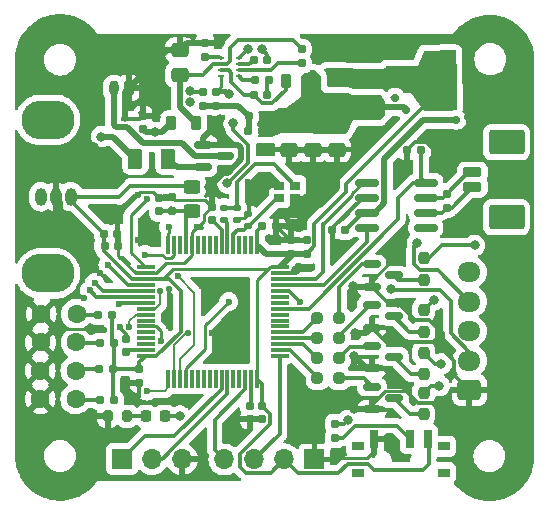
<source format=gbr>
%TF.GenerationSoftware,KiCad,Pcbnew,7.0.6*%
%TF.CreationDate,2023-10-31T01:28:30+01:00*%
%TF.ProjectId,BMSv2,424d5376-322e-46b6-9963-61645f706362,rev?*%
%TF.SameCoordinates,Original*%
%TF.FileFunction,Copper,L1,Top*%
%TF.FilePolarity,Positive*%
%FSLAX46Y46*%
G04 Gerber Fmt 4.6, Leading zero omitted, Abs format (unit mm)*
G04 Created by KiCad (PCBNEW 7.0.6) date 2023-10-31 01:28:30*
%MOMM*%
%LPD*%
G01*
G04 APERTURE LIST*
G04 Aperture macros list*
%AMRoundRect*
0 Rectangle with rounded corners*
0 $1 Rounding radius*
0 $2 $3 $4 $5 $6 $7 $8 $9 X,Y pos of 4 corners*
0 Add a 4 corners polygon primitive as box body*
4,1,4,$2,$3,$4,$5,$6,$7,$8,$9,$2,$3,0*
0 Add four circle primitives for the rounded corners*
1,1,$1+$1,$2,$3*
1,1,$1+$1,$4,$5*
1,1,$1+$1,$6,$7*
1,1,$1+$1,$8,$9*
0 Add four rect primitives between the rounded corners*
20,1,$1+$1,$2,$3,$4,$5,0*
20,1,$1+$1,$4,$5,$6,$7,0*
20,1,$1+$1,$6,$7,$8,$9,0*
20,1,$1+$1,$8,$9,$2,$3,0*%
G04 Aperture macros list end*
%TA.AperFunction,SMDPad,CuDef*%
%ADD10RoundRect,0.075000X-0.075000X0.700000X-0.075000X-0.700000X0.075000X-0.700000X0.075000X0.700000X0*%
%TD*%
%TA.AperFunction,SMDPad,CuDef*%
%ADD11RoundRect,0.075000X-0.700000X0.075000X-0.700000X-0.075000X0.700000X-0.075000X0.700000X0.075000X0*%
%TD*%
%TA.AperFunction,SMDPad,CuDef*%
%ADD12R,1.000000X0.800000*%
%TD*%
%TA.AperFunction,SMDPad,CuDef*%
%ADD13R,0.700000X1.500000*%
%TD*%
%TA.AperFunction,SMDPad,CuDef*%
%ADD14RoundRect,0.155000X-0.212500X-0.155000X0.212500X-0.155000X0.212500X0.155000X-0.212500X0.155000X0*%
%TD*%
%TA.AperFunction,SMDPad,CuDef*%
%ADD15RoundRect,0.160000X-0.160000X0.197500X-0.160000X-0.197500X0.160000X-0.197500X0.160000X0.197500X0*%
%TD*%
%TA.AperFunction,SMDPad,CuDef*%
%ADD16RoundRect,0.150000X-0.587500X-0.150000X0.587500X-0.150000X0.587500X0.150000X-0.587500X0.150000X0*%
%TD*%
%TA.AperFunction,SMDPad,CuDef*%
%ADD17RoundRect,0.160000X0.197500X0.160000X-0.197500X0.160000X-0.197500X-0.160000X0.197500X-0.160000X0*%
%TD*%
%TA.AperFunction,SMDPad,CuDef*%
%ADD18RoundRect,0.155000X0.155000X-0.212500X0.155000X0.212500X-0.155000X0.212500X-0.155000X-0.212500X0*%
%TD*%
%TA.AperFunction,ComponentPad*%
%ADD19RoundRect,0.250000X0.725000X-0.600000X0.725000X0.600000X-0.725000X0.600000X-0.725000X-0.600000X0*%
%TD*%
%TA.AperFunction,ComponentPad*%
%ADD20O,1.950000X1.700000*%
%TD*%
%TA.AperFunction,SMDPad,CuDef*%
%ADD21RoundRect,0.218750X-0.218750X-0.256250X0.218750X-0.256250X0.218750X0.256250X-0.218750X0.256250X0*%
%TD*%
%TA.AperFunction,SMDPad,CuDef*%
%ADD22RoundRect,0.237500X-0.250000X-0.237500X0.250000X-0.237500X0.250000X0.237500X-0.250000X0.237500X0*%
%TD*%
%TA.AperFunction,SMDPad,CuDef*%
%ADD23RoundRect,0.250000X0.475000X-0.337500X0.475000X0.337500X-0.475000X0.337500X-0.475000X-0.337500X0*%
%TD*%
%TA.AperFunction,SMDPad,CuDef*%
%ADD24RoundRect,0.250000X-0.375000X-0.625000X0.375000X-0.625000X0.375000X0.625000X-0.375000X0.625000X0*%
%TD*%
%TA.AperFunction,SMDPad,CuDef*%
%ADD25RoundRect,0.237500X0.237500X-0.250000X0.237500X0.250000X-0.237500X0.250000X-0.237500X-0.250000X0*%
%TD*%
%TA.AperFunction,SMDPad,CuDef*%
%ADD26RoundRect,0.140000X0.170000X-0.140000X0.170000X0.140000X-0.170000X0.140000X-0.170000X-0.140000X0*%
%TD*%
%TA.AperFunction,SMDPad,CuDef*%
%ADD27RoundRect,0.218750X-0.218750X-0.381250X0.218750X-0.381250X0.218750X0.381250X-0.218750X0.381250X0*%
%TD*%
%TA.AperFunction,SMDPad,CuDef*%
%ADD28RoundRect,0.140000X-0.170000X0.140000X-0.170000X-0.140000X0.170000X-0.140000X0.170000X0.140000X0*%
%TD*%
%TA.AperFunction,SMDPad,CuDef*%
%ADD29RoundRect,0.135000X-0.185000X0.135000X-0.185000X-0.135000X0.185000X-0.135000X0.185000X0.135000X0*%
%TD*%
%TA.AperFunction,SMDPad,CuDef*%
%ADD30R,0.850000X0.750000*%
%TD*%
%TA.AperFunction,ComponentPad*%
%ADD31R,1.700000X1.700000*%
%TD*%
%TA.AperFunction,ComponentPad*%
%ADD32O,1.700000X1.700000*%
%TD*%
%TA.AperFunction,SMDPad,CuDef*%
%ADD33R,0.609600X0.279400*%
%TD*%
%TA.AperFunction,SMDPad,CuDef*%
%ADD34RoundRect,0.250000X-0.475000X0.337500X-0.475000X-0.337500X0.475000X-0.337500X0.475000X0.337500X0*%
%TD*%
%TA.AperFunction,ComponentPad*%
%ADD35RoundRect,0.200000X0.200000X0.450000X-0.200000X0.450000X-0.200000X-0.450000X0.200000X-0.450000X0*%
%TD*%
%TA.AperFunction,ComponentPad*%
%ADD36O,0.800000X1.300000*%
%TD*%
%TA.AperFunction,ComponentPad*%
%ADD37C,1.600000*%
%TD*%
%TA.AperFunction,SMDPad,CuDef*%
%ADD38RoundRect,0.160000X0.160000X-0.197500X0.160000X0.197500X-0.160000X0.197500X-0.160000X-0.197500X0*%
%TD*%
%TA.AperFunction,SMDPad,CuDef*%
%ADD39R,2.000000X1.500000*%
%TD*%
%TA.AperFunction,SMDPad,CuDef*%
%ADD40R,2.000000X3.800000*%
%TD*%
%TA.AperFunction,SMDPad,CuDef*%
%ADD41RoundRect,0.150000X-0.825000X-0.150000X0.825000X-0.150000X0.825000X0.150000X-0.825000X0.150000X0*%
%TD*%
%TA.AperFunction,SMDPad,CuDef*%
%ADD42RoundRect,0.200000X0.200000X0.275000X-0.200000X0.275000X-0.200000X-0.275000X0.200000X-0.275000X0*%
%TD*%
%TA.AperFunction,SMDPad,CuDef*%
%ADD43RoundRect,0.155000X-0.155000X0.212500X-0.155000X-0.212500X0.155000X-0.212500X0.155000X0.212500X0*%
%TD*%
%TA.AperFunction,SMDPad,CuDef*%
%ADD44RoundRect,0.155000X0.212500X0.155000X-0.212500X0.155000X-0.212500X-0.155000X0.212500X-0.155000X0*%
%TD*%
%TA.AperFunction,SMDPad,CuDef*%
%ADD45RoundRect,0.250000X0.450000X-0.325000X0.450000X0.325000X-0.450000X0.325000X-0.450000X-0.325000X0*%
%TD*%
%TA.AperFunction,SMDPad,CuDef*%
%ADD46RoundRect,0.200000X0.600000X-0.200000X0.600000X0.200000X-0.600000X0.200000X-0.600000X-0.200000X0*%
%TD*%
%TA.AperFunction,SMDPad,CuDef*%
%ADD47RoundRect,0.250001X1.249999X-0.799999X1.249999X0.799999X-1.249999X0.799999X-1.249999X-0.799999X0*%
%TD*%
%TA.AperFunction,SMDPad,CuDef*%
%ADD48R,0.700000X0.400000*%
%TD*%
%TA.AperFunction,ComponentPad*%
%ADD49O,1.000000X1.500000*%
%TD*%
%TA.AperFunction,ComponentPad*%
%ADD50O,4.500000X3.300000*%
%TD*%
%TA.AperFunction,ViaPad*%
%ADD51C,0.600000*%
%TD*%
%TA.AperFunction,ViaPad*%
%ADD52C,0.800000*%
%TD*%
%TA.AperFunction,ViaPad*%
%ADD53C,0.700000*%
%TD*%
%TA.AperFunction,ViaPad*%
%ADD54C,0.560000*%
%TD*%
%TA.AperFunction,Conductor*%
%ADD55C,0.300000*%
%TD*%
%TA.AperFunction,Conductor*%
%ADD56C,0.250000*%
%TD*%
%TA.AperFunction,Conductor*%
%ADD57C,0.500000*%
%TD*%
%TA.AperFunction,Conductor*%
%ADD58C,0.200000*%
%TD*%
G04 APERTURE END LIST*
D10*
%TO.P,U1,1,VBAT*%
%TO.N,+3.3V*%
X89926800Y-63042800D03*
%TO.P,U1,2,PC13*%
%TO.N,unconnected-(U1-PC13-Pad2)*%
X89426800Y-63042800D03*
%TO.P,U1,3,PC14*%
%TO.N,unconnected-(U1-PC14-Pad3)*%
X88926800Y-63042800D03*
%TO.P,U1,4,PC15*%
%TO.N,unconnected-(U1-PC15-Pad4)*%
X88426800Y-63042800D03*
%TO.P,U1,5,PH0*%
%TO.N,HSE_IN*%
X87926800Y-63042800D03*
%TO.P,U1,6,PH1*%
%TO.N,HSE_OUT*%
X87426800Y-63042800D03*
%TO.P,U1,7,NRST*%
%TO.N,Net-(U1-NRST)*%
X86926800Y-63042800D03*
%TO.P,U1,8,PC0*%
%TO.N,unconnected-(U1-PC0-Pad8)*%
X86426800Y-63042800D03*
%TO.P,U1,9,PC1*%
%TO.N,unconnected-(U1-PC1-Pad9)*%
X85926800Y-63042800D03*
%TO.P,U1,10,PC2*%
%TO.N,unconnected-(U1-PC2-Pad10)*%
X85426800Y-63042800D03*
%TO.P,U1,11,PC3*%
%TO.N,unconnected-(U1-PC3-Pad11)*%
X84926800Y-63042800D03*
%TO.P,U1,12,VSSA*%
%TO.N,GND*%
X84426800Y-63042800D03*
%TO.P,U1,13,VDDA*%
%TO.N,+3.3VA*%
X83926800Y-63042800D03*
%TO.P,U1,14,PA0*%
%TO.N,unconnected-(U1-PA0-Pad14)*%
X83426800Y-63042800D03*
%TO.P,U1,15,PA1*%
%TO.N,CELL2_M*%
X82926800Y-63042800D03*
%TO.P,U1,16,PA2*%
%TO.N,CELL3_M*%
X82426800Y-63042800D03*
D11*
%TO.P,U1,17,PA3*%
%TO.N,CELL4_M*%
X80501800Y-64967800D03*
%TO.P,U1,18,VSS*%
%TO.N,GND*%
X80501800Y-65467800D03*
%TO.P,U1,19,VDD*%
%TO.N,+3.3V*%
X80501800Y-65967800D03*
%TO.P,U1,20,PA4*%
%TO.N,Temp4*%
X80501800Y-66467800D03*
%TO.P,U1,21,PA5*%
%TO.N,Temp3*%
X80501800Y-66967800D03*
%TO.P,U1,22,PA6*%
%TO.N,Temp2*%
X80501800Y-67467800D03*
%TO.P,U1,23,PA7*%
%TO.N,Temp1*%
X80501800Y-67967800D03*
%TO.P,U1,24,PC4*%
%TO.N,Current*%
X80501800Y-68467800D03*
%TO.P,U1,25,PC5*%
%TO.N,LED_STATUS*%
X80501800Y-68967800D03*
%TO.P,U1,26,PB0*%
%TO.N,unconnected-(U1-PB0-Pad26)*%
X80501800Y-69467800D03*
%TO.P,U1,27,PB1*%
%TO.N,CELL1_M*%
X80501800Y-69967800D03*
%TO.P,U1,28,PB2*%
%TO.N,unconnected-(U1-PB2-Pad28)*%
X80501800Y-70467800D03*
%TO.P,U1,29,PB10*%
%TO.N,unconnected-(U1-PB10-Pad29)*%
X80501800Y-70967800D03*
%TO.P,U1,30,PB11*%
%TO.N,unconnected-(U1-PB11-Pad30)*%
X80501800Y-71467800D03*
%TO.P,U1,31,VCAP_1*%
%TO.N,Net-(U1-VCAP_1)*%
X80501800Y-71967800D03*
%TO.P,U1,32,VDD*%
%TO.N,+3.3V*%
X80501800Y-72467800D03*
D10*
%TO.P,U1,33,PB12*%
%TO.N,CELL1_M_TRIG*%
X82426800Y-74392800D03*
%TO.P,U1,34,PB13*%
%TO.N,CELL2_M_TRIG*%
X82926800Y-74392800D03*
%TO.P,U1,35,PB14*%
%TO.N,CELL3_M_TRIG*%
X83426800Y-74392800D03*
%TO.P,U1,36,PB15*%
%TO.N,CELL4_M_TRIG*%
X83926800Y-74392800D03*
%TO.P,U1,37,PC6*%
%TO.N,unconnected-(U1-PC6-Pad37)*%
X84426800Y-74392800D03*
%TO.P,U1,38,PC7*%
%TO.N,unconnected-(U1-PC7-Pad38)*%
X84926800Y-74392800D03*
%TO.P,U1,39,PC8*%
%TO.N,unconnected-(U1-PC8-Pad39)*%
X85426800Y-74392800D03*
%TO.P,U1,40,PC9*%
%TO.N,unconnected-(U1-PC9-Pad40)*%
X85926800Y-74392800D03*
%TO.P,U1,41,PA8*%
%TO.N,unconnected-(U1-PA8-Pad41)*%
X86426800Y-74392800D03*
%TO.P,U1,42,PA9*%
%TO.N,UART_RX*%
X86926800Y-74392800D03*
%TO.P,U1,43,PA10*%
%TO.N,UART_TX*%
X87426800Y-74392800D03*
%TO.P,U1,44,PA11*%
%TO.N,unconnected-(U1-PA11-Pad44)*%
X87926800Y-74392800D03*
%TO.P,U1,45,PA12*%
%TO.N,unconnected-(U1-PA12-Pad45)*%
X88426800Y-74392800D03*
%TO.P,U1,46,PA13*%
%TO.N,SWDIO*%
X88926800Y-74392800D03*
%TO.P,U1,47,VCAP_2*%
%TO.N,Net-(U1-VCAP_2)*%
X89426800Y-74392800D03*
%TO.P,U1,48,VDD*%
%TO.N,+3.3V*%
X89926800Y-74392800D03*
D11*
%TO.P,U1,49,PA14*%
%TO.N,SWDCLK*%
X91851800Y-72467800D03*
%TO.P,U1,50,PA15*%
%TO.N,CL1_DCH*%
X91851800Y-71967800D03*
%TO.P,U1,51,PC10*%
%TO.N,CL2_DCH*%
X91851800Y-71467800D03*
%TO.P,U1,52,PC11*%
%TO.N,CL3_DCH*%
X91851800Y-70967800D03*
%TO.P,U1,53,PC12*%
%TO.N,CL4_DCH*%
X91851800Y-70467800D03*
%TO.P,U1,54,PD2*%
%TO.N,unconnected-(U1-PD2-Pad54)*%
X91851800Y-69967800D03*
%TO.P,U1,55,PB3*%
%TO.N,SWO*%
X91851800Y-69467800D03*
%TO.P,U1,56,PB4*%
%TO.N,unconnected-(U1-PB4-Pad56)*%
X91851800Y-68967800D03*
%TO.P,U1,57,PB5*%
%TO.N,CAN_STBY*%
X91851800Y-68467800D03*
%TO.P,U1,58,PB6*%
%TO.N,unconnected-(U1-PB6-Pad58)*%
X91851800Y-67967800D03*
%TO.P,U1,59,PB7*%
%TO.N,unconnected-(U1-PB7-Pad59)*%
X91851800Y-67467800D03*
%TO.P,U1,60,BOOT0*%
%TO.N,Net-(U1-BOOT0)*%
X91851800Y-66967800D03*
%TO.P,U1,61,PB8*%
%TO.N,CAN1_RX*%
X91851800Y-66467800D03*
%TO.P,U1,62,PB9*%
%TO.N,CAN1_TX*%
X91851800Y-65967800D03*
%TO.P,U1,63,VSS*%
%TO.N,GND*%
X91851800Y-65467800D03*
%TO.P,U1,64,VDD*%
%TO.N,+3.3V*%
X91851800Y-64967800D03*
%TD*%
D12*
%TO.P,SW1,*%
%TO.N,*%
X98468600Y-80125000D03*
X98468600Y-82335000D03*
X105768600Y-80125000D03*
X105768600Y-82335000D03*
D13*
%TO.P,SW1,1,A*%
%TO.N,GND*%
X99868600Y-79475000D03*
%TO.P,SW1,2,B*%
%TO.N,Net-(SW1-B)*%
X102868600Y-79475000D03*
%TO.P,SW1,3,C*%
%TO.N,+3.3V*%
X104368600Y-79475000D03*
%TD*%
D14*
%TO.P,C15,1*%
%TO.N,Net-(U4-SS)*%
X89653300Y-47396400D03*
%TO.P,C15,2*%
%TO.N,GND*%
X90788300Y-47396400D03*
%TD*%
D15*
%TO.P,R6,1*%
%TO.N,VIN*%
X93726000Y-46494100D03*
%TO.P,R6,2*%
%TO.N,Net-(U4-EN)*%
X93726000Y-47689100D03*
%TD*%
D16*
%TO.P,Q1,1,G*%
%TO.N,GND*%
X85320900Y-54574400D03*
%TO.P,Q1,2,S*%
%TO.N,Net-(Q1-S)*%
X85320900Y-56474400D03*
%TO.P,Q1,3,D*%
%TO.N,+12V*%
X87195900Y-55524400D03*
%TD*%
D17*
%TO.P,R4,1*%
%TO.N,+3.3V*%
X77661100Y-69011800D03*
%TO.P,R4,2*%
%TO.N,Temp4*%
X76466100Y-69011800D03*
%TD*%
D18*
%TO.P,C10,1*%
%TO.N,+3.3VA*%
X82747800Y-60166700D03*
%TO.P,C10,2*%
%TO.N,GND*%
X82747800Y-59031700D03*
%TD*%
%TO.P,C6,1*%
%TO.N,+3.3V*%
X92780800Y-63807600D03*
%TO.P,C6,2*%
%TO.N,GND*%
X92780800Y-62672600D03*
%TD*%
D19*
%TO.P,J1,1,Pin_1*%
%TO.N,GND*%
X107913600Y-75371400D03*
D20*
%TO.P,J1,2,Pin_2*%
%TO.N,CELL1*%
X107913600Y-72871400D03*
%TO.P,J1,3,Pin_3*%
%TO.N,CELL2*%
X107913600Y-70371400D03*
%TO.P,J1,4,Pin_4*%
%TO.N,CELL3*%
X107913600Y-67871400D03*
%TO.P,J1,5,Pin_5*%
%TO.N,CELL4*%
X107913600Y-65371400D03*
%TD*%
D16*
%TO.P,Q13,1,B*%
%TO.N,Net-(Q13-B)*%
X99664791Y-75090491D03*
%TO.P,Q13,2,E*%
%TO.N,GND*%
X99664791Y-76990491D03*
%TO.P,Q13,3,C*%
%TO.N,Net-(Q13-C)*%
X101539791Y-76040491D03*
%TD*%
D21*
%TO.P,D6,1,K*%
%TO.N,Net-(D6-K)*%
X80531100Y-77571600D03*
%TO.P,D6,2,A*%
%TO.N,LED_STATUS*%
X82106100Y-77571600D03*
%TD*%
D22*
%TO.P,R31,1*%
%TO.N,CL2_DCH*%
X95048700Y-72669400D03*
%TO.P,R31,2*%
%TO.N,Net-(Q12-B)*%
X96873700Y-72669400D03*
%TD*%
D15*
%TO.P,R11,1*%
%TO.N,CAN1+*%
X105994200Y-58711500D03*
%TO.P,R11,2*%
%TO.N,CAN1-*%
X105994200Y-59906500D03*
%TD*%
D14*
%TO.P,C5,1*%
%TO.N,+3.3V*%
X77029500Y-63169800D03*
%TO.P,C5,2*%
%TO.N,GND*%
X78164500Y-63169800D03*
%TD*%
D23*
%TO.P,C20,1*%
%TO.N,+3.3V*%
X96774000Y-48891100D03*
%TO.P,C20,2*%
%TO.N,GND*%
X96774000Y-46816100D03*
%TD*%
D24*
%TO.P,F1,1*%
%TO.N,Net-(C13-Pad1)*%
X79626000Y-55778400D03*
%TO.P,F1,2*%
%TO.N,Net-(Q1-S)*%
X82426000Y-55778400D03*
%TD*%
D25*
%TO.P,R36,1*%
%TO.N,Net-(Q13-C)*%
X104039696Y-77421709D03*
%TO.P,R36,2*%
%TO.N,Net-(Q17-B)*%
X104039696Y-75596709D03*
%TD*%
D26*
%TO.P,C32,1*%
%TO.N,HSE_IN*%
X89174000Y-61425400D03*
%TO.P,C32,2*%
%TO.N,GND*%
X89174000Y-60465400D03*
%TD*%
D17*
%TO.P,R10,1*%
%TO.N,+5V*%
X90411900Y-52171600D03*
%TO.P,R10,2*%
%TO.N,Net-(C17-Pad2)*%
X89216900Y-52171600D03*
%TD*%
D27*
%TO.P,FB1,1*%
%TO.N,Net-(C13-Pad1)*%
X82630500Y-52755800D03*
%TO.P,FB1,2*%
%TO.N,VIN*%
X84755500Y-52755800D03*
%TD*%
D28*
%TO.P,C33,1*%
%TO.N,Net-(C33-Pad1)*%
X88234200Y-59957400D03*
%TO.P,C33,2*%
%TO.N,GND*%
X88234200Y-60917400D03*
%TD*%
D25*
%TO.P,R33,1*%
%TO.N,Net-(Q10-C)*%
X104039696Y-66021709D03*
%TO.P,R33,2*%
%TO.N,Net-(Q14-B)*%
X104039696Y-64196709D03*
%TD*%
D22*
%TO.P,R29,1*%
%TO.N,CL4_DCH*%
X95048700Y-69240400D03*
%TO.P,R29,2*%
%TO.N,Net-(Q10-B)*%
X96873700Y-69240400D03*
%TD*%
D17*
%TO.P,R3,1*%
%TO.N,+3.3V*%
X77788100Y-71374000D03*
%TO.P,R3,2*%
%TO.N,Temp3*%
X76593100Y-71374000D03*
%TD*%
D29*
%TO.P,R28,1*%
%TO.N,Net-(C33-Pad1)*%
X87116600Y-59902600D03*
%TO.P,R28,2*%
%TO.N,HSE_OUT*%
X87116600Y-60922600D03*
%TD*%
D30*
%TO.P,Y1,1,1*%
%TO.N,HSE_IN*%
X91828600Y-59090600D03*
%TO.P,Y1,2,2*%
%TO.N,GND*%
X93178600Y-59090600D03*
%TO.P,Y1,3,3*%
%TO.N,Net-(C33-Pad1)*%
X93178600Y-58040600D03*
%TO.P,Y1,4,4*%
%TO.N,GND*%
X91828600Y-58040600D03*
%TD*%
D14*
%TO.P,C3,1*%
%TO.N,+3.3V*%
X90364500Y-61428000D03*
%TO.P,C3,2*%
%TO.N,GND*%
X91499500Y-61428000D03*
%TD*%
D16*
%TO.P,Q11,1,B*%
%TO.N,Net-(Q11-B)*%
X99639391Y-68156291D03*
%TO.P,Q11,2,E*%
%TO.N,GND*%
X99639391Y-70056291D03*
%TO.P,Q11,3,C*%
%TO.N,Net-(Q11-C)*%
X101514391Y-69106291D03*
%TD*%
D17*
%TO.P,R7,1*%
%TO.N,Net-(C16-Pad2)*%
X90919900Y-49072800D03*
%TO.P,R7,2*%
%TO.N,Net-(U4-BST)*%
X89724900Y-49072800D03*
%TD*%
D27*
%TO.P,L2,1*%
%TO.N,Net-(U4-SW)*%
X92358700Y-49174400D03*
%TO.P,L2,2*%
%TO.N,+5V*%
X94483700Y-49174400D03*
%TD*%
D18*
%TO.P,C9,1*%
%TO.N,+3.3VA*%
X81604800Y-60217500D03*
%TO.P,C9,2*%
%TO.N,GND*%
X81604800Y-59082500D03*
%TD*%
D31*
%TO.P,J2,1,Pin_1*%
%TO.N,GND*%
X94792800Y-81229200D03*
D32*
%TO.P,J2,2,Pin_2*%
%TO.N,+3.3V*%
X92252800Y-81229200D03*
%TO.P,J2,3,Pin_3*%
%TO.N,SWDCLK*%
X89712800Y-81229200D03*
%TO.P,J2,4,Pin_4*%
%TO.N,SWDIO*%
X87172800Y-81229200D03*
%TD*%
D33*
%TO.P,U4,1,PG*%
%TO.N,Net-(U4-PG)*%
X86876125Y-47278974D03*
%TO.P,U4,2,VIN*%
%TO.N,VIN*%
X86876125Y-47778975D03*
%TO.P,U4,3,SW*%
%TO.N,Net-(U4-SW)*%
X86876125Y-48278975D03*
%TO.P,U4,4,GND*%
%TO.N,GND*%
X86876125Y-48778976D03*
%TO.P,U4,5,BST*%
%TO.N,Net-(U4-BST)*%
X88374725Y-48778976D03*
%TO.P,U4,6,EN*%
%TO.N,Net-(U4-EN)*%
X88374725Y-48278975D03*
%TO.P,U4,7,SS*%
%TO.N,Net-(U4-SS)*%
X88374725Y-47778975D03*
%TO.P,U4,8,FB*%
%TO.N,Net-(U4-FB)*%
X88374725Y-47278974D03*
%TD*%
D34*
%TO.P,C23,1*%
%TO.N,+5V*%
X96672400Y-52912100D03*
%TO.P,C23,2*%
%TO.N,GND*%
X96672400Y-54987100D03*
%TD*%
D18*
%TO.P,C13,1*%
%TO.N,Net-(C13-Pad1)*%
X80264000Y-53247100D03*
%TO.P,C13,2*%
%TO.N,GND*%
X80264000Y-52112100D03*
%TD*%
D25*
%TO.P,R34,1*%
%TO.N,Net-(Q11-C)*%
X104039696Y-70421709D03*
%TO.P,R34,2*%
%TO.N,Net-(Q15-B)*%
X104039696Y-68596709D03*
%TD*%
D35*
%TO.P,J3,1,Pin_1*%
%TO.N,GND*%
X79053600Y-49801400D03*
D36*
%TO.P,J3,2,Pin_2*%
%TO.N,+12V*%
X77803600Y-49801400D03*
%TD*%
D37*
%TO.P,TH3,1*%
%TO.N,Temp3*%
X74602600Y-71323200D03*
%TO.P,TH3,2*%
%TO.N,GND*%
X71602600Y-71323200D03*
%TD*%
D18*
%TO.P,C14,1*%
%TO.N,Net-(U4-PG)*%
X85496400Y-47125700D03*
%TO.P,C14,2*%
%TO.N,GND*%
X85496400Y-45990700D03*
%TD*%
D16*
%TO.P,Q10,1,B*%
%TO.N,Net-(Q10-B)*%
X99641691Y-64701891D03*
%TO.P,Q10,2,E*%
%TO.N,GND*%
X99641691Y-66601891D03*
%TO.P,Q10,3,C*%
%TO.N,Net-(Q10-C)*%
X101516691Y-65651891D03*
%TD*%
D17*
%TO.P,R45,1*%
%TO.N,CAN_STBY*%
X103823100Y-55041800D03*
%TO.P,R45,2*%
%TO.N,GND*%
X102628100Y-55041800D03*
%TD*%
D37*
%TO.P,TH2,1*%
%TO.N,Temp2*%
X74575800Y-73710800D03*
%TO.P,TH2,2*%
%TO.N,GND*%
X71575800Y-73710800D03*
%TD*%
D23*
%TO.P,C21,1*%
%TO.N,VIN*%
X83388200Y-48662500D03*
%TO.P,C21,2*%
%TO.N,GND*%
X83388200Y-46587500D03*
%TD*%
D22*
%TO.P,R30,1*%
%TO.N,CL3_DCH*%
X95048700Y-70967600D03*
%TO.P,R30,2*%
%TO.N,Net-(Q11-B)*%
X96873700Y-70967600D03*
%TD*%
D34*
%TO.P,C18,1*%
%TO.N,+5V*%
X94640400Y-52912100D03*
%TO.P,C18,2*%
%TO.N,GND*%
X94640400Y-54987100D03*
%TD*%
D17*
%TO.P,R2,1*%
%TO.N,+3.3V*%
X77711900Y-73533000D03*
%TO.P,R2,2*%
%TO.N,Temp2*%
X76516900Y-73533000D03*
%TD*%
D38*
%TO.P,R5,1*%
%TO.N,Net-(SW1-B)*%
X96494600Y-79413700D03*
%TO.P,R5,2*%
%TO.N,Net-(U1-BOOT0)*%
X96494600Y-78218700D03*
%TD*%
D39*
%TO.P,U5,1,GND*%
%TO.N,GND*%
X99110400Y-46823600D03*
%TO.P,U5,2,VO*%
%TO.N,+3.3V*%
X99110400Y-49123600D03*
D40*
X105410400Y-49123600D03*
D39*
%TO.P,U5,3,VI*%
%TO.N,+5V*%
X99110400Y-51423600D03*
%TD*%
D38*
%TO.P,R8,1*%
%TO.N,Net-(C17-Pad2)*%
X85369400Y-51270500D03*
%TO.P,R8,2*%
%TO.N,Net-(U4-FB)*%
X85369400Y-50075500D03*
%TD*%
D31*
%TO.P,J5,1,Pin_1*%
%TO.N,UART_RX*%
X78486000Y-81203800D03*
D32*
%TO.P,J5,2,Pin_2*%
%TO.N,UART_TX*%
X81026000Y-81203800D03*
%TO.P,J5,3,Pin_3*%
%TO.N,GND*%
X83566000Y-81203800D03*
%TD*%
D41*
%TO.P,U2,1,TXD*%
%TO.N,CAN1_TX*%
X99277400Y-57785000D03*
%TO.P,U2,2,VSS*%
%TO.N,GND*%
X99277400Y-59055000D03*
%TO.P,U2,3,VDD*%
%TO.N,+5V*%
X99277400Y-60325000D03*
%TO.P,U2,4,RXD*%
%TO.N,CAN1_RX*%
X99277400Y-61595000D03*
%TO.P,U2,5,SPLIT*%
%TO.N,unconnected-(U2-SPLIT-Pad5)*%
X104227400Y-61595000D03*
%TO.P,U2,6,CANL*%
%TO.N,CAN1-*%
X104227400Y-60325000D03*
%TO.P,U2,7,CANH*%
%TO.N,CAN1+*%
X104227400Y-59055000D03*
%TO.P,U2,8,STBY*%
%TO.N,CAN_STBY*%
X104227400Y-57785000D03*
%TD*%
D42*
%TO.P,R46,1*%
%TO.N,Net-(D6-K)*%
X78943200Y-77571600D03*
%TO.P,R46,2*%
%TO.N,GND*%
X77293200Y-77571600D03*
%TD*%
D25*
%TO.P,R35,1*%
%TO.N,Net-(Q12-C)*%
X104039696Y-74021709D03*
%TO.P,R35,2*%
%TO.N,Net-(Q16-B)*%
X104039696Y-72196709D03*
%TD*%
D14*
%TO.P,C22,1*%
%TO.N,GND*%
X96257300Y-61823600D03*
%TO.P,C22,2*%
%TO.N,+5V*%
X97392300Y-61823600D03*
%TD*%
%TO.P,C11,1*%
%TO.N,+3.3V*%
X76978700Y-62103000D03*
%TO.P,C11,2*%
%TO.N,GND*%
X78113700Y-62103000D03*
%TD*%
D43*
%TO.P,C1,1*%
%TO.N,+3.3V*%
X79959200Y-73600500D03*
%TO.P,C1,2*%
%TO.N,GND*%
X79959200Y-74735500D03*
%TD*%
D44*
%TO.P,C17,1*%
%TO.N,+5V*%
X90331100Y-53441600D03*
%TO.P,C17,2*%
%TO.N,Net-(C17-Pad2)*%
X89196100Y-53441600D03*
%TD*%
D16*
%TO.P,Q12,1,B*%
%TO.N,Net-(Q12-B)*%
X99641691Y-71587591D03*
%TO.P,Q12,2,E*%
%TO.N,GND*%
X99641691Y-73487591D03*
%TO.P,Q12,3,C*%
%TO.N,Net-(Q12-C)*%
X101516691Y-72537591D03*
%TD*%
D45*
%TO.P,L1,1,1*%
%TO.N,+3.3VA*%
X84398800Y-60192400D03*
%TO.P,L1,2,2*%
%TO.N,+3.3V*%
X84398800Y-58142400D03*
%TD*%
D14*
%TO.P,C16,1*%
%TO.N,Net-(U4-SW)*%
X89653300Y-50393600D03*
%TO.P,C16,2*%
%TO.N,Net-(C16-Pad2)*%
X90788300Y-50393600D03*
%TD*%
D43*
%TO.P,C7,1*%
%TO.N,Net-(U1-VCAP_2)*%
X89306400Y-76708000D03*
%TO.P,C7,2*%
%TO.N,GND*%
X89306400Y-77843000D03*
%TD*%
D38*
%TO.P,R9,1*%
%TO.N,Net-(C17-Pad2)*%
X86487000Y-51270500D03*
%TO.P,R9,2*%
%TO.N,GND*%
X86487000Y-50075500D03*
%TD*%
D46*
%TO.P,J4,1,Pin_1*%
%TO.N,CAN1-*%
X108163600Y-58156400D03*
%TO.P,J4,2,Pin_2*%
%TO.N,CAN1+*%
X108163600Y-56906400D03*
D47*
%TO.P,J4,MP*%
%TO.N,N/C*%
X111063600Y-60706400D03*
X111063600Y-54356400D03*
%TD*%
D34*
%TO.P,C19,1*%
%TO.N,+5V*%
X92659200Y-52912100D03*
%TO.P,C19,2*%
%TO.N,GND*%
X92659200Y-54987100D03*
%TD*%
D18*
%TO.P,C12,1*%
%TO.N,Net-(U1-NRST)*%
X86100600Y-60982100D03*
%TO.P,C12,2*%
%TO.N,GND*%
X86100600Y-59847100D03*
%TD*%
D37*
%TO.P,TH1,1*%
%TO.N,Temp1*%
X74575800Y-76098400D03*
%TO.P,TH1,2*%
%TO.N,GND*%
X71575800Y-76098400D03*
%TD*%
%TO.P,TH4,1*%
%TO.N,Temp4*%
X74652000Y-68910200D03*
%TO.P,TH4,2*%
%TO.N,GND*%
X71652000Y-68910200D03*
%TD*%
D18*
%TO.P,C2,1*%
%TO.N,+3.3V*%
X94127000Y-63824300D03*
%TO.P,C2,2*%
%TO.N,GND*%
X94127000Y-62689300D03*
%TD*%
D48*
%TO.P,D1,1*%
%TO.N,GND*%
X78714600Y-52386000D03*
%TO.P,D1,2*%
%TO.N,+12V*%
X78714600Y-53086000D03*
%TD*%
D22*
%TO.P,R32,1*%
%TO.N,CL1_DCH*%
X95048700Y-74371200D03*
%TO.P,R32,2*%
%TO.N,Net-(Q13-B)*%
X96873700Y-74371200D03*
%TD*%
D18*
%TO.P,C8,1*%
%TO.N,Net-(U1-VCAP_1)*%
X78867000Y-72170100D03*
%TO.P,C8,2*%
%TO.N,GND*%
X78867000Y-71035100D03*
%TD*%
D17*
%TO.P,R1,1*%
%TO.N,+3.3V*%
X77788100Y-76200000D03*
%TO.P,R1,2*%
%TO.N,Temp1*%
X76593100Y-76200000D03*
%TD*%
D43*
%TO.P,C4,1*%
%TO.N,+3.3V*%
X90347800Y-76708000D03*
%TO.P,C4,2*%
%TO.N,GND*%
X90347800Y-77843000D03*
%TD*%
D49*
%TO.P,U3,1,3.3V*%
%TO.N,+3.3V*%
X74182200Y-58981200D03*
%TO.P,U3,2,GND*%
%TO.N,GND*%
X72912200Y-58981200D03*
%TO.P,U3,3,VOUT*%
%TO.N,Current*%
X71642200Y-58981200D03*
D50*
%TO.P,U3,4*%
%TO.N,N/C*%
X72212200Y-65481200D03*
%TO.P,U3,5*%
X72212200Y-52481200D03*
%TD*%
D51*
%TO.N,GND*%
X78310600Y-70053200D03*
X84810600Y-61569600D03*
D52*
X77393800Y-57886600D03*
D51*
X86096300Y-70507700D03*
D52*
X98069400Y-66522600D03*
X87579200Y-50266600D03*
X93040200Y-61366400D03*
D51*
X76606400Y-65430400D03*
X79816500Y-62636400D03*
X76994700Y-70281800D03*
D53*
X101600000Y-50624100D03*
D51*
X77901800Y-60731400D03*
D53*
X107797600Y-52222400D03*
D54*
X82457731Y-66792669D03*
D51*
X81407000Y-61583839D03*
D52*
X84277200Y-51003200D03*
D51*
X79832200Y-58801000D03*
D52*
X96824800Y-63144400D03*
X93268800Y-65218300D03*
X98171000Y-72491600D03*
X98145600Y-76936600D03*
D51*
X79654400Y-76276200D03*
D52*
X86773600Y-52431400D03*
X85823600Y-58181400D03*
D51*
X82439426Y-69916500D03*
X89204800Y-57759600D03*
D52*
X98196400Y-70510400D03*
D51*
X75251500Y-67589400D03*
D52*
X101873600Y-67981400D03*
X76149200Y-54813200D03*
X81407000Y-52222400D03*
D53*
X102489000Y-62331600D03*
D52*
X87858623Y-77865211D03*
X90322400Y-46482000D03*
X86817200Y-45974000D03*
X73329800Y-61214000D03*
X105384600Y-56134000D03*
D51*
X86004400Y-67259200D03*
X84099400Y-76606400D03*
D53*
X93853000Y-77216000D03*
D52*
%TO.N,Net-(C13-Pad1)*%
X76758800Y-53898800D03*
X81305400Y-53517800D03*
D53*
%TO.N,+5V*%
X106807000Y-52476400D03*
X102565200Y-51638200D03*
D52*
%TO.N,CELL3*%
X87423600Y-57831400D03*
X87923600Y-52731400D03*
X103505000Y-62865000D03*
%TO.N,CELL1*%
X101273600Y-66781400D03*
D51*
%TO.N,CELL4_M*%
X80632300Y-59169300D03*
%TO.N,CELL3_M*%
X82435798Y-61518800D03*
%TO.N,CELL2_M*%
X80467200Y-63881000D03*
%TO.N,CELL1_M*%
X81788000Y-71196200D03*
%TO.N,LED_STATUS*%
X79121000Y-69977000D03*
D52*
X83413600Y-77546200D03*
D51*
%TO.N,CELL4_M_TRIG*%
X87528400Y-67868800D03*
%TO.N,CELL3_M_TRIG*%
X83210400Y-65700100D03*
D54*
%TO.N,CELL2_M_TRIG*%
X84075180Y-70487470D03*
D51*
%TO.N,CELL1_M_TRIG*%
X80589310Y-75442211D03*
D52*
%TO.N,Net-(Q14-B)*%
X108344700Y-63111400D03*
%TO.N,Net-(Q15-B)*%
X104914303Y-67722102D03*
%TO.N,Net-(Q16-B)*%
X105537000Y-73126600D03*
%TO.N,Net-(Q17-B)*%
X105359200Y-74980800D03*
D51*
%TO.N,Temp1*%
X78206600Y-68092300D03*
%TO.N,Temp2*%
X75763212Y-66913576D03*
%TO.N,Temp3*%
X76187300Y-66255900D03*
%TO.N,Temp4*%
X77295298Y-64782720D03*
D52*
%TO.N,Net-(U1-BOOT0)*%
X97637600Y-77901800D03*
D51*
X93573600Y-67868300D03*
D52*
%TO.N,Net-(U4-FB)*%
X89154000Y-46482000D03*
X84275045Y-50003700D03*
D54*
%TO.N,Current*%
X81706300Y-67005200D03*
%TD*%
D55*
%TO.N,+3.3V*%
X76978700Y-63618300D02*
X76978700Y-62103000D01*
D56*
X81950962Y-65967800D02*
X81377841Y-65967800D01*
D55*
X77661100Y-69011800D02*
X77661100Y-71247000D01*
X78238529Y-58981200D02*
X78261529Y-59004200D01*
D56*
X91011115Y-64967800D02*
X89926800Y-66052115D01*
D55*
X77788100Y-71374000D02*
X77788100Y-73456800D01*
X99318600Y-81585000D02*
X99818600Y-82085000D01*
X74182200Y-58981200D02*
X78238529Y-58981200D01*
X81405400Y-72467800D02*
X83474680Y-70398520D01*
X89025743Y-82379200D02*
X88493600Y-81847057D01*
X83474680Y-66990080D02*
X82452400Y-65967800D01*
D57*
X90691600Y-63807600D02*
X92780800Y-63807600D01*
X92780800Y-64038800D02*
X91951800Y-64867800D01*
D55*
X94787000Y-61291800D02*
X97459800Y-58619000D01*
X90347800Y-74813800D02*
X89926800Y-74392800D01*
X88493600Y-81847057D02*
X88493600Y-80778878D01*
X99818600Y-82085000D02*
X103970682Y-82085000D01*
D57*
X92780800Y-63807600D02*
X94110300Y-63807600D01*
D55*
X103970682Y-82085000D02*
X104468600Y-81587082D01*
X82452400Y-65967800D02*
X81377841Y-65967800D01*
X77711900Y-73533000D02*
X79891700Y-73533000D01*
D56*
X90826800Y-65125600D02*
X82793162Y-65125600D01*
D55*
X104468600Y-81587082D02*
X104468600Y-79575000D01*
X91008200Y-78264278D02*
X91008200Y-77368400D01*
X97459800Y-58619000D02*
X97459800Y-57920493D01*
D56*
X89926800Y-66052115D02*
X89926800Y-74392800D01*
D55*
X79201329Y-58064400D02*
X84320800Y-58064400D01*
X94127000Y-63824300D02*
X94787000Y-63164300D01*
X79328200Y-65967800D02*
X76978700Y-63618300D01*
X80501800Y-65967800D02*
X79328200Y-65967800D01*
X89926800Y-61865700D02*
X90364500Y-61428000D01*
X78261529Y-59004200D02*
X79201329Y-58064400D01*
D57*
X92780800Y-63807600D02*
X92780800Y-64038800D01*
D55*
X97459800Y-57920493D02*
X105410400Y-49969893D01*
X97618600Y-81585000D02*
X99318600Y-81585000D01*
X81377841Y-65967800D02*
X80501800Y-65967800D01*
D57*
X91951800Y-64867800D02*
X91851800Y-64867800D01*
D55*
X94787000Y-63164300D02*
X94787000Y-61291800D01*
X88493600Y-80778878D02*
X91008200Y-78264278D01*
D57*
X90026800Y-63142800D02*
X90691600Y-63807600D01*
D55*
X89926800Y-63042800D02*
X89926800Y-61865700D01*
X92252800Y-81229200D02*
X91102800Y-82379200D01*
X79959200Y-73600500D02*
X79959200Y-73010400D01*
X91102800Y-82379200D02*
X89025743Y-82379200D01*
X93402800Y-82379200D02*
X96824400Y-82379200D01*
D56*
X90984600Y-64967800D02*
X90826800Y-65125600D01*
D55*
X90347800Y-76708000D02*
X90347800Y-74813800D01*
X77711900Y-73533000D02*
X77711900Y-76123800D01*
D56*
X82793162Y-65125600D02*
X81950962Y-65967800D01*
X91851800Y-64967800D02*
X90984600Y-64967800D01*
D55*
X91008200Y-77368400D02*
X90347800Y-76708000D01*
X83474680Y-70398520D02*
X83474680Y-66990080D01*
X96824400Y-82379200D02*
X97618600Y-81585000D01*
X79959200Y-73010400D02*
X80501800Y-72467800D01*
X80501800Y-72467800D02*
X81405400Y-72467800D01*
D56*
X91851800Y-64967800D02*
X91011115Y-64967800D01*
D55*
X92252800Y-81229200D02*
X93402800Y-82379200D01*
X74182200Y-59306500D02*
X76978700Y-62103000D01*
%TO.N,GND*%
X101873600Y-67981400D02*
X101021200Y-67981400D01*
D56*
X86876125Y-48778976D02*
X86876125Y-49686375D01*
D55*
X73329800Y-61214000D02*
X73329800Y-59398800D01*
D56*
X78164500Y-63971185D02*
X79661115Y-65467800D01*
X86100600Y-58458400D02*
X85823600Y-58181400D01*
D55*
X105636572Y-70559172D02*
X105636572Y-71281400D01*
D57*
X99664791Y-76990491D02*
X98199491Y-76990491D01*
D56*
X78164500Y-63169800D02*
X78164500Y-63971185D01*
D55*
X90788300Y-46947900D02*
X90322400Y-46482000D01*
X105037153Y-71259209D02*
X105761472Y-71983528D01*
D57*
X85320900Y-54574400D02*
X85320900Y-53998100D01*
X96672400Y-58216800D02*
X96672400Y-54987100D01*
D55*
X96257300Y-61662993D02*
X96257300Y-61823600D01*
D56*
X86876125Y-49686375D02*
X86487000Y-50075500D01*
X78310600Y-70053200D02*
X78310600Y-70123100D01*
X81342485Y-65467800D02*
X82217485Y-64592800D01*
X81116600Y-58594300D02*
X81604800Y-59082500D01*
D57*
X85320900Y-53998100D02*
X86773600Y-52545400D01*
D55*
X103298100Y-54371800D02*
X102628100Y-55041800D01*
D56*
X103558847Y-76434209D02*
X103936800Y-76434209D01*
D55*
X100612228Y-73487591D02*
X103558846Y-76434209D01*
D56*
X99664791Y-76506240D02*
X100755540Y-75415491D01*
X89204800Y-60434600D02*
X89204800Y-57759600D01*
D57*
X87443000Y-56981400D02*
X87023600Y-56981400D01*
D56*
X82217485Y-64592800D02*
X83717485Y-64592800D01*
X78164500Y-63169800D02*
X78164500Y-62153800D01*
X93953600Y-59665600D02*
X93953600Y-60453000D01*
D55*
X101021200Y-67981400D02*
X99641691Y-66601891D01*
D56*
X83008500Y-59292400D02*
X85545900Y-59292400D01*
X93378600Y-59090600D02*
X93953600Y-59665600D01*
X84426800Y-61953400D02*
X84426800Y-63042800D01*
D55*
X92780800Y-62672600D02*
X92780800Y-61625800D01*
X90788300Y-47396400D02*
X90788300Y-46947900D01*
X79990100Y-52386000D02*
X80264000Y-52112100D01*
D57*
X78714600Y-50140400D02*
X79053600Y-49801400D01*
D56*
X99641691Y-66601891D02*
X99641691Y-66117640D01*
X100755540Y-75415491D02*
X102540129Y-75415491D01*
D55*
X99641691Y-73487591D02*
X100612228Y-73487591D01*
D56*
X89204800Y-57759600D02*
X89485800Y-58040600D01*
D57*
X87858623Y-77865211D02*
X87880834Y-77843000D01*
D56*
X99664791Y-76990491D02*
X99664791Y-76506240D01*
D55*
X100842309Y-71259209D02*
X105037153Y-71259209D01*
D56*
X83717485Y-64592800D02*
X84426800Y-63883485D01*
D55*
X93019300Y-65467800D02*
X91851800Y-65467800D01*
D57*
X99166991Y-73487591D02*
X98171000Y-72491600D01*
X78714600Y-52386000D02*
X78714600Y-50140400D01*
D55*
X104232000Y-54371800D02*
X103298100Y-54371800D01*
X106638600Y-74096400D02*
X107913600Y-75371400D01*
D56*
X99233600Y-81110000D02*
X94912000Y-81110000D01*
D55*
X78714600Y-52386000D02*
X79990100Y-52386000D01*
D56*
X79832200Y-58801000D02*
X80038900Y-58594300D01*
D55*
X105636572Y-71281400D02*
X105636572Y-71858628D01*
X104511609Y-69434209D02*
X105636572Y-70559172D01*
D57*
X98199491Y-76990491D02*
X98145600Y-76936600D01*
X83388200Y-46587500D02*
X82267500Y-46587500D01*
X85496400Y-45990700D02*
X83985000Y-45990700D01*
X86773600Y-52545400D02*
X86773600Y-52431400D01*
D55*
X103936800Y-76434209D02*
X105804652Y-76434209D01*
X93268800Y-65218300D02*
X93019300Y-65467800D01*
D57*
X93953600Y-59665600D02*
X95223600Y-59665600D01*
D56*
X82747800Y-59031700D02*
X83008500Y-59292400D01*
X89174000Y-60465400D02*
X89204800Y-60434600D01*
X80354439Y-62636400D02*
X81407000Y-61583839D01*
D57*
X85320900Y-54574400D02*
X88305600Y-54574400D01*
D56*
X85545900Y-59292400D02*
X86100600Y-59847100D01*
X85465600Y-60482100D02*
X86100600Y-59847100D01*
X72727600Y-70198200D02*
X71602600Y-71323200D01*
D55*
X105761472Y-71983528D02*
X106638600Y-72860656D01*
X105636572Y-71858628D02*
X105761472Y-71983528D01*
D56*
X88819000Y-60820400D02*
X89174000Y-60465400D01*
X89485800Y-58040600D02*
X91828600Y-58040600D01*
D55*
X92780800Y-61625800D02*
X93040200Y-61366400D01*
X99639391Y-70056291D02*
X100842309Y-71259209D01*
X73329800Y-59398800D02*
X72912200Y-58981200D01*
D56*
X84810600Y-61569600D02*
X84937600Y-61569600D01*
D57*
X92659200Y-54987100D02*
X96672400Y-54987100D01*
X88604800Y-55819600D02*
X87443000Y-56981400D01*
D56*
X99641691Y-66117640D02*
X102489000Y-63270331D01*
D55*
X103326409Y-69434209D02*
X104511609Y-69434209D01*
X92744100Y-62672600D02*
X91499500Y-61428000D01*
D57*
X95223600Y-59665600D02*
X96672400Y-58216800D01*
D55*
X79959200Y-75971400D02*
X79654400Y-76276200D01*
D56*
X84426800Y-63883485D02*
X84426800Y-63042800D01*
X80038900Y-58594300D02*
X81116600Y-58594300D01*
X86487000Y-50075500D02*
X87388100Y-50075500D01*
X99868600Y-79475000D02*
X99868600Y-80475000D01*
D55*
X79959200Y-74735500D02*
X79959200Y-75971400D01*
D56*
X76994700Y-70281800D02*
X76911100Y-70198200D01*
D55*
X103558846Y-76434209D02*
X103936800Y-76434209D01*
X105384600Y-56134000D02*
X105384600Y-55524400D01*
D57*
X99185282Y-70510400D02*
X99639391Y-70056291D01*
D56*
X84937600Y-61569600D02*
X85465600Y-61041600D01*
D55*
X101873600Y-67981400D02*
X103326409Y-69434209D01*
X98865293Y-59055000D02*
X96257300Y-61662993D01*
D56*
X80501800Y-65467800D02*
X81342485Y-65467800D01*
D55*
X105614381Y-71259209D02*
X105636572Y-71281400D01*
D57*
X98148691Y-66601891D02*
X98069400Y-66522600D01*
D56*
X99868600Y-80475000D02*
X99233600Y-81110000D01*
X87388100Y-50075500D02*
X87579200Y-50266600D01*
X79816500Y-62636400D02*
X80354439Y-62636400D01*
D57*
X87880834Y-77843000D02*
X89306400Y-77843000D01*
X88604800Y-54873600D02*
X88604800Y-55819600D01*
D56*
X84810600Y-61569600D02*
X84426800Y-61953400D01*
X88331200Y-60820400D02*
X88819000Y-60820400D01*
D55*
X82457731Y-69898195D02*
X82439426Y-69916500D01*
D57*
X82267500Y-46587500D02*
X79053600Y-49801400D01*
D55*
X82457731Y-66792669D02*
X82457731Y-69898195D01*
D56*
X102489000Y-63270331D02*
X102489000Y-62331600D01*
D55*
X106638600Y-72860656D02*
X106638600Y-74096400D01*
D57*
X89306400Y-77843000D02*
X90347800Y-77843000D01*
X88305600Y-54574400D02*
X88604800Y-54873600D01*
D56*
X81604800Y-59082500D02*
X82697000Y-59082500D01*
X78310600Y-70123100D02*
X78892400Y-70704900D01*
X86100600Y-59847100D02*
X86100600Y-58458400D01*
D55*
X105384600Y-55524400D02*
X104232000Y-54371800D01*
D57*
X99641691Y-66601891D02*
X98148691Y-66601891D01*
X87023600Y-56981400D02*
X85823600Y-58181400D01*
D55*
X94127000Y-62689300D02*
X92797500Y-62689300D01*
D56*
X93953600Y-60453000D02*
X93040200Y-61366400D01*
D57*
X98196400Y-70510400D02*
X99185282Y-70510400D01*
D56*
X85465600Y-61041600D02*
X85465600Y-60482100D01*
X76911100Y-70198200D02*
X72727600Y-70198200D01*
X79661115Y-65467800D02*
X80501800Y-65467800D01*
X102540129Y-75415491D02*
X103558847Y-76434209D01*
X93178600Y-59090600D02*
X93378600Y-59090600D01*
D57*
X83985000Y-45990700D02*
X83388200Y-46587500D01*
D55*
X80264000Y-52112100D02*
X80060800Y-51908900D01*
%TO.N,Net-(U1-VCAP_2)*%
X89426800Y-76587600D02*
X89426800Y-74392800D01*
%TO.N,Net-(U1-VCAP_1)*%
X78867000Y-72170100D02*
X79069300Y-71967800D01*
X79069300Y-71967800D02*
X80501800Y-71967800D01*
%TO.N,+3.3VA*%
X83926800Y-60664400D02*
X84398800Y-60192400D01*
D57*
X82646200Y-60065100D02*
X82747800Y-60166700D01*
D55*
X84398800Y-60192400D02*
X81629900Y-60192400D01*
X83926800Y-63042800D02*
X83926800Y-60664400D01*
%TO.N,Net-(U1-NRST)*%
X86100600Y-60982100D02*
X86926800Y-61808300D01*
X86926800Y-61808300D02*
X86926800Y-63042800D01*
D57*
%TO.N,Net-(C13-Pad1)*%
X81868500Y-53517800D02*
X82630500Y-52755800D01*
X76758800Y-53898800D02*
X77746400Y-53898800D01*
X81305400Y-53517800D02*
X80534700Y-53517800D01*
X77746400Y-53898800D02*
X79626000Y-55778400D01*
X81305400Y-53517800D02*
X81868500Y-53517800D01*
X80534700Y-53517800D02*
X80264000Y-53247100D01*
D55*
%TO.N,Net-(U4-PG)*%
X85496400Y-47125700D02*
X86722851Y-47125700D01*
X86722851Y-47125700D02*
X86876125Y-47278974D01*
%TO.N,Net-(U4-SS)*%
X88374725Y-47778975D02*
X89270725Y-47778975D01*
X89270725Y-47778975D02*
X89653300Y-47396400D01*
%TO.N,Net-(U4-SW)*%
X90366622Y-51053600D02*
X91237200Y-51053600D01*
X87530925Y-48289276D02*
X86886426Y-48289276D01*
X86886426Y-48289276D02*
X86876125Y-48278975D01*
X92358700Y-49932100D02*
X92358700Y-49174400D01*
X88844849Y-50393600D02*
X87719925Y-49268676D01*
X87719925Y-49268676D02*
X87719925Y-48478276D01*
X89653300Y-50393600D02*
X88844849Y-50393600D01*
X91237200Y-51053600D02*
X92358700Y-49932100D01*
X89706622Y-50393600D02*
X90366622Y-51053600D01*
X87719925Y-48478276D02*
X87530925Y-48289276D01*
%TO.N,Net-(C16-Pad2)*%
X90788300Y-50393600D02*
X90788300Y-49204400D01*
D57*
%TO.N,+5V*%
X102350600Y-51423600D02*
X99110400Y-51423600D01*
X103973330Y-52476400D02*
X100702400Y-55747330D01*
X100702400Y-59505000D02*
X99882400Y-60325000D01*
D55*
X97392300Y-61797993D02*
X98865293Y-60325000D01*
D57*
X100702400Y-55747330D02*
X100702400Y-59505000D01*
X106807000Y-52476400D02*
X103973330Y-52476400D01*
X102565200Y-51638200D02*
X102350600Y-51423600D01*
%TO.N,Net-(C17-Pad2)*%
X88315800Y-51270500D02*
X89216900Y-52171600D01*
X86487000Y-51270500D02*
X85369400Y-51270500D01*
X89216900Y-52171600D02*
X89216900Y-53420800D01*
X88315800Y-51270500D02*
X86487000Y-51270500D01*
D55*
%TO.N,VIN*%
X87642000Y-46741861D02*
X87630000Y-46729861D01*
X87630000Y-46380400D02*
X88290400Y-45720000D01*
X87642000Y-47486000D02*
X87642000Y-46741861D01*
X87630000Y-46729861D02*
X87630000Y-46380400D01*
X92951900Y-45720000D02*
X93726000Y-46494100D01*
X88290400Y-45720000D02*
X92951900Y-45720000D01*
X87349025Y-47778975D02*
X87642000Y-47486000D01*
X85348100Y-48662500D02*
X86231625Y-47778975D01*
X86876125Y-47778975D02*
X87349025Y-47778975D01*
X83388200Y-48662500D02*
X85348100Y-48662500D01*
D57*
X83388200Y-48662500D02*
X83388200Y-51388500D01*
X83388200Y-51388500D02*
X84755500Y-52755800D01*
D55*
X86231625Y-47778975D02*
X86876125Y-47778975D01*
%TO.N,CELL3*%
X103214696Y-63155304D02*
X103214696Y-64690059D01*
X87923600Y-53328800D02*
X87923600Y-52731400D01*
X105218600Y-65176400D02*
X107913600Y-67871400D01*
X103701037Y-65176400D02*
X105218600Y-65176400D01*
X87423600Y-57831400D02*
X87460694Y-57831400D01*
X103214696Y-64690059D02*
X103701037Y-65176400D01*
X87460694Y-57831400D02*
X89204800Y-56087294D01*
X103505000Y-62865000D02*
X103214696Y-63155304D01*
X89204800Y-56087294D02*
X89204800Y-54610000D01*
X89204800Y-54610000D02*
X87923600Y-53328800D01*
%TO.N,CELL1*%
X107913600Y-72122746D02*
X107913600Y-72871400D01*
X106320200Y-67790339D02*
X105411261Y-66881400D01*
X101373600Y-66881400D02*
X101273600Y-66781400D01*
X105411261Y-66881400D02*
X101373600Y-66881400D01*
X106320200Y-67790339D02*
X106320200Y-70529346D01*
X106320200Y-70529346D02*
X107913600Y-72122746D01*
D56*
%TO.N,CELL4_M*%
X79241500Y-63707500D02*
X80501800Y-64967800D01*
X79241500Y-60560100D02*
X79241500Y-63707500D01*
X80632300Y-59169300D02*
X79241500Y-60560100D01*
%TO.N,CELL3_M*%
X82435798Y-61518800D02*
X82435798Y-62051472D01*
X82426800Y-62060470D02*
X82426800Y-63042800D01*
X82435798Y-62051472D02*
X82426800Y-62060470D01*
%TO.N,CELL2_M*%
X81924315Y-63881000D02*
X82186115Y-64142800D01*
X82926800Y-63042800D02*
X82926800Y-63883485D01*
X80467200Y-63881000D02*
X81924315Y-63881000D01*
X82667486Y-64142800D02*
X82926800Y-63883486D01*
X82926800Y-63883486D02*
X82926800Y-63042800D01*
X82926800Y-63883485D02*
X82667485Y-64142800D01*
X82186115Y-64142800D02*
X82667486Y-64142800D01*
%TO.N,CELL1_M*%
X81392485Y-69967800D02*
X80501800Y-69967800D01*
X81788000Y-71196200D02*
X81788000Y-70363315D01*
X81788000Y-70363315D02*
X81392485Y-69967800D01*
D55*
%TO.N,HSE_IN*%
X89174000Y-61425400D02*
X88803800Y-61795600D01*
X88803800Y-61795600D02*
X88297959Y-61795600D01*
X87926800Y-62166759D02*
X87926800Y-63042800D01*
X91828600Y-59090600D02*
X91620222Y-59090600D01*
X88297959Y-61795600D02*
X87926800Y-62166759D01*
X91620222Y-59090600D02*
X89285422Y-61425400D01*
%TO.N,Net-(C33-Pad1)*%
X89783600Y-56215600D02*
X88234200Y-57765000D01*
X91353600Y-56215600D02*
X89783600Y-56215600D01*
X88234200Y-57765000D02*
X88234200Y-59957400D01*
X93178600Y-58040600D02*
X91353600Y-56215600D01*
X87116600Y-59902600D02*
X88179400Y-59902600D01*
D57*
%TO.N,+12V*%
X83613872Y-54453400D02*
X84684872Y-55524400D01*
X84684872Y-55524400D02*
X87195900Y-55524400D01*
X78879801Y-53086000D02*
X80247201Y-54453400D01*
X78714600Y-53086000D02*
X78879801Y-53086000D01*
X77803600Y-49801400D02*
X77803600Y-52925000D01*
X80247201Y-54453400D02*
X83613872Y-54453400D01*
X77803600Y-52925000D02*
X77964600Y-53086000D01*
X77964600Y-53086000D02*
X78714600Y-53086000D01*
D55*
%TO.N,Net-(D6-K)*%
X80531100Y-77571600D02*
X78943200Y-77571600D01*
D58*
%TO.N,LED_STATUS*%
X79121000Y-69543270D02*
X79696470Y-68967800D01*
D55*
X83413600Y-77546200D02*
X82131500Y-77546200D01*
D58*
X79696470Y-68967800D02*
X80501800Y-68967800D01*
X79121000Y-69977000D02*
X79121000Y-69543270D01*
D57*
%TO.N,Net-(Q1-S)*%
X83122000Y-56474400D02*
X85320900Y-56474400D01*
X82426000Y-55778400D02*
X83122000Y-56474400D01*
D55*
%TO.N,SWDCLK*%
X91851800Y-79090200D02*
X89712800Y-81229200D01*
X91851800Y-72467800D02*
X91851800Y-79090200D01*
%TO.N,SWDIO*%
X86334600Y-80391000D02*
X87172800Y-81229200D01*
X88926800Y-75268841D02*
X86334600Y-77861041D01*
X86334600Y-77861041D02*
X86334600Y-80391000D01*
X88926800Y-74392800D02*
X88926800Y-75268841D01*
D56*
%TO.N,CELL4_M_TRIG*%
X83926800Y-73467800D02*
X83926800Y-74392800D01*
X87528400Y-67868800D02*
X85521800Y-69875400D01*
X85521800Y-69875400D02*
X85521800Y-71872800D01*
X85521800Y-71872800D02*
X83926800Y-73467800D01*
D58*
%TO.N,CELL3_M_TRIG*%
X84624680Y-71534520D02*
X83426800Y-72732400D01*
X84624680Y-67114380D02*
X84624680Y-71534520D01*
X83426800Y-72732400D02*
X83426800Y-74392800D01*
X83210400Y-65700100D02*
X84624680Y-67114380D01*
%TO.N,CELL2_M_TRIG*%
X83939800Y-70542237D02*
X82926800Y-71555237D01*
X84020413Y-70542237D02*
X83939800Y-70542237D01*
X82926800Y-71555237D02*
X82926800Y-74392800D01*
X84075180Y-70487470D02*
X84020413Y-70542237D01*
%TO.N,CELL1_M_TRIG*%
X80589310Y-75442211D02*
X82117033Y-75442211D01*
X82426800Y-75132444D02*
X82426800Y-74392800D01*
X82117033Y-75442211D02*
X82426800Y-75132444D01*
D55*
%TO.N,Net-(Q10-B)*%
X98829448Y-64701891D02*
X99641691Y-64701891D01*
X96873700Y-66657639D02*
X98829448Y-64701891D01*
X96873700Y-69240400D02*
X96873700Y-66657639D01*
%TO.N,Net-(Q10-C)*%
X104039696Y-66021709D02*
X101886509Y-66021709D01*
X101886509Y-66021709D02*
X101516691Y-65651891D01*
%TO.N,Net-(Q11-B)*%
X96873700Y-70772439D02*
X99489848Y-68156291D01*
%TO.N,Net-(Q11-C)*%
X102829809Y-70421709D02*
X101514391Y-69106291D01*
X104039696Y-70421709D02*
X102829809Y-70421709D01*
%TO.N,Net-(Q12-B)*%
X97801500Y-71741600D02*
X99487682Y-71741600D01*
X96873700Y-72669400D02*
X97801500Y-71741600D01*
%TO.N,Net-(Q12-C)*%
X104039696Y-74021709D02*
X103000809Y-74021709D01*
X103000809Y-74021709D02*
X101516691Y-72537591D01*
%TO.N,Net-(Q13-B)*%
X98945500Y-74371200D02*
X99664791Y-75090491D01*
X96873700Y-74371200D02*
X98945500Y-74371200D01*
%TO.N,Net-(Q13-C)*%
X102921009Y-77421709D02*
X101539791Y-76040491D01*
X104039696Y-77421709D02*
X102921009Y-77421709D01*
%TO.N,Net-(Q14-B)*%
X108344700Y-63111400D02*
X105595400Y-63111400D01*
X105595400Y-63111400D02*
X104510091Y-64196709D01*
X104510091Y-64196709D02*
X104039696Y-64196709D01*
%TO.N,Net-(Q15-B)*%
X104914303Y-67722102D02*
X104039696Y-68596709D01*
%TO.N,Net-(Q16-B)*%
X105537000Y-73126600D02*
X104969587Y-73126600D01*
X104969587Y-73126600D02*
X104039696Y-72196709D01*
%TO.N,Net-(Q17-B)*%
X104655605Y-74980800D02*
X104039696Y-75596709D01*
X105359200Y-74980800D02*
X104655605Y-74980800D01*
%TO.N,Temp1*%
X78206600Y-68092300D02*
X78331100Y-67967800D01*
X76593100Y-76200000D02*
X74677400Y-76200000D01*
X78331100Y-67967800D02*
X80501800Y-67967800D01*
%TO.N,Temp2*%
X76317436Y-67467800D02*
X80501800Y-67467800D01*
X75763212Y-66913576D02*
X76317436Y-67467800D01*
X76516900Y-73533000D02*
X74753600Y-73533000D01*
%TO.N,Temp3*%
X76187300Y-66255900D02*
X76899200Y-66967800D01*
X76899200Y-66967800D02*
X80501800Y-66967800D01*
X76593100Y-71374000D02*
X74653400Y-71374000D01*
%TO.N,Temp4*%
X78980378Y-66467800D02*
X80501800Y-66467800D01*
X76466100Y-69011800D02*
X74753600Y-69011800D01*
X78980378Y-66467800D02*
X77295298Y-64782720D01*
%TO.N,Net-(SW1-B)*%
X97186361Y-79413700D02*
X96494600Y-79413700D01*
X101768600Y-78375000D02*
X98225061Y-78375000D01*
X102868600Y-79475000D02*
X101768600Y-78375000D01*
X98225061Y-78375000D02*
X97186361Y-79413700D01*
%TO.N,Net-(U1-BOOT0)*%
X96494600Y-78218700D02*
X97320700Y-78218700D01*
X92673100Y-66967800D02*
X91851800Y-66967800D01*
X93573600Y-67868300D02*
X92673100Y-66967800D01*
X97320700Y-78218700D02*
X97637600Y-77901800D01*
%TO.N,Net-(U4-EN)*%
X91706100Y-47689100D02*
X93726000Y-47689100D01*
X88374725Y-48278975D02*
X91116225Y-48278975D01*
X91116225Y-48278975D02*
X91706100Y-47689100D01*
%TO.N,Net-(U4-BST)*%
X89724900Y-49072800D02*
X88668549Y-49072800D01*
X88668549Y-49072800D02*
X88374725Y-48778976D01*
%TO.N,Net-(U4-FB)*%
X88374725Y-47261275D02*
X88374725Y-47278974D01*
X84346845Y-50075500D02*
X84275045Y-50003700D01*
X85369400Y-50075500D02*
X84346845Y-50075500D01*
X89154000Y-46482000D02*
X88374725Y-47261275D01*
%TO.N,CAN1+*%
X104227400Y-59055000D02*
X105650700Y-59055000D01*
X105994200Y-58711500D02*
X107799300Y-56906400D01*
X105650700Y-59055000D02*
X105994200Y-58711500D01*
X107799300Y-56906400D02*
X108163600Y-56906400D01*
%TO.N,CAN1-*%
X104227400Y-60325000D02*
X105575700Y-60325000D01*
X106413500Y-59906500D02*
X108163600Y-58156400D01*
X105575700Y-60325000D02*
X105994200Y-59906500D01*
X105994200Y-59906500D02*
X106413500Y-59906500D01*
%TO.N,HSE_OUT*%
X87116600Y-60922600D02*
X87426800Y-61232800D01*
X87426800Y-61232800D02*
X87426800Y-63042800D01*
%TO.N,CL4_DCH*%
X93821300Y-70467800D02*
X91851800Y-70467800D01*
X95048700Y-69240400D02*
X93821300Y-70467800D01*
%TO.N,CL3_DCH*%
X95048700Y-70967600D02*
X91852000Y-70967600D01*
%TO.N,CL2_DCH*%
X95048700Y-72669400D02*
X93847100Y-71467800D01*
X93847100Y-71467800D02*
X91851800Y-71467800D01*
%TO.N,CL1_DCH*%
X95048700Y-74288659D02*
X92727841Y-71967800D01*
X92727841Y-71967800D02*
X91851800Y-71967800D01*
%TO.N,CAN_STBY*%
X103823100Y-57380700D02*
X104227400Y-57785000D01*
X101854000Y-59105800D02*
X103174800Y-57785000D01*
X101854000Y-60908455D02*
X101854000Y-59105800D01*
X91851800Y-68467800D02*
X94294655Y-68467800D01*
X94294655Y-68467800D02*
X101854000Y-60908455D01*
X103823100Y-55041800D02*
X103823100Y-57380700D01*
X103174800Y-57785000D02*
X104227400Y-57785000D01*
D58*
%TO.N,Current*%
X81307130Y-68467800D02*
X80501800Y-68467800D01*
X81706300Y-67005200D02*
X81706300Y-68068630D01*
X81706300Y-68068630D02*
X81307130Y-68467800D01*
D55*
%TO.N,UART_RX*%
X80429600Y-79260200D02*
X82935441Y-79260200D01*
X86926800Y-75268841D02*
X86926800Y-74392800D01*
X78486000Y-81203800D02*
X80429600Y-79260200D01*
X82935441Y-79260200D02*
X86926800Y-75268841D01*
%TO.N,UART_TX*%
X83068943Y-80003800D02*
X83089600Y-80003800D01*
X83089600Y-80003800D02*
X87426800Y-75666600D01*
X81026000Y-81203800D02*
X81889600Y-81203800D01*
X82366000Y-80727400D02*
X82366000Y-80706743D01*
X82366000Y-80706743D02*
X83068943Y-80003800D01*
X87426800Y-75666600D02*
X87426800Y-74392800D01*
X81889600Y-81203800D02*
X82366000Y-80727400D01*
%TO.N,CAN1_RX*%
X99277400Y-62777949D02*
X99277400Y-61595000D01*
X91851800Y-66467800D02*
X95587549Y-66467800D01*
X95587549Y-66467800D02*
X99277400Y-62777949D01*
D56*
%TO.N,CAN1_TX*%
X95478600Y-61315600D02*
X97977400Y-58816800D01*
X97977400Y-58816800D02*
X97977400Y-58708249D01*
X97977400Y-58708249D02*
X98900649Y-57785000D01*
D55*
X95478600Y-65379600D02*
X94890400Y-65967800D01*
X94890400Y-65967800D02*
X91851800Y-65967800D01*
X95478600Y-61315600D02*
X95478600Y-65379600D01*
%TD*%
%TA.AperFunction,Conductor*%
%TO.N,GND*%
G36*
X109738110Y-43595175D02*
G01*
X109741840Y-43595305D01*
X109938995Y-43608155D01*
X110116587Y-43627119D01*
X110119996Y-43627582D01*
X110313547Y-43659489D01*
X110316281Y-43660004D01*
X110489851Y-43696743D01*
X110492991Y-43697495D01*
X110682439Y-43748231D01*
X110685324Y-43749081D01*
X110854252Y-43803346D01*
X110857128Y-43804348D01*
X111040623Y-43873408D01*
X111043649Y-43874638D01*
X111206162Y-43945860D01*
X111208672Y-43947028D01*
X111384559Y-44033789D01*
X111387676Y-44035439D01*
X111543052Y-44123425D01*
X111710793Y-44227784D01*
X111713939Y-44229877D01*
X111761526Y-44263669D01*
X111859252Y-44333066D01*
X112016015Y-44453437D01*
X112019124Y-44455989D01*
X112152833Y-44573190D01*
X112297194Y-44708521D01*
X112300188Y-44711528D01*
X112358659Y-44774434D01*
X112420854Y-44841348D01*
X112551453Y-44990437D01*
X112554299Y-44993935D01*
X112660655Y-45134816D01*
X112776291Y-45296417D01*
X112778908Y-45300387D01*
X112869817Y-45450537D01*
X112969421Y-45623373D01*
X112971740Y-45627800D01*
X113046223Y-45785110D01*
X113128908Y-45968046D01*
X113130863Y-45972909D01*
X113188128Y-46134801D01*
X113253138Y-46326964D01*
X113254665Y-46332233D01*
X113294122Y-46495046D01*
X113340864Y-46696555D01*
X113341900Y-46702190D01*
X113363237Y-46858645D01*
X113391194Y-47073085D01*
X113391680Y-47079038D01*
X113395352Y-47189196D01*
X113403518Y-47449555D01*
X113403538Y-47452613D01*
X113402742Y-47496858D01*
X113403297Y-47502390D01*
X113389512Y-50101190D01*
X113389592Y-50101882D01*
X113403559Y-80926217D01*
X113403473Y-80926654D01*
X113403565Y-80949768D01*
X113403504Y-80952776D01*
X113392107Y-81208336D01*
X113386847Y-81321332D01*
X113386282Y-81327280D01*
X113355729Y-81539691D01*
X113332313Y-81695935D01*
X113331203Y-81701555D01*
X113282126Y-81901113D01*
X113240573Y-82063181D01*
X113238977Y-82068429D01*
X113171833Y-82258582D01*
X113112555Y-82419373D01*
X113110536Y-82424210D01*
X113025920Y-82605009D01*
X112949559Y-82760920D01*
X112947182Y-82765315D01*
X112845841Y-82935912D01*
X112753227Y-83084407D01*
X112750559Y-83088341D01*
X112633417Y-83247558D01*
X112525528Y-83386607D01*
X112522636Y-83390067D01*
X112390778Y-83536638D01*
X112268759Y-83664478D01*
X112265710Y-83667460D01*
X112120357Y-83800154D01*
X111985507Y-83915239D01*
X111982364Y-83917750D01*
X111824841Y-84035427D01*
X111678631Y-84136372D01*
X111675458Y-84138423D01*
X111507215Y-84240032D01*
X111351186Y-84325684D01*
X111348040Y-84327296D01*
X111171937Y-84411285D01*
X111169381Y-84412434D01*
X111006493Y-84481266D01*
X111003428Y-84482466D01*
X110819982Y-84548750D01*
X110817092Y-84549715D01*
X110648017Y-84601570D01*
X110645083Y-84602391D01*
X110456005Y-84650357D01*
X110452794Y-84651082D01*
X110279354Y-84685403D01*
X110276593Y-84685885D01*
X110083654Y-84715075D01*
X110080145Y-84715504D01*
X109902935Y-84732059D01*
X109706664Y-84742246D01*
X109702886Y-84742327D01*
X109525220Y-84740714D01*
X109345662Y-84732372D01*
X109328801Y-84731588D01*
X109324794Y-84731272D01*
X109148622Y-84711583D01*
X108953838Y-84683194D01*
X108949640Y-84682434D01*
X108776943Y-84644988D01*
X108585569Y-84597543D01*
X108581235Y-84596299D01*
X108413951Y-84541653D01*
X108227682Y-84475489D01*
X108223267Y-84473727D01*
X108063316Y-84402686D01*
X107883765Y-84318245D01*
X107879332Y-84315938D01*
X107728710Y-84229660D01*
X107557252Y-84127376D01*
X107552868Y-84124503D01*
X107413662Y-84024614D01*
X107397976Y-84013028D01*
X107251411Y-83904772D01*
X107247180Y-83901347D01*
X107121870Y-83790409D01*
X107072618Y-83745935D01*
X106969373Y-83652705D01*
X106965312Y-83648682D01*
X106858243Y-83532344D01*
X106728842Y-83390067D01*
X106713923Y-83373663D01*
X106710123Y-83369057D01*
X106643315Y-83279648D01*
X106620122Y-83248480D01*
X106595891Y-83182949D01*
X106610937Y-83114719D01*
X106621749Y-83100333D01*
X106620831Y-83099646D01*
X106642942Y-83070109D01*
X106712396Y-82977331D01*
X106762691Y-82842483D01*
X106769100Y-82782873D01*
X106769099Y-81887128D01*
X106762691Y-81827517D01*
X106760335Y-81821201D01*
X106712397Y-81692671D01*
X106712393Y-81692664D01*
X106626147Y-81577455D01*
X106626144Y-81577452D01*
X106510935Y-81491206D01*
X106510928Y-81491202D01*
X106376082Y-81440908D01*
X106376083Y-81440908D01*
X106316483Y-81434501D01*
X106316481Y-81434500D01*
X106316473Y-81434500D01*
X106316465Y-81434500D01*
X105243099Y-81434500D01*
X105176060Y-81414815D01*
X105130305Y-81362011D01*
X105119100Y-81310504D01*
X105119100Y-81149495D01*
X105138784Y-81082460D01*
X105191588Y-81036705D01*
X105243094Y-81025499D01*
X106316472Y-81025499D01*
X106376083Y-81019091D01*
X106510931Y-80968796D01*
X106536306Y-80949800D01*
X108245341Y-80949800D01*
X108265936Y-81185203D01*
X108265938Y-81185213D01*
X108327094Y-81413455D01*
X108327096Y-81413459D01*
X108327097Y-81413463D01*
X108377031Y-81520546D01*
X108426964Y-81627628D01*
X108426965Y-81627630D01*
X108562505Y-81821202D01*
X108729597Y-81988294D01*
X108923169Y-82123834D01*
X108923171Y-82123835D01*
X109137337Y-82223703D01*
X109137343Y-82223704D01*
X109137344Y-82223705D01*
X109157662Y-82229149D01*
X109365592Y-82284863D01*
X109542034Y-82300300D01*
X109659966Y-82300300D01*
X109836408Y-82284863D01*
X110064663Y-82223703D01*
X110278829Y-82123835D01*
X110472401Y-81988295D01*
X110639495Y-81821201D01*
X110775035Y-81627630D01*
X110874903Y-81413463D01*
X110936063Y-81185208D01*
X110956659Y-80949800D01*
X110956330Y-80946045D01*
X110949940Y-80873002D01*
X110936063Y-80714392D01*
X110884774Y-80522975D01*
X110874905Y-80486144D01*
X110874904Y-80486143D01*
X110874903Y-80486137D01*
X110775035Y-80271971D01*
X110775034Y-80271969D01*
X110639494Y-80078397D01*
X110472402Y-79911305D01*
X110278830Y-79775765D01*
X110278828Y-79775764D01*
X110167047Y-79723640D01*
X110064663Y-79675897D01*
X110064659Y-79675896D01*
X110064655Y-79675894D01*
X109836413Y-79614738D01*
X109836403Y-79614736D01*
X109659966Y-79599300D01*
X109542034Y-79599300D01*
X109365596Y-79614736D01*
X109365586Y-79614738D01*
X109137344Y-79675894D01*
X109137335Y-79675898D01*
X108923171Y-79775764D01*
X108923169Y-79775765D01*
X108729597Y-79911305D01*
X108562506Y-80078397D01*
X108562501Y-80078404D01*
X108426967Y-80271965D01*
X108426965Y-80271969D01*
X108327098Y-80486135D01*
X108327094Y-80486144D01*
X108265938Y-80714386D01*
X108265936Y-80714396D01*
X108245341Y-80949799D01*
X108245341Y-80949800D01*
X106536306Y-80949800D01*
X106626146Y-80882546D01*
X106712396Y-80767331D01*
X106762691Y-80632483D01*
X106769100Y-80572873D01*
X106769099Y-79677128D01*
X106762691Y-79617517D01*
X106756513Y-79600954D01*
X106712397Y-79482671D01*
X106712393Y-79482664D01*
X106626147Y-79367455D01*
X106626144Y-79367452D01*
X106510935Y-79281206D01*
X106510928Y-79281202D01*
X106376082Y-79230908D01*
X106376083Y-79230908D01*
X106316483Y-79224501D01*
X106316481Y-79224500D01*
X106316473Y-79224500D01*
X106316465Y-79224500D01*
X105343099Y-79224500D01*
X105276060Y-79204815D01*
X105230305Y-79152011D01*
X105219099Y-79100500D01*
X105219099Y-78677129D01*
X105219098Y-78677123D01*
X105212691Y-78617516D01*
X105162397Y-78482671D01*
X105162393Y-78482664D01*
X105076147Y-78367455D01*
X105076144Y-78367452D01*
X104960935Y-78281206D01*
X104960926Y-78281201D01*
X104945839Y-78275574D01*
X104889906Y-78233702D01*
X104865490Y-78168238D01*
X104880342Y-78099965D01*
X104883612Y-78094335D01*
X104950604Y-77985725D01*
X105004870Y-77821962D01*
X105015196Y-77720886D01*
X105015195Y-77122533D01*
X105014696Y-77117651D01*
X105004870Y-77021456D01*
X104998191Y-77001300D01*
X104950604Y-76857693D01*
X104860036Y-76710859D01*
X104746066Y-76596890D01*
X104712582Y-76535567D01*
X104717566Y-76465875D01*
X104746067Y-76421528D01*
X104776096Y-76391499D01*
X104860036Y-76307559D01*
X104950604Y-76160725D01*
X105004870Y-75996962D01*
X105007916Y-75967139D01*
X105034310Y-75902448D01*
X105091490Y-75862295D01*
X105157052Y-75858450D01*
X105264554Y-75881300D01*
X105264555Y-75881300D01*
X105453844Y-75881300D01*
X105453846Y-75881300D01*
X105639003Y-75841944D01*
X105811930Y-75764951D01*
X105965071Y-75653688D01*
X106091733Y-75513016D01*
X106186379Y-75349084D01*
X106241541Y-75179313D01*
X106280977Y-75121640D01*
X106345336Y-75094441D01*
X106414182Y-75106355D01*
X106435203Y-75121400D01*
X107509631Y-75121400D01*
X107477081Y-75172049D01*
X107438600Y-75303105D01*
X107438600Y-75439695D01*
X107477081Y-75570751D01*
X107509631Y-75621400D01*
X106438601Y-75621400D01*
X106438601Y-76021386D01*
X106449094Y-76124097D01*
X106504241Y-76290519D01*
X106504243Y-76290524D01*
X106596284Y-76439745D01*
X106720254Y-76563715D01*
X106869475Y-76655756D01*
X106869480Y-76655758D01*
X107035902Y-76710905D01*
X107035909Y-76710906D01*
X107138619Y-76721399D01*
X107663599Y-76721399D01*
X107663600Y-76721398D01*
X107663600Y-75779418D01*
X107778401Y-75831846D01*
X107879625Y-75846400D01*
X107947575Y-75846400D01*
X108048799Y-75831846D01*
X108163599Y-75779418D01*
X108163599Y-76721398D01*
X108163600Y-76721399D01*
X108688572Y-76721399D01*
X108688586Y-76721398D01*
X108791297Y-76710905D01*
X108957719Y-76655758D01*
X108957724Y-76655756D01*
X109106945Y-76563715D01*
X109230915Y-76439745D01*
X109322956Y-76290524D01*
X109322958Y-76290519D01*
X109378105Y-76124097D01*
X109378106Y-76124090D01*
X109388599Y-76021386D01*
X109388600Y-76021373D01*
X109388600Y-75621400D01*
X108317569Y-75621400D01*
X108350119Y-75570751D01*
X108388600Y-75439695D01*
X108388600Y-75303105D01*
X108350119Y-75172049D01*
X108317569Y-75121400D01*
X109388599Y-75121400D01*
X109388599Y-74721428D01*
X109388598Y-74721413D01*
X109378105Y-74618702D01*
X109322958Y-74452280D01*
X109322956Y-74452275D01*
X109230915Y-74303054D01*
X109106944Y-74179083D01*
X109106940Y-74179080D01*
X108952116Y-74083583D01*
X108905391Y-74031635D01*
X108894170Y-73962673D01*
X108922013Y-73898591D01*
X108929532Y-73890364D01*
X108994070Y-73825826D01*
X109077095Y-73742801D01*
X109212635Y-73549230D01*
X109312503Y-73335063D01*
X109373663Y-73106808D01*
X109394259Y-72871400D01*
X109373663Y-72635992D01*
X109317077Y-72424806D01*
X109312505Y-72407744D01*
X109312504Y-72407741D01*
X109312503Y-72407737D01*
X109212635Y-72193571D01*
X109212634Y-72193569D01*
X109077094Y-71999997D01*
X108910005Y-71832908D01*
X108753003Y-71722974D01*
X108709379Y-71668397D01*
X108702186Y-71598898D01*
X108733708Y-71536544D01*
X108752997Y-71519829D01*
X108910001Y-71409895D01*
X109077095Y-71242801D01*
X109212635Y-71049230D01*
X109312503Y-70835063D01*
X109373663Y-70606808D01*
X109394259Y-70371400D01*
X109393346Y-70360970D01*
X109377886Y-70184258D01*
X109373663Y-70135992D01*
X109312503Y-69907737D01*
X109212635Y-69693571D01*
X109212261Y-69693036D01*
X109077094Y-69499997D01*
X108910003Y-69332906D01*
X108803719Y-69258486D01*
X108753001Y-69222973D01*
X108709378Y-69168399D01*
X108702184Y-69098900D01*
X108733706Y-69036545D01*
X108752998Y-69019828D01*
X108910001Y-68909895D01*
X109077095Y-68742801D01*
X109212635Y-68549230D01*
X109312503Y-68335063D01*
X109373663Y-68106808D01*
X109394259Y-67871400D01*
X109373663Y-67635992D01*
X109312503Y-67407737D01*
X109212635Y-67193571D01*
X109212261Y-67193036D01*
X109077094Y-66999997D01*
X108910005Y-66832908D01*
X108753003Y-66722974D01*
X108709379Y-66668397D01*
X108702186Y-66598898D01*
X108733708Y-66536544D01*
X108752997Y-66519829D01*
X108910001Y-66409895D01*
X109077095Y-66242801D01*
X109212635Y-66049230D01*
X109312503Y-65835063D01*
X109373663Y-65606808D01*
X109394259Y-65371400D01*
X109373663Y-65135992D01*
X109312503Y-64907737D01*
X109212635Y-64693571D01*
X109212634Y-64693569D01*
X109077094Y-64499997D01*
X108910002Y-64332905D01*
X108716430Y-64197365D01*
X108716423Y-64197361D01*
X108671488Y-64176407D01*
X108619049Y-64130234D01*
X108599898Y-64063040D01*
X108620115Y-63996159D01*
X108673280Y-63950826D01*
X108797430Y-63895551D01*
X108950571Y-63784288D01*
X109077233Y-63643616D01*
X109171879Y-63479684D01*
X109230374Y-63299656D01*
X109250160Y-63111400D01*
X109230374Y-62923144D01*
X109171879Y-62743116D01*
X109077233Y-62579184D01*
X108950571Y-62438512D01*
X108927792Y-62421962D01*
X108797434Y-62327251D01*
X108797429Y-62327248D01*
X108624507Y-62250257D01*
X108624502Y-62250255D01*
X108478700Y-62219265D01*
X108439346Y-62210900D01*
X108250054Y-62210900D01*
X108217597Y-62217798D01*
X108064897Y-62250255D01*
X108064892Y-62250257D01*
X107891970Y-62327248D01*
X107891965Y-62327251D01*
X107740610Y-62437218D01*
X107674804Y-62460698D01*
X107667725Y-62460900D01*
X105680906Y-62460900D01*
X105664895Y-62459132D01*
X105664873Y-62459374D01*
X105657106Y-62458639D01*
X105585183Y-62460900D01*
X105555809Y-62460900D01*
X105488770Y-62441215D01*
X105443015Y-62388411D01*
X105433071Y-62319253D01*
X105462096Y-62255697D01*
X105468128Y-62249219D01*
X105570476Y-62146870D01*
X105570481Y-62146865D01*
X105654144Y-62005398D01*
X105698074Y-61854192D01*
X105699997Y-61847573D01*
X105699998Y-61847567D01*
X105701099Y-61833585D01*
X105702900Y-61810694D01*
X105702900Y-61556415D01*
X109063100Y-61556415D01*
X109073600Y-61659195D01*
X109073601Y-61659197D01*
X109091913Y-61714459D01*
X109128786Y-61825735D01*
X109128787Y-61825737D01*
X109220886Y-61975051D01*
X109220889Y-61975055D01*
X109344944Y-62099110D01*
X109344948Y-62099113D01*
X109494262Y-62191212D01*
X109494264Y-62191213D01*
X109494266Y-62191214D01*
X109660803Y-62246399D01*
X109763592Y-62256900D01*
X109763597Y-62256900D01*
X112363603Y-62256900D01*
X112363608Y-62256900D01*
X112466397Y-62246399D01*
X112632934Y-62191214D01*
X112782255Y-62099111D01*
X112906311Y-61975055D01*
X112998414Y-61825734D01*
X113053599Y-61659197D01*
X113064100Y-61556408D01*
X113064100Y-59856392D01*
X113053599Y-59753603D01*
X112998414Y-59587066D01*
X112989789Y-59573083D01*
X112906313Y-59437748D01*
X112906310Y-59437744D01*
X112782255Y-59313689D01*
X112782251Y-59313686D01*
X112632937Y-59221587D01*
X112632935Y-59221586D01*
X112506624Y-59179731D01*
X112466397Y-59166401D01*
X112466395Y-59166400D01*
X112363615Y-59155900D01*
X112363608Y-59155900D01*
X109763592Y-59155900D01*
X109763584Y-59155900D01*
X109660804Y-59166400D01*
X109660803Y-59166401D01*
X109494264Y-59221586D01*
X109494262Y-59221587D01*
X109344948Y-59313686D01*
X109344944Y-59313689D01*
X109220889Y-59437744D01*
X109220886Y-59437748D01*
X109128787Y-59587062D01*
X109128786Y-59587064D01*
X109073601Y-59753603D01*
X109073600Y-59753604D01*
X109063100Y-59856384D01*
X109063100Y-61556415D01*
X105702900Y-61556415D01*
X105702900Y-61379306D01*
X105699998Y-61342431D01*
X105699899Y-61342091D01*
X105654145Y-61184606D01*
X105654144Y-61184603D01*
X105654144Y-61184602D01*
X105632561Y-61148108D01*
X105615379Y-61080385D01*
X105637539Y-61014122D01*
X105692005Y-60970359D01*
X105723754Y-60961966D01*
X105738758Y-60960071D01*
X105783935Y-60942183D01*
X105789435Y-60940300D01*
X105836098Y-60926744D01*
X105854365Y-60915939D01*
X105871836Y-60907380D01*
X105891571Y-60899568D01*
X105930877Y-60871010D01*
X105935743Y-60867813D01*
X105977565Y-60843081D01*
X105992570Y-60828075D01*
X106007368Y-60815436D01*
X106024537Y-60802963D01*
X106024540Y-60802958D01*
X106029709Y-60798106D01*
X106092054Y-60766564D01*
X106114592Y-60764499D01*
X106207588Y-60764499D01*
X106274126Y-60758453D01*
X106274127Y-60758452D01*
X106274133Y-60758452D01*
X106427269Y-60710733D01*
X106519984Y-60654685D01*
X106564529Y-60627757D01*
X106564530Y-60627755D01*
X106564535Y-60627753D01*
X106677953Y-60514335D01*
X106677953Y-60514334D01*
X106681166Y-60511122D01*
X106723204Y-60483509D01*
X106729371Y-60481068D01*
X106768677Y-60452510D01*
X106773543Y-60449313D01*
X106815365Y-60424581D01*
X106830370Y-60409575D01*
X106845168Y-60396936D01*
X106862337Y-60384463D01*
X106893309Y-60347022D01*
X106897213Y-60342731D01*
X108146726Y-59093219D01*
X108208050Y-59059734D01*
X108234408Y-59056900D01*
X108820213Y-59056900D01*
X108820216Y-59056900D01*
X108890796Y-59050486D01*
X109053206Y-58999878D01*
X109198785Y-58911872D01*
X109319072Y-58791585D01*
X109407078Y-58646006D01*
X109457686Y-58483596D01*
X109464100Y-58413016D01*
X109464100Y-57899784D01*
X109457686Y-57829204D01*
X109407078Y-57666794D01*
X109364008Y-57595549D01*
X109346173Y-57527995D01*
X109364009Y-57467250D01*
X109365976Y-57463996D01*
X109407078Y-57396006D01*
X109457686Y-57233596D01*
X109464100Y-57163016D01*
X109464100Y-56649784D01*
X109457686Y-56579204D01*
X109407078Y-56416794D01*
X109319072Y-56271215D01*
X109319070Y-56271213D01*
X109319069Y-56271211D01*
X109198788Y-56150930D01*
X109086994Y-56083348D01*
X109053206Y-56062922D01*
X108890796Y-56012314D01*
X108890794Y-56012313D01*
X108890792Y-56012313D01*
X108841378Y-56007823D01*
X108820216Y-56005900D01*
X107506984Y-56005900D01*
X107487745Y-56007648D01*
X107436407Y-56012313D01*
X107273993Y-56062922D01*
X107128411Y-56150930D01*
X107008130Y-56271211D01*
X106920122Y-56416793D01*
X106869513Y-56579207D01*
X106864382Y-56635675D01*
X106863290Y-56647700D01*
X106863100Y-56649786D01*
X106863100Y-56871291D01*
X106843415Y-56938330D01*
X106826781Y-56958972D01*
X105968571Y-57817181D01*
X105907248Y-57850666D01*
X105880890Y-57853500D01*
X105826900Y-57853500D01*
X105759861Y-57833815D01*
X105714106Y-57781011D01*
X105702900Y-57729500D01*
X105702900Y-57569304D01*
X105699998Y-57532432D01*
X105699997Y-57532426D01*
X105654145Y-57374606D01*
X105654144Y-57374603D01*
X105654144Y-57374602D01*
X105570481Y-57233135D01*
X105570479Y-57233133D01*
X105570476Y-57233129D01*
X105454270Y-57116923D01*
X105454262Y-57116917D01*
X105312796Y-57033255D01*
X105312793Y-57033254D01*
X105154973Y-56987402D01*
X105154967Y-56987401D01*
X105118096Y-56984500D01*
X105118094Y-56984500D01*
X104597600Y-56984500D01*
X104530561Y-56964815D01*
X104484806Y-56912011D01*
X104473600Y-56860500D01*
X104473600Y-55734250D01*
X104493285Y-55667211D01*
X104509920Y-55646568D01*
X104525702Y-55630786D01*
X104544353Y-55612135D01*
X104627333Y-55474869D01*
X104675052Y-55321733D01*
X104681100Y-55255181D01*
X104681100Y-55206415D01*
X109063100Y-55206415D01*
X109073600Y-55309195D01*
X109073601Y-55309197D01*
X109101193Y-55392465D01*
X109128786Y-55475735D01*
X109128787Y-55475737D01*
X109220886Y-55625051D01*
X109220889Y-55625055D01*
X109344944Y-55749110D01*
X109344948Y-55749113D01*
X109494262Y-55841212D01*
X109494264Y-55841213D01*
X109494266Y-55841214D01*
X109660803Y-55896399D01*
X109763592Y-55906900D01*
X109763597Y-55906900D01*
X112363603Y-55906900D01*
X112363608Y-55906900D01*
X112466397Y-55896399D01*
X112632934Y-55841214D01*
X112782255Y-55749111D01*
X112906311Y-55625055D01*
X112998414Y-55475734D01*
X113053599Y-55309197D01*
X113064100Y-55206408D01*
X113064100Y-53506392D01*
X113053599Y-53403603D01*
X112998414Y-53237066D01*
X112992143Y-53226900D01*
X112906313Y-53087748D01*
X112906310Y-53087744D01*
X112782255Y-52963689D01*
X112782251Y-52963686D01*
X112632937Y-52871587D01*
X112632935Y-52871586D01*
X112490020Y-52824229D01*
X112466397Y-52816401D01*
X112466395Y-52816400D01*
X112363615Y-52805900D01*
X112363608Y-52805900D01*
X109763592Y-52805900D01*
X109763584Y-52805900D01*
X109660804Y-52816400D01*
X109660803Y-52816401D01*
X109494264Y-52871586D01*
X109494262Y-52871587D01*
X109344948Y-52963686D01*
X109344944Y-52963689D01*
X109220889Y-53087744D01*
X109220886Y-53087748D01*
X109128787Y-53237062D01*
X109128786Y-53237064D01*
X109073601Y-53403603D01*
X109073600Y-53403604D01*
X109063100Y-53506384D01*
X109063100Y-55206415D01*
X104681100Y-55206415D01*
X104681099Y-54828420D01*
X104681099Y-54828419D01*
X104681099Y-54828411D01*
X104675053Y-54761873D01*
X104675052Y-54761870D01*
X104675052Y-54761867D01*
X104639975Y-54649300D01*
X104627334Y-54608733D01*
X104627332Y-54608729D01*
X104544357Y-54471470D01*
X104544353Y-54471465D01*
X104430934Y-54358046D01*
X104430929Y-54358042D01*
X104293670Y-54275067D01*
X104293666Y-54275065D01*
X104140533Y-54227348D01*
X104140535Y-54227348D01*
X104113912Y-54224928D01*
X104073981Y-54221300D01*
X104073978Y-54221300D01*
X103589157Y-54221300D01*
X103522118Y-54201615D01*
X103476363Y-54148811D01*
X103466419Y-54079653D01*
X103495444Y-54016097D01*
X103501448Y-54009648D01*
X104247878Y-53263219D01*
X104309201Y-53229734D01*
X104335559Y-53226900D01*
X106375259Y-53226900D01*
X106425693Y-53237619D01*
X106542733Y-53289729D01*
X106717609Y-53326900D01*
X106717610Y-53326900D01*
X106896389Y-53326900D01*
X106896391Y-53326900D01*
X107071267Y-53289729D01*
X107234593Y-53217012D01*
X107379230Y-53111926D01*
X107498859Y-52979065D01*
X107588250Y-52824235D01*
X107643497Y-52654203D01*
X107662185Y-52476400D01*
X107643497Y-52298597D01*
X107599324Y-52162647D01*
X107588252Y-52128570D01*
X107588249Y-52128564D01*
X107588212Y-52128500D01*
X107498859Y-51973735D01*
X107379230Y-51840874D01*
X107363662Y-51829563D01*
X107320999Y-51774234D01*
X107315020Y-51704621D01*
X107317221Y-51695539D01*
X107333420Y-51638280D01*
X107333420Y-51638279D01*
X107333421Y-51638272D01*
X107333947Y-51634476D01*
X107333967Y-51634188D01*
X107343516Y-51562755D01*
X107352485Y-51495667D01*
X107311395Y-47345600D01*
X108321541Y-47345600D01*
X108342136Y-47581003D01*
X108342138Y-47581013D01*
X108403294Y-47809255D01*
X108403296Y-47809259D01*
X108403297Y-47809263D01*
X108425353Y-47856561D01*
X108503164Y-48023428D01*
X108503165Y-48023430D01*
X108638705Y-48217002D01*
X108805797Y-48384094D01*
X108999369Y-48519634D01*
X108999371Y-48519635D01*
X109213537Y-48619503D01*
X109441792Y-48680663D01*
X109618234Y-48696100D01*
X109736166Y-48696100D01*
X109912608Y-48680663D01*
X110140863Y-48619503D01*
X110355029Y-48519635D01*
X110548601Y-48384095D01*
X110715695Y-48217001D01*
X110851235Y-48023430D01*
X110951103Y-47809263D01*
X111012263Y-47581008D01*
X111032859Y-47345600D01*
X111032355Y-47339845D01*
X111020434Y-47203586D01*
X111012263Y-47110192D01*
X110951103Y-46881937D01*
X110851235Y-46667771D01*
X110851234Y-46667769D01*
X110715694Y-46474197D01*
X110548602Y-46307105D01*
X110355030Y-46171565D01*
X110355028Y-46171564D01*
X110247946Y-46121631D01*
X110140863Y-46071697D01*
X110140859Y-46071696D01*
X110140855Y-46071694D01*
X109912613Y-46010538D01*
X109912603Y-46010536D01*
X109736166Y-45995100D01*
X109618234Y-45995100D01*
X109441796Y-46010536D01*
X109441786Y-46010538D01*
X109213544Y-46071694D01*
X109213535Y-46071698D01*
X108999371Y-46171564D01*
X108999369Y-46171565D01*
X108805797Y-46307105D01*
X108638706Y-46474197D01*
X108638701Y-46474204D01*
X108503167Y-46667765D01*
X108503165Y-46667769D01*
X108403298Y-46881935D01*
X108403294Y-46881944D01*
X108342138Y-47110186D01*
X108342136Y-47110196D01*
X108321541Y-47345599D01*
X108321541Y-47345600D01*
X107311395Y-47345600D01*
X107304891Y-46688730D01*
X107291786Y-46579272D01*
X107279613Y-46526909D01*
X107243097Y-46422907D01*
X107235181Y-46411077D01*
X107178193Y-46325909D01*
X107163083Y-46303327D01*
X107116359Y-46251379D01*
X107116358Y-46251378D01*
X107116356Y-46251376D01*
X107116347Y-46251367D01*
X107005894Y-46159184D01*
X106873936Y-46101848D01*
X106873934Y-46101847D01*
X106873933Y-46101847D01*
X106860604Y-46098199D01*
X106806541Y-46083406D01*
X106803207Y-46082958D01*
X106802712Y-46082928D01*
X106663767Y-46065570D01*
X104123651Y-46112610D01*
X104112960Y-46113038D01*
X104102231Y-46113580D01*
X104102216Y-46113582D01*
X103961330Y-46142732D01*
X103961328Y-46142732D01*
X103895620Y-46166482D01*
X103768649Y-46234146D01*
X103768645Y-46234149D01*
X103665877Y-46334844D01*
X103665874Y-46334847D01*
X103623439Y-46390348D01*
X103553206Y-46515915D01*
X103553201Y-46515925D01*
X103231440Y-47352504D01*
X103189002Y-47408009D01*
X103123292Y-47431759D01*
X103114910Y-47431988D01*
X100907137Y-47417836D01*
X100907136Y-47417836D01*
X100907135Y-47417836D01*
X100907133Y-47417836D01*
X100898872Y-47418305D01*
X100875223Y-47419650D01*
X100875215Y-47419650D01*
X100875214Y-47419651D01*
X100868555Y-47420454D01*
X100828308Y-47425309D01*
X100759237Y-47438108D01*
X100758811Y-47435809D01*
X100699519Y-47435837D01*
X100655857Y-47407805D01*
X101142800Y-46888400D01*
X101142800Y-45720000D01*
X100330000Y-45466000D01*
X94691200Y-45466000D01*
X94691200Y-47142400D01*
X94691200Y-47599600D01*
X95599955Y-47615827D01*
X95558057Y-47650797D01*
X95547276Y-47654896D01*
X95484678Y-47675421D01*
X95484673Y-47675424D01*
X95363640Y-47753207D01*
X95363629Y-47753216D01*
X95310837Y-47798960D01*
X95310830Y-47798967D01*
X95310831Y-47798967D01*
X95301909Y-47809264D01*
X95286405Y-47827156D01*
X95227626Y-47864930D01*
X95157757Y-47864929D01*
X95138298Y-47856561D01*
X95138115Y-47856964D01*
X95132575Y-47854434D01*
X95132574Y-47854433D01*
X95063444Y-47822861D01*
X95001700Y-47794663D01*
X94934663Y-47774978D01*
X94934657Y-47774976D01*
X94849204Y-47762690D01*
X94792238Y-47754500D01*
X94792236Y-47754500D01*
X94670500Y-47754500D01*
X94603461Y-47734815D01*
X94557706Y-47682011D01*
X94546500Y-47630501D01*
X94546499Y-47438211D01*
X94540453Y-47371673D01*
X94540452Y-47371670D01*
X94540452Y-47371667D01*
X94492733Y-47218531D01*
X94488263Y-47211137D01*
X94454780Y-47155748D01*
X94436944Y-47088194D01*
X94454781Y-47027448D01*
X94456347Y-47024858D01*
X94492733Y-46964669D01*
X94540452Y-46811533D01*
X94546500Y-46744981D01*
X94546499Y-46243220D01*
X94546499Y-46243211D01*
X94540453Y-46176673D01*
X94540452Y-46176670D01*
X94540452Y-46176667D01*
X94505833Y-46065570D01*
X94492734Y-46023533D01*
X94492732Y-46023529D01*
X94409757Y-45886270D01*
X94409753Y-45886265D01*
X94296334Y-45772846D01*
X94296329Y-45772842D01*
X94159070Y-45689867D01*
X94159066Y-45689865D01*
X94005933Y-45642148D01*
X94005935Y-45642148D01*
X93979312Y-45639728D01*
X93939381Y-45636100D01*
X93939378Y-45636100D01*
X93839308Y-45636100D01*
X93772269Y-45616415D01*
X93751627Y-45599781D01*
X93571680Y-45419834D01*
X93538195Y-45358511D01*
X93543179Y-45288819D01*
X93585051Y-45232886D01*
X93650515Y-45208469D01*
X93659562Y-45208153D01*
X106449707Y-45229734D01*
X106465137Y-45234293D01*
X106490181Y-45229688D01*
X106493641Y-45225558D01*
X106498898Y-45216374D01*
X106646511Y-45023398D01*
X106651032Y-45017510D01*
X106714957Y-44934271D01*
X106718772Y-44929771D01*
X106866605Y-44771487D01*
X106974898Y-44656903D01*
X106978965Y-44652979D01*
X107134387Y-44516324D01*
X107261266Y-44406958D01*
X107265512Y-44403614D01*
X107430350Y-44285201D01*
X107571171Y-44186951D01*
X107575529Y-44184176D01*
X107749367Y-44083566D01*
X107901482Y-43999086D01*
X107905897Y-43996862D01*
X108087605Y-43914325D01*
X108248925Y-43845218D01*
X108253298Y-43843539D01*
X108441459Y-43779494D01*
X108610014Y-43726889D01*
X108614255Y-43725733D01*
X108807301Y-43680577D01*
X108981010Y-43645313D01*
X108985178Y-43644614D01*
X109181335Y-43618672D01*
X109358334Y-43601257D01*
X109362285Y-43600997D01*
X109559843Y-43594436D01*
X109738110Y-43595175D01*
G37*
%TD.AperFunction*%
%TA.AperFunction,Conductor*%
G36*
X73512263Y-43531892D02*
G01*
X73516241Y-43532163D01*
X73571742Y-43537753D01*
X73695020Y-43550168D01*
X73732849Y-43555259D01*
X73891973Y-43576676D01*
X73896149Y-43577384D01*
X74071666Y-43613437D01*
X74265367Y-43659216D01*
X74269667Y-43660399D01*
X74439958Y-43713975D01*
X74628653Y-43778685D01*
X74633051Y-43780384D01*
X74735297Y-43824464D01*
X74796136Y-43850693D01*
X74978199Y-43933896D01*
X74982635Y-43936142D01*
X75136490Y-44022052D01*
X75310551Y-44123326D01*
X75314936Y-44126133D01*
X75457455Y-44226057D01*
X75462747Y-44229877D01*
X75622280Y-44345036D01*
X75626569Y-44348431D01*
X75755274Y-44459889D01*
X75910319Y-44596847D01*
X75914421Y-44600823D01*
X76025047Y-44718419D01*
X76171758Y-44876227D01*
X76175582Y-44880760D01*
X76247032Y-44974234D01*
X76392913Y-45165860D01*
X76397819Y-45174424D01*
X76401585Y-45178960D01*
X76425252Y-45183312D01*
X76437855Y-45179167D01*
X76442035Y-45179103D01*
X84709301Y-45193051D01*
X84776304Y-45212849D01*
X84821970Y-45265730D01*
X84831797Y-45334905D01*
X84815821Y-45380171D01*
X84735494Y-45515998D01*
X84735491Y-45516005D01*
X84689322Y-45674916D01*
X84689321Y-45674922D01*
X84686400Y-45712048D01*
X84686400Y-45718738D01*
X84666715Y-45785777D01*
X84613911Y-45831532D01*
X84544753Y-45841476D01*
X84481197Y-45812451D01*
X84456864Y-45783839D01*
X84455519Y-45781658D01*
X84331545Y-45657684D01*
X84182324Y-45565643D01*
X84182319Y-45565641D01*
X84015897Y-45510494D01*
X84015890Y-45510493D01*
X83913186Y-45500000D01*
X83638200Y-45500000D01*
X83638200Y-46713500D01*
X83618515Y-46780539D01*
X83565711Y-46826294D01*
X83514200Y-46837500D01*
X82163201Y-46837500D01*
X82163201Y-46974986D01*
X82173694Y-47077697D01*
X82228841Y-47244119D01*
X82228843Y-47244124D01*
X82320884Y-47393345D01*
X82444855Y-47517316D01*
X82444859Y-47517319D01*
X82447856Y-47519168D01*
X82449479Y-47520972D01*
X82450523Y-47521798D01*
X82450381Y-47521976D01*
X82494581Y-47571116D01*
X82505802Y-47640079D01*
X82477959Y-47704161D01*
X82447861Y-47730241D01*
X82444549Y-47732283D01*
X82444543Y-47732288D01*
X82320489Y-47856342D01*
X82228387Y-48005663D01*
X82228385Y-48005668D01*
X82200549Y-48089670D01*
X82173201Y-48172203D01*
X82173201Y-48172204D01*
X82173200Y-48172204D01*
X82162700Y-48274983D01*
X82162700Y-49050001D01*
X82162701Y-49050019D01*
X82173200Y-49152796D01*
X82173201Y-49152799D01*
X82220262Y-49294817D01*
X82228386Y-49319334D01*
X82320488Y-49468656D01*
X82444544Y-49592712D01*
X82578797Y-49675519D01*
X82625521Y-49727465D01*
X82637700Y-49781057D01*
X82637700Y-51324794D01*
X82636391Y-51342763D01*
X82632910Y-51366525D01*
X82637464Y-51418564D01*
X82637700Y-51423970D01*
X82637700Y-51432209D01*
X82641506Y-51464775D01*
X82643671Y-51489524D01*
X82646381Y-51520492D01*
X82632615Y-51588992D01*
X82584000Y-51639175D01*
X82522853Y-51655300D01*
X82363818Y-51655300D01*
X82265316Y-51665363D01*
X82265315Y-51665364D01*
X82203040Y-51686000D01*
X82105715Y-51718250D01*
X82105704Y-51718255D01*
X81962612Y-51806516D01*
X81962608Y-51806519D01*
X81843719Y-51925408D01*
X81843716Y-51925412D01*
X81755455Y-52068504D01*
X81755450Y-52068515D01*
X81735573Y-52128500D01*
X81702564Y-52228115D01*
X81702564Y-52228116D01*
X81702563Y-52228116D01*
X81692500Y-52326618D01*
X81692500Y-52526335D01*
X81672815Y-52593374D01*
X81620011Y-52639129D01*
X81550853Y-52649073D01*
X81542720Y-52647626D01*
X81524103Y-52643669D01*
X81400046Y-52617300D01*
X81210754Y-52617300D01*
X81210751Y-52617300D01*
X81205882Y-52618335D01*
X81136215Y-52613014D01*
X81080485Y-52570873D01*
X81056385Y-52505291D01*
X81061035Y-52462445D01*
X81071077Y-52427882D01*
X81071078Y-52427877D01*
X81074000Y-52390752D01*
X81074000Y-52362100D01*
X80138000Y-52362100D01*
X80070961Y-52342415D01*
X80025206Y-52289611D01*
X80014000Y-52238100D01*
X80014000Y-51246869D01*
X80514000Y-51246869D01*
X80514000Y-51862100D01*
X81074000Y-51862100D01*
X81074000Y-51833448D01*
X81071078Y-51796322D01*
X81071077Y-51796316D01*
X81024908Y-51637405D01*
X81024907Y-51637402D01*
X80940666Y-51494957D01*
X80940660Y-51494949D01*
X80823650Y-51377939D01*
X80823642Y-51377933D01*
X80681197Y-51293692D01*
X80681194Y-51293690D01*
X80522280Y-51247521D01*
X80522281Y-51247521D01*
X80514000Y-51246869D01*
X80014000Y-51246869D01*
X80005718Y-51247521D01*
X79846805Y-51293690D01*
X79846802Y-51293692D01*
X79704357Y-51377933D01*
X79704349Y-51377939D01*
X79587339Y-51494949D01*
X79587333Y-51494957D01*
X79503092Y-51637402D01*
X79503091Y-51637403D01*
X79492866Y-51672600D01*
X79455259Y-51731485D01*
X79391786Y-51760691D01*
X79322600Y-51750945D01*
X79314367Y-51746838D01*
X79306693Y-51742648D01*
X79171979Y-51692403D01*
X79171972Y-51692401D01*
X79112444Y-51686000D01*
X78914600Y-51686000D01*
X78914600Y-52211500D01*
X78894915Y-52278539D01*
X78842111Y-52324294D01*
X78790600Y-52335500D01*
X78678100Y-52335500D01*
X78611061Y-52315815D01*
X78565306Y-52263011D01*
X78554100Y-52211500D01*
X78554100Y-51637402D01*
X78554100Y-51059786D01*
X78573784Y-50992751D01*
X78626587Y-50946996D01*
X78695746Y-50937052D01*
X78714993Y-50941406D01*
X78726495Y-50944990D01*
X78797008Y-50951398D01*
X78797026Y-50951399D01*
X78803599Y-50951398D01*
X78803600Y-50951398D01*
X78803600Y-49826023D01*
X78818105Y-49898945D01*
X78873360Y-49981640D01*
X78956055Y-50036895D01*
X79028976Y-50051400D01*
X79078224Y-50051400D01*
X79303600Y-50051400D01*
X79303600Y-50951399D01*
X79310181Y-50951399D01*
X79380702Y-50944991D01*
X79380707Y-50944990D01*
X79542996Y-50894418D01*
X79688477Y-50806472D01*
X79808672Y-50686277D01*
X79896619Y-50540795D01*
X79947190Y-50378506D01*
X79953600Y-50307972D01*
X79953600Y-50051400D01*
X79303600Y-50051400D01*
X79078224Y-50051400D01*
X79151145Y-50036895D01*
X79233840Y-49981640D01*
X79289095Y-49898945D01*
X79308498Y-49801400D01*
X79289095Y-49703855D01*
X79233840Y-49621160D01*
X79151145Y-49565905D01*
X79078224Y-49551400D01*
X79028976Y-49551400D01*
X78956055Y-49565905D01*
X78873360Y-49621160D01*
X78818105Y-49703855D01*
X78803600Y-49776776D01*
X78803600Y-48651400D01*
X79303600Y-48651400D01*
X79303600Y-49551400D01*
X79953599Y-49551400D01*
X79953599Y-49294817D01*
X79947191Y-49224297D01*
X79947190Y-49224292D01*
X79896618Y-49062003D01*
X79808672Y-48916522D01*
X79688477Y-48796327D01*
X79542995Y-48708380D01*
X79542996Y-48708380D01*
X79380705Y-48657809D01*
X79380706Y-48657809D01*
X79310172Y-48651400D01*
X79303600Y-48651400D01*
X78803600Y-48651400D01*
X78803599Y-48651399D01*
X78797036Y-48651400D01*
X78797017Y-48651401D01*
X78726497Y-48657808D01*
X78726492Y-48657809D01*
X78564201Y-48708381D01*
X78564199Y-48708382D01*
X78422369Y-48794121D01*
X78354814Y-48811957D01*
X78288341Y-48790439D01*
X78285353Y-48788335D01*
X78256330Y-48767249D01*
X78256329Y-48767248D01*
X78083407Y-48690257D01*
X78083402Y-48690255D01*
X77937600Y-48659265D01*
X77898246Y-48650900D01*
X77708954Y-48650900D01*
X77676497Y-48657798D01*
X77523797Y-48690255D01*
X77523792Y-48690257D01*
X77350870Y-48767248D01*
X77350865Y-48767251D01*
X77197729Y-48878511D01*
X77071066Y-49019185D01*
X76976421Y-49183115D01*
X76976418Y-49183122D01*
X76917927Y-49363140D01*
X76917926Y-49363144D01*
X76903100Y-49504208D01*
X76903100Y-50098592D01*
X76917926Y-50239656D01*
X76917927Y-50239659D01*
X76976418Y-50419677D01*
X76976421Y-50419684D01*
X77034338Y-50520000D01*
X77036487Y-50523721D01*
X77053100Y-50585721D01*
X77053100Y-52861294D01*
X77051791Y-52879264D01*
X77048053Y-52904786D01*
X77018861Y-52968265D01*
X76959984Y-53005885D01*
X76899584Y-53008106D01*
X76853446Y-52998300D01*
X76664154Y-52998300D01*
X76650158Y-53001275D01*
X76478997Y-53037655D01*
X76478992Y-53037657D01*
X76306070Y-53114648D01*
X76306065Y-53114651D01*
X76152929Y-53225911D01*
X76026266Y-53366585D01*
X75931621Y-53530515D01*
X75931618Y-53530522D01*
X75874901Y-53705081D01*
X75873126Y-53710544D01*
X75853340Y-53898800D01*
X75873126Y-54087056D01*
X75873127Y-54087059D01*
X75931618Y-54267077D01*
X75931621Y-54267084D01*
X76026267Y-54431016D01*
X76089056Y-54500750D01*
X76152929Y-54571688D01*
X76306065Y-54682948D01*
X76306070Y-54682951D01*
X76478992Y-54759942D01*
X76478997Y-54759944D01*
X76664154Y-54799300D01*
X76664155Y-54799300D01*
X76853444Y-54799300D01*
X76853446Y-54799300D01*
X77038603Y-54759944D01*
X77211530Y-54682951D01*
X77213576Y-54681464D01*
X77225252Y-54672982D01*
X77291058Y-54649502D01*
X77298137Y-54649300D01*
X77384170Y-54649300D01*
X77451209Y-54668985D01*
X77471851Y-54685619D01*
X78464181Y-55677949D01*
X78497666Y-55739272D01*
X78500500Y-55765630D01*
X78500500Y-56453401D01*
X78500501Y-56453419D01*
X78511000Y-56556196D01*
X78511001Y-56556199D01*
X78566185Y-56722731D01*
X78566187Y-56722736D01*
X78597078Y-56772819D01*
X78658288Y-56872056D01*
X78782344Y-56996112D01*
X78931666Y-57088214D01*
X79098203Y-57143399D01*
X79200991Y-57153900D01*
X80051008Y-57153899D01*
X80051016Y-57153898D01*
X80051019Y-57153898D01*
X80107302Y-57148148D01*
X80153797Y-57143399D01*
X80320334Y-57088214D01*
X80469656Y-56996112D01*
X80593712Y-56872056D01*
X80685814Y-56722734D01*
X80740999Y-56556197D01*
X80751500Y-56453409D01*
X80751499Y-55327899D01*
X80771184Y-55260861D01*
X80823987Y-55215106D01*
X80875499Y-55203900D01*
X81176500Y-55203900D01*
X81243539Y-55223585D01*
X81289294Y-55276389D01*
X81300500Y-55327900D01*
X81300500Y-56453401D01*
X81300501Y-56453418D01*
X81311000Y-56556196D01*
X81311001Y-56556199D01*
X81366185Y-56722731D01*
X81366187Y-56722736D01*
X81397078Y-56772819D01*
X81458288Y-56872056D01*
X81582344Y-56996112D01*
X81731666Y-57088214D01*
X81898203Y-57143399D01*
X82000991Y-57153900D01*
X82773365Y-57153899D01*
X82829014Y-57167088D01*
X82852911Y-57179089D01*
X82903986Y-57226766D01*
X82921177Y-57294488D01*
X82899026Y-57360753D01*
X82844565Y-57404523D01*
X82797262Y-57413900D01*
X79286834Y-57413900D01*
X79270823Y-57412132D01*
X79270801Y-57412374D01*
X79263034Y-57411640D01*
X79263033Y-57411640D01*
X79191126Y-57413900D01*
X79160404Y-57413900D01*
X79160400Y-57413900D01*
X79160390Y-57413901D01*
X79153122Y-57414819D01*
X79147305Y-57415276D01*
X79098765Y-57416802D01*
X79098754Y-57416804D01*
X79078378Y-57422723D01*
X79059337Y-57426666D01*
X79038282Y-57429326D01*
X79038266Y-57429330D01*
X78993100Y-57447212D01*
X78987573Y-57449104D01*
X78940928Y-57462656D01*
X78922656Y-57473462D01*
X78905190Y-57482019D01*
X78885457Y-57489832D01*
X78846159Y-57518383D01*
X78841282Y-57521586D01*
X78830447Y-57527995D01*
X78799461Y-57546320D01*
X78784455Y-57561326D01*
X78769665Y-57573958D01*
X78752496Y-57586432D01*
X78752494Y-57586434D01*
X78721523Y-57623870D01*
X78717591Y-57628191D01*
X78051402Y-58294381D01*
X77990079Y-58327866D01*
X77963721Y-58330700D01*
X75177182Y-58330700D01*
X75110143Y-58311015D01*
X75068763Y-58266877D01*
X75007610Y-58156700D01*
X75007607Y-58156695D01*
X74875067Y-58002306D01*
X74875065Y-58002304D01*
X74714162Y-57877754D01*
X74714159Y-57877753D01*
X74714158Y-57877752D01*
X74531471Y-57788140D01*
X74334485Y-57737137D01*
X74334487Y-57737137D01*
X74183893Y-57729500D01*
X74131264Y-57726831D01*
X74131263Y-57726831D01*
X74131261Y-57726831D01*
X73930136Y-57757642D01*
X73930124Y-57757645D01*
X73739318Y-57828311D01*
X73739314Y-57828313D01*
X73739313Y-57828314D01*
X73698906Y-57853500D01*
X73613223Y-57906905D01*
X73545918Y-57925660D01*
X73479157Y-57905050D01*
X73471732Y-57899728D01*
X73443895Y-57878180D01*
X73443889Y-57878177D01*
X73261296Y-57788612D01*
X73261295Y-57788611D01*
X73162200Y-57762953D01*
X73162200Y-58956576D01*
X73147695Y-58883655D01*
X73092440Y-58800960D01*
X73009745Y-58745705D01*
X72936824Y-58731200D01*
X72887576Y-58731200D01*
X72814655Y-58745705D01*
X72731960Y-58800960D01*
X72676705Y-58883655D01*
X72662200Y-58956576D01*
X72662200Y-57757833D01*
X72660253Y-57758131D01*
X72660247Y-57758133D01*
X72469542Y-57828762D01*
X72469530Y-57828767D01*
X72344098Y-57906949D01*
X72276792Y-57925705D01*
X72210032Y-57905096D01*
X72202623Y-57899786D01*
X72174158Y-57877752D01*
X71991471Y-57788140D01*
X71794485Y-57737137D01*
X71794487Y-57737137D01*
X71643893Y-57729500D01*
X71591264Y-57726831D01*
X71591263Y-57726831D01*
X71591261Y-57726831D01*
X71390136Y-57757642D01*
X71390124Y-57757645D01*
X71199318Y-57828311D01*
X71199311Y-57828315D01*
X71026632Y-57935945D01*
X71026627Y-57935949D01*
X70879149Y-58076138D01*
X70879148Y-58076140D01*
X70762905Y-58243149D01*
X70682659Y-58430143D01*
X70641700Y-58629458D01*
X70641700Y-59281943D01*
X70657125Y-59433639D01*
X70718037Y-59627779D01*
X70718044Y-59627794D01*
X70816789Y-59805699D01*
X70816792Y-59805704D01*
X70949332Y-59960093D01*
X70949334Y-59960095D01*
X71110237Y-60084645D01*
X71110238Y-60084645D01*
X71110242Y-60084648D01*
X71292929Y-60174260D01*
X71489915Y-60225263D01*
X71693136Y-60235569D01*
X71894271Y-60204756D01*
X72085087Y-60134086D01*
X72211175Y-60055494D01*
X72278480Y-60036739D01*
X72345241Y-60057348D01*
X72352667Y-60062671D01*
X72380502Y-60084217D01*
X72563107Y-60173789D01*
X72662200Y-60199444D01*
X72662200Y-59005823D01*
X72676705Y-59078745D01*
X72731960Y-59161440D01*
X72814655Y-59216695D01*
X72887576Y-59231200D01*
X72936824Y-59231200D01*
X73009745Y-59216695D01*
X73092440Y-59161440D01*
X73147695Y-59078745D01*
X73162200Y-59005823D01*
X73162200Y-60204565D01*
X73164144Y-60204269D01*
X73164145Y-60204269D01*
X73354860Y-60133636D01*
X73354864Y-60133634D01*
X73480299Y-60055450D01*
X73547604Y-60036694D01*
X73614365Y-60057303D01*
X73621781Y-60062617D01*
X73650242Y-60084648D01*
X73832929Y-60174260D01*
X74029915Y-60225263D01*
X74141432Y-60230918D01*
X74207388Y-60253973D01*
X74222832Y-60267078D01*
X76074381Y-62118627D01*
X76107866Y-62179950D01*
X76110700Y-62206307D01*
X76110701Y-62324202D01*
X76110701Y-62324201D01*
X76113623Y-62361354D01*
X76113623Y-62361357D01*
X76113624Y-62361358D01*
X76133027Y-62428144D01*
X76159830Y-62520400D01*
X76216502Y-62616227D01*
X76233685Y-62683951D01*
X76216506Y-62742462D01*
X76210631Y-62752396D01*
X76210628Y-62752404D01*
X76164424Y-62911437D01*
X76164423Y-62911443D01*
X76161500Y-62948595D01*
X76161501Y-63391002D01*
X76164423Y-63428154D01*
X76210630Y-63587200D01*
X76294934Y-63729750D01*
X76294937Y-63729754D01*
X76323561Y-63758378D01*
X76351173Y-63800415D01*
X76361513Y-63826531D01*
X76363405Y-63832058D01*
X76376954Y-63878695D01*
X76376955Y-63878697D01*
X76387760Y-63896966D01*
X76396317Y-63914434D01*
X76401926Y-63928600D01*
X76404132Y-63934172D01*
X76432683Y-63973470D01*
X76435891Y-63978353D01*
X76454573Y-64009943D01*
X76460619Y-64020165D01*
X76460623Y-64020169D01*
X76475625Y-64035171D01*
X76488263Y-64049969D01*
X76500733Y-64067133D01*
X76500736Y-64067137D01*
X76530835Y-64092036D01*
X76537437Y-64097498D01*
X76538158Y-64098094D01*
X76542481Y-64102028D01*
X76563330Y-64122876D01*
X76615807Y-64175353D01*
X76616947Y-64176492D01*
X76650432Y-64237815D01*
X76645448Y-64307507D01*
X76634260Y-64330146D01*
X76569509Y-64433196D01*
X76509929Y-64603465D01*
X76509928Y-64603470D01*
X76489733Y-64782716D01*
X76489733Y-64782723D01*
X76509928Y-64961969D01*
X76509929Y-64961974D01*
X76569509Y-65132243D01*
X76665482Y-65284982D01*
X76764362Y-65383862D01*
X76796902Y-65443454D01*
X76797070Y-65443392D01*
X76865343Y-65458244D01*
X76871886Y-65462081D01*
X76945776Y-65508509D01*
X77116043Y-65568088D01*
X77123272Y-65568902D01*
X77187686Y-65595966D01*
X77197074Y-65604442D01*
X77698251Y-66105619D01*
X77731736Y-66166942D01*
X77726752Y-66236634D01*
X77684880Y-66292567D01*
X77619416Y-66316984D01*
X77610570Y-66317300D01*
X77220008Y-66317300D01*
X77152969Y-66297615D01*
X77132327Y-66280981D01*
X77009022Y-66157676D01*
X76975537Y-66096353D01*
X76973482Y-66083873D01*
X76972899Y-66078698D01*
X76972668Y-66076645D01*
X76913089Y-65906378D01*
X76817116Y-65753638D01*
X76718235Y-65654757D01*
X76685694Y-65595164D01*
X76685527Y-65595227D01*
X76617254Y-65580375D01*
X76610709Y-65576537D01*
X76536823Y-65530111D01*
X76366554Y-65470531D01*
X76366549Y-65470530D01*
X76187304Y-65450335D01*
X76187296Y-65450335D01*
X76008050Y-65470530D01*
X76008045Y-65470531D01*
X75837776Y-65530111D01*
X75685037Y-65626084D01*
X75557484Y-65753637D01*
X75461510Y-65906378D01*
X75401930Y-66076650D01*
X75394244Y-66144867D01*
X75367177Y-66209280D01*
X75336998Y-66235975D01*
X75260948Y-66283761D01*
X75133396Y-66411313D01*
X75037423Y-66564052D01*
X74977843Y-66734321D01*
X74977842Y-66734326D01*
X74957647Y-66913572D01*
X74957647Y-66913579D01*
X74977842Y-67092825D01*
X74977843Y-67092830D01*
X75037423Y-67263099D01*
X75133396Y-67415838D01*
X75184519Y-67466961D01*
X75218004Y-67528284D01*
X75213020Y-67597976D01*
X75171148Y-67653909D01*
X75105684Y-67678326D01*
X75064745Y-67674417D01*
X74878697Y-67624566D01*
X74878693Y-67624565D01*
X74878692Y-67624565D01*
X74878691Y-67624564D01*
X74878686Y-67624564D01*
X74652002Y-67604732D01*
X74651998Y-67604732D01*
X74425313Y-67624564D01*
X74425302Y-67624566D01*
X74205511Y-67683458D01*
X74205502Y-67683461D01*
X73999267Y-67779631D01*
X73999265Y-67779632D01*
X73812858Y-67910154D01*
X73651954Y-68071058D01*
X73521432Y-68257465D01*
X73521431Y-68257467D01*
X73425261Y-68463702D01*
X73425258Y-68463711D01*
X73366366Y-68683502D01*
X73366364Y-68683513D01*
X73346532Y-68910198D01*
X73346532Y-68910201D01*
X73366364Y-69136886D01*
X73366366Y-69136897D01*
X73425258Y-69356688D01*
X73425261Y-69356697D01*
X73521431Y-69562932D01*
X73521432Y-69562934D01*
X73651954Y-69749341D01*
X73812858Y-69910245D01*
X73937943Y-69997830D01*
X73981568Y-70052407D01*
X73988762Y-70121905D01*
X73957239Y-70184260D01*
X73937943Y-70200980D01*
X73763458Y-70323154D01*
X73602554Y-70484058D01*
X73472032Y-70670465D01*
X73472031Y-70670467D01*
X73375861Y-70876702D01*
X73375858Y-70876711D01*
X73316966Y-71096502D01*
X73316964Y-71096513D01*
X73297132Y-71323198D01*
X73297132Y-71323201D01*
X73316964Y-71549886D01*
X73316966Y-71549897D01*
X73375858Y-71769688D01*
X73375861Y-71769697D01*
X73472031Y-71975932D01*
X73472032Y-71975934D01*
X73602554Y-72162341D01*
X73763458Y-72323245D01*
X73763461Y-72323247D01*
X73876254Y-72402225D01*
X73881706Y-72406042D01*
X73925331Y-72460618D01*
X73932525Y-72530116D01*
X73901003Y-72592471D01*
X73881706Y-72609192D01*
X73736658Y-72710754D01*
X73575754Y-72871658D01*
X73445232Y-73058065D01*
X73445231Y-73058067D01*
X73349061Y-73264302D01*
X73349058Y-73264311D01*
X73290166Y-73484102D01*
X73290164Y-73484113D01*
X73270332Y-73710798D01*
X73270332Y-73710801D01*
X73290164Y-73937486D01*
X73290166Y-73937497D01*
X73349058Y-74157288D01*
X73349061Y-74157297D01*
X73445231Y-74363532D01*
X73445232Y-74363534D01*
X73575754Y-74549941D01*
X73736658Y-74710845D01*
X73868306Y-74803025D01*
X73911931Y-74857601D01*
X73919125Y-74927100D01*
X73887603Y-74989455D01*
X73868306Y-75006175D01*
X73736658Y-75098354D01*
X73575754Y-75259258D01*
X73445232Y-75445665D01*
X73445231Y-75445667D01*
X73349061Y-75651902D01*
X73349058Y-75651911D01*
X73290166Y-75871702D01*
X73290164Y-75871713D01*
X73270332Y-76098398D01*
X73270332Y-76098401D01*
X73290164Y-76325086D01*
X73290166Y-76325097D01*
X73349058Y-76544888D01*
X73349061Y-76544897D01*
X73445231Y-76751132D01*
X73445232Y-76751134D01*
X73575754Y-76937541D01*
X73736658Y-77098445D01*
X73764087Y-77117651D01*
X73923066Y-77228968D01*
X74129304Y-77325139D01*
X74129309Y-77325140D01*
X74129311Y-77325141D01*
X74181441Y-77339109D01*
X74349108Y-77384035D01*
X74511030Y-77398201D01*
X74575798Y-77403868D01*
X74575800Y-77403868D01*
X74575802Y-77403868D01*
X74632472Y-77398909D01*
X74802492Y-77384035D01*
X75022296Y-77325139D01*
X75228534Y-77228968D01*
X75414939Y-77098447D01*
X75575847Y-76937539D01*
X75599768Y-76903375D01*
X75654345Y-76859752D01*
X75701343Y-76850500D01*
X75900650Y-76850500D01*
X75967689Y-76870185D01*
X75979143Y-76879415D01*
X75979366Y-76879131D01*
X75985270Y-76883757D01*
X76122529Y-76966732D01*
X76122533Y-76966734D01*
X76157709Y-76977695D01*
X76275667Y-77014452D01*
X76290408Y-77015791D01*
X76355391Y-77041460D01*
X76396180Y-77098187D01*
X76400809Y-77163456D01*
X76399609Y-77169490D01*
X76393200Y-77240027D01*
X76393200Y-77321600D01*
X77419200Y-77321600D01*
X77486239Y-77341285D01*
X77531994Y-77394089D01*
X77543200Y-77445600D01*
X77543200Y-78546599D01*
X77549781Y-78546599D01*
X77620302Y-78540191D01*
X77620307Y-78540190D01*
X77782596Y-78489618D01*
X77928077Y-78401672D01*
X77928078Y-78401671D01*
X78030163Y-78299585D01*
X78091486Y-78266099D01*
X78161177Y-78271083D01*
X78205526Y-78299584D01*
X78308011Y-78402069D01*
X78308013Y-78402070D01*
X78308015Y-78402072D01*
X78453594Y-78490078D01*
X78616004Y-78540686D01*
X78686584Y-78547100D01*
X78686587Y-78547100D01*
X79199813Y-78547100D01*
X79199816Y-78547100D01*
X79270396Y-78540686D01*
X79432806Y-78490078D01*
X79578385Y-78402072D01*
X79636213Y-78344243D01*
X79697532Y-78310760D01*
X79767224Y-78315744D01*
X79811573Y-78344245D01*
X79863208Y-78395880D01*
X79863212Y-78395883D01*
X80006304Y-78484144D01*
X80006307Y-78484145D01*
X80006313Y-78484149D01*
X80040924Y-78495618D01*
X80098368Y-78535389D01*
X80125191Y-78599905D01*
X80112876Y-78668681D01*
X80065333Y-78719881D01*
X80065044Y-78720053D01*
X80027731Y-78742121D01*
X80012726Y-78757126D01*
X79997936Y-78769758D01*
X79980767Y-78782232D01*
X79980765Y-78782234D01*
X79949794Y-78819670D01*
X79945862Y-78823991D01*
X78952871Y-79816981D01*
X78891548Y-79850466D01*
X78865190Y-79853300D01*
X77588129Y-79853300D01*
X77588123Y-79853301D01*
X77528516Y-79859708D01*
X77393671Y-79910002D01*
X77393664Y-79910006D01*
X77278455Y-79996252D01*
X77278452Y-79996255D01*
X77192206Y-80111464D01*
X77192202Y-80111471D01*
X77141908Y-80246317D01*
X77135501Y-80305916D01*
X77135500Y-80305935D01*
X77135500Y-82101670D01*
X77135501Y-82101676D01*
X77141908Y-82161283D01*
X77192202Y-82296128D01*
X77192206Y-82296135D01*
X77278452Y-82411344D01*
X77278455Y-82411347D01*
X77393664Y-82497593D01*
X77393671Y-82497597D01*
X77528517Y-82547891D01*
X77528516Y-82547891D01*
X77535444Y-82548635D01*
X77588127Y-82554300D01*
X79383872Y-82554299D01*
X79443483Y-82547891D01*
X79578331Y-82497596D01*
X79693546Y-82411346D01*
X79779796Y-82296131D01*
X79828810Y-82164716D01*
X79870681Y-82108784D01*
X79936145Y-82084366D01*
X80004418Y-82099217D01*
X80032673Y-82120369D01*
X80154599Y-82242295D01*
X80237439Y-82300300D01*
X80348165Y-82377832D01*
X80348167Y-82377833D01*
X80348170Y-82377835D01*
X80562337Y-82477703D01*
X80790592Y-82538863D01*
X80967034Y-82554300D01*
X81025999Y-82559459D01*
X81026000Y-82559459D01*
X81026001Y-82559459D01*
X81084966Y-82554300D01*
X81261408Y-82538863D01*
X81489663Y-82477703D01*
X81703830Y-82377835D01*
X81897401Y-82242295D01*
X82064495Y-82075201D01*
X82194730Y-81889205D01*
X82249307Y-81845581D01*
X82318805Y-81838387D01*
X82381160Y-81869910D01*
X82397879Y-81889205D01*
X82527890Y-82074878D01*
X82694917Y-82241905D01*
X82888421Y-82377400D01*
X83102507Y-82477229D01*
X83102516Y-82477233D01*
X83316000Y-82534434D01*
X83316000Y-81639301D01*
X83423685Y-81688480D01*
X83530237Y-81703800D01*
X83601763Y-81703800D01*
X83708315Y-81688480D01*
X83816000Y-81639301D01*
X83816000Y-82534433D01*
X84029483Y-82477233D01*
X84029492Y-82477229D01*
X84243578Y-82377400D01*
X84437082Y-82241905D01*
X84604105Y-82074882D01*
X84739600Y-81881378D01*
X84839429Y-81667292D01*
X84839432Y-81667286D01*
X84896636Y-81453800D01*
X83999686Y-81453800D01*
X84025493Y-81413644D01*
X84066000Y-81275689D01*
X84066000Y-81131911D01*
X84025493Y-80993956D01*
X83999686Y-80953800D01*
X84896636Y-80953800D01*
X84896635Y-80953799D01*
X84839432Y-80740313D01*
X84839429Y-80740307D01*
X84739600Y-80526222D01*
X84739599Y-80526220D01*
X84604113Y-80332726D01*
X84604108Y-80332720D01*
X84437082Y-80165694D01*
X84243577Y-80030199D01*
X84226462Y-80022218D01*
X84174024Y-79976045D01*
X84154873Y-79908851D01*
X84175090Y-79841970D01*
X84191182Y-79822162D01*
X85472420Y-78540924D01*
X85533742Y-78507441D01*
X85603434Y-78512425D01*
X85659367Y-78554297D01*
X85683784Y-78619761D01*
X85684100Y-78628607D01*
X85684100Y-80305494D01*
X85682332Y-80321505D01*
X85682574Y-80321528D01*
X85681840Y-80329294D01*
X85684100Y-80401203D01*
X85684100Y-80431920D01*
X85684101Y-80431940D01*
X85685018Y-80439206D01*
X85685476Y-80445024D01*
X85687002Y-80493567D01*
X85687003Y-80493570D01*
X85692923Y-80513948D01*
X85696868Y-80532996D01*
X85699528Y-80554054D01*
X85699531Y-80554064D01*
X85717413Y-80599230D01*
X85719305Y-80604758D01*
X85732854Y-80651395D01*
X85732855Y-80651397D01*
X85732856Y-80651398D01*
X85743143Y-80668793D01*
X85743660Y-80669666D01*
X85752217Y-80687134D01*
X85760032Y-80706871D01*
X85787866Y-80745183D01*
X85788584Y-80746170D01*
X85791785Y-80751044D01*
X85798874Y-80763029D01*
X85816516Y-80792862D01*
X85816521Y-80792868D01*
X85825087Y-80801433D01*
X85858574Y-80862755D01*
X85857184Y-80921209D01*
X85837739Y-80993783D01*
X85837736Y-80993796D01*
X85817141Y-81229199D01*
X85817141Y-81229200D01*
X85837736Y-81464603D01*
X85837738Y-81464613D01*
X85898894Y-81692855D01*
X85898896Y-81692859D01*
X85898897Y-81692863D01*
X85981456Y-81869910D01*
X85998765Y-81907030D01*
X85998767Y-81907034D01*
X86055667Y-81988295D01*
X86134305Y-82100601D01*
X86301399Y-82267695D01*
X86347964Y-82300300D01*
X86494965Y-82403232D01*
X86494967Y-82403233D01*
X86494970Y-82403235D01*
X86709137Y-82503103D01*
X86937392Y-82564263D01*
X87125718Y-82580739D01*
X87172799Y-82584859D01*
X87172800Y-82584859D01*
X87172801Y-82584859D01*
X87214942Y-82581172D01*
X87408208Y-82564263D01*
X87636463Y-82503103D01*
X87850630Y-82403235D01*
X87929616Y-82347927D01*
X87995819Y-82325601D01*
X88063587Y-82342610D01*
X88088419Y-82361822D01*
X88505307Y-82778710D01*
X88515378Y-82791280D01*
X88515565Y-82791126D01*
X88520539Y-82797137D01*
X88520541Y-82797140D01*
X88539996Y-82815409D01*
X88552338Y-82827000D01*
X88587732Y-82887242D01*
X88584938Y-82957056D01*
X88544843Y-83014276D01*
X88480178Y-83040736D01*
X88467244Y-83041391D01*
X76440629Y-83021097D01*
X76424861Y-83016438D01*
X76401126Y-83021234D01*
X76400002Y-83022603D01*
X76393971Y-83033212D01*
X76252637Y-83224790D01*
X76181116Y-83321335D01*
X76177335Y-83325957D01*
X76034661Y-83484139D01*
X75925386Y-83603864D01*
X75921332Y-83607913D01*
X75769750Y-83745935D01*
X75642685Y-83859367D01*
X75638436Y-83862835D01*
X75476713Y-83983324D01*
X75335875Y-84085269D01*
X75331503Y-84088161D01*
X75160262Y-84191280D01*
X75008030Y-84279319D01*
X75003607Y-84281644D01*
X74824040Y-84367002D01*
X74662451Y-84439572D01*
X74658043Y-84441352D01*
X74471595Y-84508450D01*
X74302588Y-84564434D01*
X74298260Y-84565695D01*
X74106564Y-84614063D01*
X73932093Y-84652650D01*
X73927899Y-84653427D01*
X73732655Y-84682709D01*
X73554631Y-84703350D01*
X73550623Y-84703684D01*
X73353631Y-84713655D01*
X73174070Y-84716027D01*
X73170293Y-84715962D01*
X72973324Y-84706556D01*
X72794168Y-84690569D01*
X72790680Y-84690157D01*
X72596960Y-84661669D01*
X72594201Y-84661199D01*
X72418761Y-84627235D01*
X72415547Y-84626524D01*
X72225628Y-84579180D01*
X72222691Y-84578371D01*
X72051627Y-84526679D01*
X72048732Y-84525727D01*
X71864371Y-84459972D01*
X71861301Y-84458785D01*
X71696416Y-84389912D01*
X71693854Y-84388774D01*
X71516794Y-84305225D01*
X71513641Y-84303626D01*
X71355625Y-84217733D01*
X71186404Y-84116487D01*
X71183222Y-84114449D01*
X71051943Y-84024614D01*
X71035022Y-84013034D01*
X70986453Y-83977064D01*
X70876492Y-83895623D01*
X70873339Y-83893126D01*
X70736554Y-83777365D01*
X70598870Y-83652714D01*
X70590201Y-83644865D01*
X70587155Y-83641911D01*
X70463218Y-83513130D01*
X70330397Y-83366712D01*
X70327498Y-83363274D01*
X70217758Y-83223040D01*
X70190515Y-83186332D01*
X70099665Y-83063916D01*
X70097013Y-83060041D01*
X70025010Y-82945649D01*
X70002631Y-82910094D01*
X69900377Y-82739571D01*
X69897982Y-82735185D01*
X69896701Y-82732597D01*
X69819983Y-82577580D01*
X69734497Y-82396875D01*
X69732471Y-82392079D01*
X69671638Y-82229149D01*
X69603708Y-82039280D01*
X69602099Y-82034062D01*
X69559108Y-81869221D01*
X69509323Y-81670345D01*
X69508205Y-81664802D01*
X69483517Y-81504597D01*
X69452308Y-81293825D01*
X69451720Y-81287900D01*
X69445582Y-81166858D01*
X69444776Y-81150333D01*
X69433761Y-80924400D01*
X71876741Y-80924400D01*
X71897336Y-81159803D01*
X71897338Y-81159813D01*
X71958494Y-81388055D01*
X71958496Y-81388059D01*
X71958497Y-81388063D01*
X71994191Y-81464608D01*
X72058364Y-81602228D01*
X72058365Y-81602230D01*
X72193905Y-81795802D01*
X72360997Y-81962894D01*
X72554569Y-82098434D01*
X72554571Y-82098435D01*
X72768737Y-82198303D01*
X72768743Y-82198304D01*
X72768744Y-82198305D01*
X72803162Y-82207527D01*
X72996992Y-82259463D01*
X73173434Y-82274900D01*
X73291366Y-82274900D01*
X73467808Y-82259463D01*
X73696063Y-82198303D01*
X73910229Y-82098435D01*
X74103801Y-81962895D01*
X74270895Y-81795801D01*
X74406435Y-81602230D01*
X74506303Y-81388063D01*
X74567463Y-81159808D01*
X74588059Y-80924400D01*
X74567463Y-80688992D01*
X74516816Y-80499972D01*
X74506305Y-80460744D01*
X74506304Y-80460743D01*
X74506303Y-80460737D01*
X74406435Y-80246571D01*
X74406434Y-80246569D01*
X74270894Y-80052997D01*
X74103802Y-79885905D01*
X73910230Y-79750365D01*
X73910228Y-79750364D01*
X73753175Y-79677129D01*
X73696063Y-79650497D01*
X73696059Y-79650496D01*
X73696055Y-79650494D01*
X73467813Y-79589338D01*
X73467803Y-79589336D01*
X73291366Y-79573900D01*
X73173434Y-79573900D01*
X72996996Y-79589336D01*
X72996986Y-79589338D01*
X72768744Y-79650494D01*
X72768735Y-79650498D01*
X72554571Y-79750364D01*
X72554569Y-79750365D01*
X72360997Y-79885905D01*
X72193906Y-80052997D01*
X72193901Y-80053004D01*
X72058367Y-80246565D01*
X72058365Y-80246569D01*
X71958498Y-80460735D01*
X71958494Y-80460744D01*
X71897338Y-80688986D01*
X71897336Y-80688996D01*
X71876741Y-80924399D01*
X71876741Y-80924400D01*
X69433761Y-80924400D01*
X69433393Y-80916842D01*
X69433320Y-80913865D01*
X69432408Y-77821600D01*
X76393201Y-77821600D01*
X76393201Y-77903182D01*
X76399608Y-77973702D01*
X76399609Y-77973707D01*
X76450181Y-78135996D01*
X76538127Y-78281477D01*
X76658322Y-78401672D01*
X76803804Y-78489619D01*
X76803803Y-78489619D01*
X76966094Y-78540190D01*
X76966093Y-78540190D01*
X77036608Y-78546598D01*
X77036626Y-78546599D01*
X77043199Y-78546598D01*
X77043200Y-78546598D01*
X77043200Y-77821600D01*
X76393201Y-77821600D01*
X69432408Y-77821600D01*
X69429056Y-66449682D01*
X69448721Y-66382638D01*
X69501511Y-66336868D01*
X69570667Y-66326904D01*
X69634231Y-66355910D01*
X69666790Y-66400246D01*
X69698337Y-66472875D01*
X69698339Y-66472880D01*
X69851198Y-66724245D01*
X69851200Y-66724247D01*
X69851201Y-66724249D01*
X69897697Y-66781400D01*
X70036861Y-66952456D01*
X70036864Y-66952458D01*
X70036865Y-66952460D01*
X70064688Y-66978445D01*
X70251876Y-67153267D01*
X70492216Y-67322917D01*
X70492222Y-67322921D01*
X70492224Y-67322922D01*
X70753436Y-67458272D01*
X70777885Y-67466961D01*
X70999567Y-67545747D01*
X71056144Y-67586745D01*
X71081574Y-67651822D01*
X71067784Y-67720317D01*
X71019151Y-67770484D01*
X71010450Y-67774968D01*
X70999512Y-67780068D01*
X70926527Y-67831172D01*
X70926526Y-67831173D01*
X71607600Y-68512246D01*
X71526852Y-68525035D01*
X71413955Y-68582559D01*
X71324359Y-68672155D01*
X71266835Y-68785052D01*
X71254046Y-68865799D01*
X70572973Y-68184726D01*
X70572972Y-68184727D01*
X70521868Y-68257713D01*
X70425734Y-68463873D01*
X70425730Y-68463882D01*
X70366860Y-68683589D01*
X70366858Y-68683600D01*
X70347034Y-68910197D01*
X70347034Y-68910202D01*
X70366858Y-69136799D01*
X70366860Y-69136810D01*
X70425730Y-69356517D01*
X70425734Y-69356526D01*
X70521865Y-69562681D01*
X70521866Y-69562683D01*
X70572973Y-69635671D01*
X70572974Y-69635672D01*
X71254046Y-68954599D01*
X71266835Y-69035348D01*
X71324359Y-69148245D01*
X71413955Y-69237841D01*
X71526852Y-69295365D01*
X71607599Y-69308153D01*
X70926526Y-69989225D01*
X70926526Y-69989226D01*
X70938813Y-69997829D01*
X70982438Y-70052405D01*
X70989632Y-70121903D01*
X70958110Y-70184258D01*
X70938814Y-70200979D01*
X70877127Y-70244173D01*
X70877126Y-70244173D01*
X71558200Y-70925246D01*
X71477452Y-70938035D01*
X71364555Y-70995559D01*
X71274959Y-71085155D01*
X71217435Y-71198052D01*
X71204646Y-71278799D01*
X70523573Y-70597726D01*
X70523572Y-70597727D01*
X70472468Y-70670713D01*
X70376334Y-70876873D01*
X70376330Y-70876882D01*
X70317460Y-71096589D01*
X70317458Y-71096600D01*
X70297634Y-71323197D01*
X70297634Y-71323202D01*
X70317458Y-71549799D01*
X70317460Y-71549810D01*
X70376330Y-71769517D01*
X70376334Y-71769526D01*
X70472465Y-71975681D01*
X70472466Y-71975683D01*
X70523573Y-72048671D01*
X70523574Y-72048672D01*
X71204646Y-71367599D01*
X71217435Y-71448348D01*
X71274959Y-71561245D01*
X71364555Y-71650841D01*
X71477452Y-71708365D01*
X71558199Y-71721153D01*
X70877126Y-72402225D01*
X70877126Y-72402226D01*
X70882576Y-72406042D01*
X70926201Y-72460618D01*
X70933395Y-72530117D01*
X70901873Y-72592472D01*
X70882576Y-72609192D01*
X70850327Y-72631772D01*
X70850326Y-72631773D01*
X71531400Y-73312846D01*
X71450652Y-73325635D01*
X71337755Y-73383159D01*
X71248159Y-73472755D01*
X71190635Y-73585652D01*
X71177846Y-73666399D01*
X70496773Y-72985326D01*
X70496772Y-72985327D01*
X70445668Y-73058313D01*
X70349534Y-73264473D01*
X70349530Y-73264482D01*
X70290660Y-73484189D01*
X70290658Y-73484200D01*
X70270834Y-73710797D01*
X70270834Y-73710802D01*
X70290658Y-73937399D01*
X70290660Y-73937410D01*
X70349530Y-74157117D01*
X70349534Y-74157126D01*
X70445665Y-74363281D01*
X70445666Y-74363283D01*
X70496773Y-74436271D01*
X70496774Y-74436272D01*
X71177846Y-73755199D01*
X71190635Y-73835948D01*
X71248159Y-73948845D01*
X71337755Y-74038441D01*
X71450652Y-74095965D01*
X71531399Y-74108753D01*
X70850326Y-74789825D01*
X70869175Y-74803023D01*
X70912801Y-74857600D01*
X70919995Y-74927098D01*
X70888473Y-74989453D01*
X70869177Y-75006174D01*
X70850327Y-75019373D01*
X70850326Y-75019373D01*
X71531400Y-75700446D01*
X71450652Y-75713235D01*
X71337755Y-75770759D01*
X71248159Y-75860355D01*
X71190635Y-75973252D01*
X71177846Y-76053999D01*
X70496773Y-75372926D01*
X70496772Y-75372927D01*
X70445668Y-75445913D01*
X70349534Y-75652073D01*
X70349530Y-75652082D01*
X70290660Y-75871789D01*
X70290658Y-75871800D01*
X70270834Y-76098397D01*
X70270834Y-76098402D01*
X70290658Y-76324999D01*
X70290660Y-76325010D01*
X70349530Y-76544717D01*
X70349534Y-76544726D01*
X70445665Y-76750881D01*
X70445666Y-76750883D01*
X70496773Y-76823871D01*
X70496774Y-76823872D01*
X71177846Y-76142799D01*
X71190635Y-76223548D01*
X71248159Y-76336445D01*
X71337755Y-76426041D01*
X71450652Y-76483565D01*
X71531399Y-76496353D01*
X70850326Y-77177425D01*
X70850326Y-77177426D01*
X70923312Y-77228531D01*
X70923316Y-77228533D01*
X71129473Y-77324665D01*
X71129482Y-77324669D01*
X71349189Y-77383539D01*
X71349200Y-77383541D01*
X71575798Y-77403366D01*
X71575802Y-77403366D01*
X71802399Y-77383541D01*
X71802410Y-77383539D01*
X72022117Y-77324669D01*
X72022131Y-77324664D01*
X72228278Y-77228536D01*
X72301272Y-77177425D01*
X71620201Y-76496353D01*
X71700948Y-76483565D01*
X71813845Y-76426041D01*
X71903441Y-76336445D01*
X71960965Y-76223548D01*
X71973753Y-76142800D01*
X72654825Y-76823872D01*
X72705936Y-76750878D01*
X72802064Y-76544731D01*
X72802069Y-76544717D01*
X72860939Y-76325010D01*
X72860941Y-76324999D01*
X72880766Y-76098402D01*
X72880766Y-76098397D01*
X72860941Y-75871800D01*
X72860939Y-75871789D01*
X72802069Y-75652082D01*
X72802065Y-75652073D01*
X72705933Y-75445916D01*
X72705931Y-75445912D01*
X72654826Y-75372926D01*
X72654825Y-75372926D01*
X71973753Y-76053998D01*
X71960965Y-75973252D01*
X71903441Y-75860355D01*
X71813845Y-75770759D01*
X71700948Y-75713235D01*
X71620200Y-75700446D01*
X72301272Y-75019374D01*
X72301271Y-75019372D01*
X72282422Y-75006174D01*
X72238797Y-74951597D01*
X72231603Y-74882099D01*
X72263126Y-74819744D01*
X72282422Y-74803023D01*
X72301271Y-74789824D01*
X71620201Y-74108753D01*
X71700948Y-74095965D01*
X71813845Y-74038441D01*
X71903441Y-73948845D01*
X71960965Y-73835948D01*
X71973753Y-73755200D01*
X72654825Y-74436272D01*
X72705936Y-74363278D01*
X72802064Y-74157131D01*
X72802069Y-74157117D01*
X72860939Y-73937410D01*
X72860941Y-73937399D01*
X72880766Y-73710802D01*
X72880766Y-73710797D01*
X72860941Y-73484200D01*
X72860939Y-73484189D01*
X72802069Y-73264482D01*
X72802065Y-73264473D01*
X72705933Y-73058316D01*
X72705931Y-73058312D01*
X72654826Y-72985326D01*
X72654825Y-72985326D01*
X71973753Y-73666398D01*
X71960965Y-73585652D01*
X71903441Y-73472755D01*
X71813845Y-73383159D01*
X71700948Y-73325635D01*
X71620200Y-73312846D01*
X72301272Y-72631774D01*
X72301271Y-72631773D01*
X72295822Y-72627957D01*
X72252197Y-72573381D01*
X72245003Y-72503882D01*
X72276525Y-72441527D01*
X72295822Y-72424807D01*
X72328072Y-72402225D01*
X71647001Y-71721153D01*
X71727748Y-71708365D01*
X71840645Y-71650841D01*
X71930241Y-71561245D01*
X71987765Y-71448348D01*
X72000553Y-71367600D01*
X72681625Y-72048672D01*
X72732736Y-71975678D01*
X72828864Y-71769531D01*
X72828869Y-71769517D01*
X72887739Y-71549810D01*
X72887741Y-71549799D01*
X72907566Y-71323202D01*
X72907566Y-71323197D01*
X72887741Y-71096600D01*
X72887739Y-71096589D01*
X72828869Y-70876882D01*
X72828865Y-70876873D01*
X72732733Y-70670716D01*
X72732731Y-70670712D01*
X72681626Y-70597726D01*
X72681625Y-70597726D01*
X72000553Y-71278798D01*
X71987765Y-71198052D01*
X71930241Y-71085155D01*
X71840645Y-70995559D01*
X71727748Y-70938035D01*
X71647000Y-70925246D01*
X72328072Y-70244174D01*
X72328071Y-70244173D01*
X72315785Y-70235570D01*
X72272160Y-70180994D01*
X72264966Y-70111496D01*
X72296488Y-70049141D01*
X72315784Y-70032420D01*
X72377472Y-69989225D01*
X71696401Y-69308153D01*
X71777148Y-69295365D01*
X71890045Y-69237841D01*
X71979641Y-69148245D01*
X72037165Y-69035348D01*
X72049953Y-68954600D01*
X72731025Y-69635672D01*
X72782136Y-69562678D01*
X72878264Y-69356531D01*
X72878269Y-69356517D01*
X72937139Y-69136810D01*
X72937141Y-69136799D01*
X72956966Y-68910202D01*
X72956966Y-68910197D01*
X72937141Y-68683600D01*
X72937139Y-68683589D01*
X72878269Y-68463882D01*
X72878265Y-68463873D01*
X72782133Y-68257716D01*
X72782131Y-68257712D01*
X72731026Y-68184726D01*
X72731025Y-68184726D01*
X72049953Y-68865798D01*
X72037165Y-68785052D01*
X71979641Y-68672155D01*
X71890045Y-68582559D01*
X71777148Y-68525035D01*
X71696400Y-68512246D01*
X72377472Y-67831174D01*
X72375454Y-67808114D01*
X72371125Y-67802698D01*
X72363932Y-67733199D01*
X72395454Y-67670845D01*
X72455684Y-67635431D01*
X72485873Y-67631700D01*
X72885657Y-67631700D01*
X72885662Y-67631700D01*
X73105711Y-67616648D01*
X73235335Y-67589711D01*
X73393743Y-67556795D01*
X73393749Y-67556792D01*
X73393754Y-67556792D01*
X73670964Y-67458272D01*
X73932176Y-67322922D01*
X74172526Y-67153265D01*
X74387535Y-66952460D01*
X74573199Y-66724249D01*
X74726059Y-66472882D01*
X74843267Y-66203041D01*
X74922640Y-65919755D01*
X74962700Y-65628298D01*
X74962700Y-65334102D01*
X74922640Y-65042645D01*
X74843267Y-64759359D01*
X74830079Y-64728997D01*
X74726062Y-64489524D01*
X74726060Y-64489519D01*
X74573201Y-64238154D01*
X74572925Y-64237815D01*
X74467378Y-64108080D01*
X74387538Y-64009943D01*
X74362490Y-63986550D01*
X74247010Y-63878698D01*
X74172523Y-63809132D01*
X73932183Y-63639482D01*
X73932177Y-63639478D01*
X73670962Y-63504127D01*
X73393759Y-63405609D01*
X73393743Y-63405604D01*
X73105713Y-63345752D01*
X73105711Y-63345751D01*
X72941738Y-63334535D01*
X72885662Y-63330700D01*
X71538738Y-63330700D01*
X71485381Y-63334349D01*
X71318688Y-63345751D01*
X71318686Y-63345752D01*
X71030656Y-63405604D01*
X71030640Y-63405609D01*
X70753437Y-63504127D01*
X70492222Y-63639478D01*
X70492216Y-63639482D01*
X70251876Y-63809132D01*
X70036861Y-64009943D01*
X69851198Y-64238154D01*
X69698339Y-64489519D01*
X69666219Y-64563468D01*
X69621455Y-64617115D01*
X69554794Y-64638045D01*
X69487399Y-64619612D01*
X69440669Y-64567669D01*
X69428485Y-64514106D01*
X69425221Y-53440854D01*
X69444886Y-53373809D01*
X69497676Y-53328039D01*
X69566832Y-53318075D01*
X69630396Y-53347081D01*
X69662955Y-53391416D01*
X69698339Y-53472880D01*
X69851198Y-53724245D01*
X69851200Y-53724247D01*
X69851201Y-53724249D01*
X69894788Y-53777824D01*
X70036861Y-53952456D01*
X70036864Y-53952458D01*
X70036865Y-53952460D01*
X70112221Y-54022838D01*
X70251876Y-54153267D01*
X70492216Y-54322917D01*
X70492222Y-54322921D01*
X70495076Y-54324400D01*
X70753436Y-54458272D01*
X70891754Y-54507430D01*
X71030640Y-54556790D01*
X71030656Y-54556795D01*
X71235155Y-54599289D01*
X71318687Y-54616647D01*
X71318688Y-54616648D01*
X71355363Y-54619156D01*
X71538738Y-54631700D01*
X71538743Y-54631700D01*
X72885657Y-54631700D01*
X72885662Y-54631700D01*
X73105711Y-54616648D01*
X73235335Y-54589711D01*
X73393743Y-54556795D01*
X73393749Y-54556792D01*
X73393754Y-54556792D01*
X73670964Y-54458272D01*
X73932176Y-54322922D01*
X74172526Y-54153265D01*
X74387535Y-53952460D01*
X74573199Y-53724249D01*
X74726059Y-53472882D01*
X74843267Y-53203041D01*
X74922640Y-52919755D01*
X74962700Y-52628298D01*
X74962700Y-52334102D01*
X74961672Y-52326626D01*
X74949505Y-52238100D01*
X74922640Y-52042645D01*
X74843267Y-51759359D01*
X74839612Y-51750945D01*
X74726062Y-51489524D01*
X74726060Y-51489519D01*
X74573201Y-51238154D01*
X74545495Y-51204099D01*
X74423835Y-51054558D01*
X74387538Y-51009943D01*
X74172523Y-50809132D01*
X73932183Y-50639482D01*
X73932177Y-50639478D01*
X73670962Y-50504127D01*
X73393759Y-50405609D01*
X73393743Y-50405604D01*
X73105713Y-50345752D01*
X73105711Y-50345751D01*
X72941738Y-50334535D01*
X72885662Y-50330700D01*
X71538738Y-50330700D01*
X71485381Y-50334349D01*
X71318688Y-50345751D01*
X71318686Y-50345752D01*
X71030656Y-50405604D01*
X71030640Y-50405609D01*
X70753437Y-50504127D01*
X70492222Y-50639478D01*
X70492216Y-50639482D01*
X70251876Y-50809132D01*
X70036861Y-51009943D01*
X69851198Y-51238154D01*
X69698341Y-51489517D01*
X69664140Y-51568254D01*
X69619376Y-51621900D01*
X69552714Y-51642830D01*
X69485320Y-51624396D01*
X69438590Y-51572453D01*
X69426407Y-51518647D01*
X69433214Y-47451160D01*
X69434072Y-47448256D01*
X69433324Y-47401562D01*
X69433350Y-47398514D01*
X69434276Y-47371000D01*
X71902141Y-47371000D01*
X71922736Y-47606403D01*
X71922738Y-47606413D01*
X71983894Y-47834655D01*
X71983896Y-47834659D01*
X71983897Y-47834663D01*
X72019591Y-47911208D01*
X72083764Y-48048828D01*
X72083765Y-48048830D01*
X72219305Y-48242402D01*
X72386397Y-48409494D01*
X72579969Y-48545034D01*
X72579971Y-48545035D01*
X72794137Y-48644903D01*
X72794143Y-48644904D01*
X72794144Y-48644905D01*
X72818384Y-48651400D01*
X73022392Y-48706063D01*
X73198834Y-48721500D01*
X73316766Y-48721500D01*
X73493208Y-48706063D01*
X73721463Y-48644903D01*
X73935629Y-48545035D01*
X74129201Y-48409495D01*
X74296295Y-48242401D01*
X74431835Y-48048830D01*
X74531703Y-47834663D01*
X74592863Y-47606408D01*
X74613459Y-47371000D01*
X74592863Y-47135592D01*
X74531703Y-46907337D01*
X74431835Y-46693171D01*
X74431834Y-46693169D01*
X74296294Y-46499597D01*
X74134197Y-46337500D01*
X82163200Y-46337500D01*
X83138200Y-46337500D01*
X83138200Y-45500000D01*
X82863229Y-45500000D01*
X82863212Y-45500001D01*
X82760502Y-45510494D01*
X82594080Y-45565641D01*
X82594075Y-45565643D01*
X82444854Y-45657684D01*
X82320884Y-45781654D01*
X82228843Y-45930875D01*
X82228841Y-45930880D01*
X82173694Y-46097302D01*
X82173693Y-46097309D01*
X82163200Y-46200013D01*
X82163200Y-46337500D01*
X74134197Y-46337500D01*
X74129202Y-46332505D01*
X73935630Y-46196965D01*
X73935628Y-46196964D01*
X73763501Y-46116700D01*
X73721463Y-46097097D01*
X73721459Y-46097096D01*
X73721455Y-46097094D01*
X73493213Y-46035938D01*
X73493203Y-46035936D01*
X73316766Y-46020500D01*
X73198834Y-46020500D01*
X73022396Y-46035936D01*
X73022386Y-46035938D01*
X72794144Y-46097094D01*
X72794137Y-46097096D01*
X72794137Y-46097097D01*
X72783951Y-46101847D01*
X72579971Y-46196964D01*
X72579969Y-46196965D01*
X72386397Y-46332505D01*
X72219306Y-46499597D01*
X72219301Y-46499604D01*
X72083767Y-46693165D01*
X72083765Y-46693169D01*
X71983898Y-46907335D01*
X71983894Y-46907344D01*
X71922738Y-47135586D01*
X71922736Y-47135596D01*
X71902141Y-47370999D01*
X71902141Y-47371000D01*
X69434276Y-47371000D01*
X69441922Y-47143759D01*
X69442213Y-47135596D01*
X69446134Y-47025438D01*
X69446633Y-47019506D01*
X69474985Y-46805843D01*
X69497162Y-46645958D01*
X69498201Y-46640380D01*
X69545410Y-46438953D01*
X69585890Y-46273570D01*
X69587410Y-46268367D01*
X69653012Y-46075906D01*
X69711430Y-45911946D01*
X69713372Y-45907148D01*
X69796756Y-45723787D01*
X69872500Y-45564756D01*
X69874818Y-45560354D01*
X69975197Y-45387091D01*
X70067508Y-45235411D01*
X70070095Y-45231506D01*
X70186570Y-45069517D01*
X70294444Y-44927302D01*
X70297260Y-44923856D01*
X70428775Y-44774413D01*
X70551067Y-44643448D01*
X70554033Y-44640483D01*
X70699345Y-44504885D01*
X70834768Y-44386729D01*
X70837825Y-44384232D01*
X70995589Y-44263665D01*
X71142705Y-44159702D01*
X71145777Y-44157668D01*
X71314542Y-44053208D01*
X71471775Y-43964645D01*
X71474821Y-43963042D01*
X71651795Y-43876250D01*
X71654239Y-43875119D01*
X71818665Y-43803508D01*
X71821588Y-43802326D01*
X72006208Y-43733326D01*
X72008978Y-43732367D01*
X72179875Y-43677902D01*
X72182724Y-43677071D01*
X72373183Y-43626532D01*
X72376265Y-43625801D01*
X72551800Y-43589066D01*
X72554469Y-43588570D01*
X72703191Y-43564404D01*
X72748991Y-43556962D01*
X72752494Y-43556495D01*
X72790539Y-43552520D01*
X72931910Y-43537753D01*
X73129999Y-43525298D01*
X73133695Y-43525179D01*
X73313821Y-43524845D01*
X73512263Y-43531892D01*
G37*
%TD.AperFunction*%
%TA.AperFunction,Conductor*%
G36*
X97397544Y-80062535D02*
G01*
X97449553Y-80109192D01*
X97468100Y-80174427D01*
X97468100Y-80572870D01*
X97468101Y-80572876D01*
X97474508Y-80632483D01*
X97524803Y-80767330D01*
X97527345Y-80771985D01*
X97542198Y-80840258D01*
X97517782Y-80905723D01*
X97462741Y-80946927D01*
X97462793Y-80947058D01*
X97462311Y-80947248D01*
X97461849Y-80947595D01*
X97459854Y-80948221D01*
X97410375Y-80967811D01*
X97404847Y-80969703D01*
X97358202Y-80983255D01*
X97339932Y-80994060D01*
X97322463Y-81002618D01*
X97302728Y-81010432D01*
X97302726Y-81010433D01*
X97263439Y-81038977D01*
X97258556Y-81042184D01*
X97216732Y-81066919D01*
X97201726Y-81081926D01*
X97186936Y-81094558D01*
X97169767Y-81107032D01*
X97169765Y-81107034D01*
X97138794Y-81144470D01*
X97134861Y-81148791D01*
X96849153Y-81434501D01*
X96591273Y-81692381D01*
X96529950Y-81725866D01*
X96503592Y-81728700D01*
X96266800Y-81728700D01*
X96199761Y-81709015D01*
X96154006Y-81656211D01*
X96142800Y-81604700D01*
X96142800Y-81479200D01*
X95226486Y-81479200D01*
X95252293Y-81439044D01*
X95292800Y-81301089D01*
X95292800Y-81157311D01*
X95252293Y-81019356D01*
X95226486Y-80979200D01*
X96142800Y-80979200D01*
X96142800Y-80394900D01*
X96162485Y-80327861D01*
X96215289Y-80282106D01*
X96278022Y-80271409D01*
X96281219Y-80271700D01*
X96707980Y-80271699D01*
X96707988Y-80271699D01*
X96774526Y-80265653D01*
X96774527Y-80265652D01*
X96774533Y-80265652D01*
X96927669Y-80217933D01*
X97064935Y-80134953D01*
X97098996Y-80100891D01*
X97160317Y-80067405D01*
X97182783Y-80064633D01*
X97194203Y-80064274D01*
X97196569Y-80064200D01*
X97227286Y-80064200D01*
X97234551Y-80063281D01*
X97240377Y-80062822D01*
X97288930Y-80061297D01*
X97309317Y-80055373D01*
X97328357Y-80051431D01*
X97328570Y-80051404D01*
X97397544Y-80062535D01*
G37*
%TD.AperFunction*%
%TA.AperFunction,Conductor*%
G36*
X101514831Y-79045185D02*
G01*
X101535473Y-79061819D01*
X101981781Y-79508127D01*
X102015266Y-79569450D01*
X102018100Y-79595808D01*
X102018100Y-80272870D01*
X102018101Y-80272876D01*
X102024508Y-80332483D01*
X102074802Y-80467328D01*
X102074806Y-80467335D01*
X102161052Y-80582544D01*
X102161055Y-80582547D01*
X102276264Y-80668793D01*
X102276271Y-80668797D01*
X102301120Y-80678065D01*
X102411117Y-80719091D01*
X102470727Y-80725500D01*
X102889768Y-80725499D01*
X102956806Y-80745183D01*
X103002561Y-80797987D01*
X103012505Y-80867146D01*
X102999564Y-80907124D01*
X102958809Y-80984774D01*
X102918100Y-81149944D01*
X102918100Y-81310500D01*
X102898415Y-81377539D01*
X102845611Y-81423294D01*
X102794100Y-81434500D01*
X101443100Y-81434500D01*
X101376061Y-81414815D01*
X101330306Y-81362011D01*
X101319100Y-81310500D01*
X101319100Y-81149944D01*
X101312058Y-81121372D01*
X101278390Y-80984775D01*
X101275464Y-80979200D01*
X101199336Y-80834150D01*
X101162763Y-80792868D01*
X101086529Y-80706817D01*
X101031448Y-80668797D01*
X100946531Y-80610182D01*
X100787474Y-80549860D01*
X100780188Y-80548065D01*
X100780938Y-80545020D01*
X100729833Y-80522975D01*
X100690825Y-80465008D01*
X100689349Y-80395153D01*
X100692856Y-80384233D01*
X100712197Y-80332376D01*
X100712198Y-80332372D01*
X100718599Y-80272844D01*
X100718600Y-80272827D01*
X100718600Y-79725000D01*
X100118600Y-79725000D01*
X100118600Y-80695990D01*
X100098915Y-80763029D01*
X100087416Y-80778216D01*
X100037866Y-80834147D01*
X100037864Y-80834149D01*
X99958809Y-80984774D01*
X99958808Y-80984776D01*
X99947858Y-81029204D01*
X99912702Y-81089584D01*
X99850482Y-81121372D01*
X99780953Y-81114475D01*
X99751451Y-81097498D01*
X99743836Y-81091590D01*
X99739397Y-81087798D01*
X99703996Y-81054554D01*
X99703988Y-81054548D01*
X99685392Y-81044325D01*
X99669131Y-81033644D01*
X99652363Y-81020637D01*
X99628780Y-81010432D01*
X99607778Y-81001343D01*
X99602556Y-80998786D01*
X99559968Y-80975373D01*
X99559965Y-80975372D01*
X99539401Y-80970092D01*
X99520998Y-80963791D01*
X99518707Y-80962799D01*
X99465002Y-80918109D01*
X99443983Y-80851476D01*
X99462325Y-80784057D01*
X99514204Y-80737257D01*
X99567958Y-80725000D01*
X99618600Y-80725000D01*
X99618600Y-79349000D01*
X99638285Y-79281961D01*
X99691089Y-79236206D01*
X99742600Y-79225000D01*
X100718600Y-79225000D01*
X100718600Y-79149500D01*
X100738285Y-79082461D01*
X100791089Y-79036706D01*
X100842600Y-79025500D01*
X101447792Y-79025500D01*
X101514831Y-79045185D01*
G37*
%TD.AperFunction*%
%TA.AperFunction,Conductor*%
G36*
X92928235Y-73088252D02*
G01*
X92931421Y-73091326D01*
X94024381Y-74184286D01*
X94057866Y-74245609D01*
X94060700Y-74271967D01*
X94060700Y-74657869D01*
X94060701Y-74657887D01*
X94071025Y-74758952D01*
X94088735Y-74812395D01*
X94121394Y-74910954D01*
X94125292Y-74922715D01*
X94125293Y-74922718D01*
X94143106Y-74951597D01*
X94215860Y-75069550D01*
X94337850Y-75191540D01*
X94484684Y-75282108D01*
X94648447Y-75336374D01*
X94749523Y-75346700D01*
X95347876Y-75346699D01*
X95347884Y-75346698D01*
X95347887Y-75346698D01*
X95403230Y-75341044D01*
X95448953Y-75336374D01*
X95612716Y-75282108D01*
X95759550Y-75191540D01*
X95873519Y-75077571D01*
X95934842Y-75044086D01*
X96004534Y-75049070D01*
X96048881Y-75077571D01*
X96162850Y-75191540D01*
X96309684Y-75282108D01*
X96473447Y-75336374D01*
X96574523Y-75346700D01*
X97172876Y-75346699D01*
X97172884Y-75346698D01*
X97172887Y-75346698D01*
X97228230Y-75341044D01*
X97273953Y-75336374D01*
X97437716Y-75282108D01*
X97584550Y-75191540D01*
X97706540Y-75069550D01*
X97706541Y-75069547D01*
X97706544Y-75069545D01*
X97707145Y-75068786D01*
X97707689Y-75068400D01*
X97711647Y-75064443D01*
X97712323Y-75065119D01*
X97764168Y-75028411D01*
X97804408Y-75021700D01*
X98302791Y-75021700D01*
X98369830Y-75041385D01*
X98415585Y-75094189D01*
X98426791Y-75145700D01*
X98426791Y-75306187D01*
X98429692Y-75343058D01*
X98429693Y-75343064D01*
X98475545Y-75500884D01*
X98475546Y-75500887D01*
X98559208Y-75642353D01*
X98559214Y-75642361D01*
X98675420Y-75758567D01*
X98675424Y-75758570D01*
X98675426Y-75758572D01*
X98816893Y-75842235D01*
X98831229Y-75846400D01*
X98974717Y-75888088D01*
X98974720Y-75888088D01*
X98974722Y-75888089D01*
X98987013Y-75889056D01*
X99011595Y-75890991D01*
X99011597Y-75890991D01*
X100177791Y-75890991D01*
X100244830Y-75910676D01*
X100290585Y-75963480D01*
X100301791Y-76014991D01*
X100301791Y-76066491D01*
X100282106Y-76133530D01*
X100229302Y-76179285D01*
X100177791Y-76190491D01*
X99914791Y-76190491D01*
X99914791Y-76740491D01*
X100570476Y-76740491D01*
X100633597Y-76757759D01*
X100691893Y-76792235D01*
X100715023Y-76798955D01*
X100849717Y-76838088D01*
X100849720Y-76838088D01*
X100849722Y-76838089D01*
X100862013Y-76839056D01*
X100886595Y-76840991D01*
X100886597Y-76840991D01*
X101368983Y-76840991D01*
X101436022Y-76860676D01*
X101456664Y-76877310D01*
X102140742Y-77561388D01*
X102174227Y-77622711D01*
X102169243Y-77692403D01*
X102127371Y-77748336D01*
X102061907Y-77772753D01*
X102017867Y-77765971D01*
X102017523Y-77767313D01*
X101989401Y-77760092D01*
X101970996Y-77753790D01*
X101951527Y-77745365D01*
X101951521Y-77745363D01*
X101903551Y-77737766D01*
X101897836Y-77736582D01*
X101881372Y-77732355D01*
X101850780Y-77724500D01*
X101850777Y-77724500D01*
X101829555Y-77724500D01*
X101810155Y-77722973D01*
X101789196Y-77719653D01*
X101789195Y-77719653D01*
X101776152Y-77720886D01*
X101740830Y-77724225D01*
X101734992Y-77724500D01*
X100879467Y-77724500D01*
X100812428Y-77704815D01*
X100766673Y-77652011D01*
X100756729Y-77582853D01*
X100772735Y-77537379D01*
X100853572Y-77400689D01*
X100899391Y-77242977D01*
X100899586Y-77240492D01*
X100899586Y-77240491D01*
X98427526Y-77240491D01*
X98373084Y-77273055D01*
X98303250Y-77270809D01*
X98249841Y-77235987D01*
X98243471Y-77228912D01*
X98180141Y-77182900D01*
X98090334Y-77117651D01*
X98090329Y-77117648D01*
X97917407Y-77040657D01*
X97917402Y-77040655D01*
X97771601Y-77009665D01*
X97732246Y-77001300D01*
X97542954Y-77001300D01*
X97510497Y-77008198D01*
X97357797Y-77040655D01*
X97357792Y-77040657D01*
X97184870Y-77117648D01*
X97184865Y-77117651D01*
X97031729Y-77228911D01*
X97031728Y-77228912D01*
X96931632Y-77340079D01*
X96872145Y-77376727D01*
X96802595Y-77375492D01*
X96774533Y-77366748D01*
X96774511Y-77366746D01*
X96707981Y-77360700D01*
X96707978Y-77360700D01*
X96281211Y-77360700D01*
X96214673Y-77366746D01*
X96214666Y-77366748D01*
X96061533Y-77414465D01*
X96061529Y-77414467D01*
X95924270Y-77497442D01*
X95924265Y-77497446D01*
X95810846Y-77610865D01*
X95810842Y-77610870D01*
X95727867Y-77748129D01*
X95727865Y-77748133D01*
X95680148Y-77901265D01*
X95674100Y-77967821D01*
X95674100Y-78469588D01*
X95680146Y-78536126D01*
X95680148Y-78536133D01*
X95727865Y-78689266D01*
X95727867Y-78689270D01*
X95765819Y-78752051D01*
X95783655Y-78819606D01*
X95765819Y-78880349D01*
X95727867Y-78943129D01*
X95727865Y-78943133D01*
X95680148Y-79096265D01*
X95674100Y-79162821D01*
X95674100Y-79664588D01*
X95680741Y-79737667D01*
X95679518Y-79737778D01*
X95673891Y-79800610D01*
X95631024Y-79855784D01*
X95565132Y-79879023D01*
X95558505Y-79879200D01*
X95042800Y-79879200D01*
X95042800Y-80793698D01*
X94935115Y-80744520D01*
X94828563Y-80729200D01*
X94757037Y-80729200D01*
X94650485Y-80744520D01*
X94542800Y-80793698D01*
X94542800Y-79879200D01*
X93894955Y-79879200D01*
X93835427Y-79885601D01*
X93835420Y-79885603D01*
X93700713Y-79935845D01*
X93700706Y-79935849D01*
X93585612Y-80022009D01*
X93585609Y-80022012D01*
X93499449Y-80137106D01*
X93499445Y-80137113D01*
X93450378Y-80268670D01*
X93408507Y-80324604D01*
X93343042Y-80349021D01*
X93274769Y-80334169D01*
X93246515Y-80313019D01*
X93199147Y-80265651D01*
X93124201Y-80190705D01*
X93124197Y-80190702D01*
X93124196Y-80190701D01*
X92930634Y-80055167D01*
X92930630Y-80055165D01*
X92922618Y-80051429D01*
X92716463Y-79955297D01*
X92716459Y-79955296D01*
X92716455Y-79955294D01*
X92488213Y-79894138D01*
X92488203Y-79894136D01*
X92274579Y-79875446D01*
X92209510Y-79849993D01*
X92168532Y-79793402D01*
X92164654Y-79723640D01*
X92197704Y-79664239D01*
X92251311Y-79610632D01*
X92263886Y-79600559D01*
X92263731Y-79600372D01*
X92269733Y-79595405D01*
X92269740Y-79595402D01*
X92319005Y-79542939D01*
X92340711Y-79521234D01*
X92345203Y-79515441D01*
X92348993Y-79511005D01*
X92351696Y-79508127D01*
X92382248Y-79475593D01*
X92392470Y-79456996D01*
X92403155Y-79440731D01*
X92416163Y-79423963D01*
X92435451Y-79379387D01*
X92438024Y-79374136D01*
X92441697Y-79367455D01*
X92461427Y-79331568D01*
X92466704Y-79311008D01*
X92473006Y-79292603D01*
X92481436Y-79273126D01*
X92489035Y-79225145D01*
X92490217Y-79219434D01*
X92502300Y-79172377D01*
X92502300Y-79151154D01*
X92503827Y-79131755D01*
X92507147Y-79110795D01*
X92502575Y-79062430D01*
X92502300Y-79056592D01*
X92502300Y-76740489D01*
X98429995Y-76740489D01*
X98429996Y-76740491D01*
X99414791Y-76740491D01*
X99414791Y-76190491D01*
X99011647Y-76190491D01*
X98974801Y-76193390D01*
X98974795Y-76193391D01*
X98817097Y-76239207D01*
X98817094Y-76239208D01*
X98675738Y-76322805D01*
X98675729Y-76322812D01*
X98559612Y-76438929D01*
X98559605Y-76438938D01*
X98476009Y-76580292D01*
X98430190Y-76738004D01*
X98429995Y-76740489D01*
X92502300Y-76740489D01*
X92502300Y-73238527D01*
X92521985Y-73171488D01*
X92574789Y-73125733D01*
X92610111Y-73115589D01*
X92702036Y-73103487D01*
X92796289Y-73064445D01*
X92865756Y-73056977D01*
X92928235Y-73088252D01*
G37*
%TD.AperFunction*%
%TA.AperFunction,Conductor*%
G36*
X88415234Y-76802865D02*
G01*
X88471167Y-76844737D01*
X88495584Y-76910201D01*
X88495900Y-76919045D01*
X88495901Y-76986701D01*
X88495901Y-76986702D01*
X88498823Y-77023854D01*
X88498823Y-77023857D01*
X88498824Y-77023858D01*
X88539381Y-77163456D01*
X88545030Y-77182900D01*
X88562754Y-77212869D01*
X88579937Y-77280592D01*
X88562756Y-77339109D01*
X88545493Y-77368300D01*
X88545491Y-77368304D01*
X88499322Y-77527216D01*
X88499321Y-77527222D01*
X88496400Y-77564348D01*
X88496400Y-77593000D01*
X90233700Y-77593000D01*
X90300739Y-77612685D01*
X90346494Y-77665489D01*
X90357700Y-77717000D01*
X90357700Y-77943469D01*
X90338015Y-78010508D01*
X90321381Y-78031150D01*
X90295850Y-78056681D01*
X90234527Y-78090166D01*
X90208169Y-78093000D01*
X89556400Y-78093000D01*
X89556400Y-78744768D01*
X89536715Y-78811807D01*
X89520081Y-78832449D01*
X88186957Y-80165574D01*
X88125634Y-80199059D01*
X88055942Y-80194075D01*
X88028155Y-80179469D01*
X87850630Y-80055165D01*
X87636463Y-79955297D01*
X87636459Y-79955296D01*
X87636455Y-79955294D01*
X87408213Y-79894138D01*
X87408203Y-79894136D01*
X87172801Y-79873541D01*
X87172798Y-79873541D01*
X87119907Y-79878168D01*
X87051407Y-79864401D01*
X87001224Y-79815785D01*
X86985100Y-79754640D01*
X86985100Y-78181848D01*
X87004785Y-78114809D01*
X87021414Y-78094172D01*
X87022586Y-78093000D01*
X88496400Y-78093000D01*
X88496400Y-78121652D01*
X88499321Y-78158777D01*
X88499322Y-78158783D01*
X88545491Y-78317694D01*
X88545492Y-78317697D01*
X88629733Y-78460142D01*
X88629739Y-78460150D01*
X88746749Y-78577160D01*
X88746757Y-78577166D01*
X88889202Y-78661407D01*
X88889205Y-78661409D01*
X89048117Y-78707577D01*
X89048124Y-78707579D01*
X89056398Y-78708229D01*
X89056400Y-78708228D01*
X89056400Y-78093000D01*
X88496400Y-78093000D01*
X87022586Y-78093000D01*
X88284221Y-76831364D01*
X88345542Y-76797881D01*
X88415234Y-76802865D01*
G37*
%TD.AperFunction*%
%TA.AperFunction,Conductor*%
G36*
X79122637Y-74203185D02*
G01*
X79168392Y-74255989D01*
X79178336Y-74325147D01*
X79174674Y-74342095D01*
X79152122Y-74419716D01*
X79152121Y-74419722D01*
X79149200Y-74456848D01*
X79149200Y-74485500D01*
X80085200Y-74485500D01*
X80152239Y-74505185D01*
X80197994Y-74557989D01*
X80209200Y-74609500D01*
X80209200Y-74667109D01*
X80189515Y-74734148D01*
X80151172Y-74772103D01*
X80087048Y-74812394D01*
X79954570Y-74944873D01*
X79953414Y-74943717D01*
X79903204Y-74978956D01*
X79863453Y-74985500D01*
X79149200Y-74985500D01*
X79149200Y-75014152D01*
X79152121Y-75051277D01*
X79152122Y-75051283D01*
X79198291Y-75210194D01*
X79198292Y-75210197D01*
X79282533Y-75352642D01*
X79282539Y-75352650D01*
X79399549Y-75469660D01*
X79399557Y-75469666D01*
X79542002Y-75553907D01*
X79542005Y-75553908D01*
X79700916Y-75600077D01*
X79700923Y-75600078D01*
X79718551Y-75601465D01*
X79783840Y-75626346D01*
X79825313Y-75682575D01*
X79825856Y-75684094D01*
X79832452Y-75702942D01*
X79863520Y-75791732D01*
X79925889Y-75890991D01*
X79959494Y-75944473D01*
X80087048Y-76072027D01*
X80239788Y-76168000D01*
X80398535Y-76223548D01*
X80410055Y-76227579D01*
X80410060Y-76227580D01*
X80589306Y-76247776D01*
X80589310Y-76247776D01*
X80589314Y-76247776D01*
X80768559Y-76227580D01*
X80768562Y-76227579D01*
X80768565Y-76227579D01*
X80938832Y-76168000D01*
X81091572Y-76072027D01*
X81091577Y-76072021D01*
X81094407Y-76069766D01*
X81096585Y-76068876D01*
X81097468Y-76068322D01*
X81097565Y-76068476D01*
X81159093Y-76043356D01*
X81171722Y-76042711D01*
X82073605Y-76042711D01*
X82081703Y-76043241D01*
X82117033Y-76047893D01*
X82117034Y-76047893D01*
X82169286Y-76041013D01*
X82273795Y-76027255D01*
X82419874Y-75966747D01*
X82448902Y-75944473D01*
X82545315Y-75870493D01*
X82567016Y-75842210D01*
X82572344Y-75836133D01*
X82705537Y-75702940D01*
X82766858Y-75669457D01*
X82809401Y-75667684D01*
X82814080Y-75668300D01*
X82814082Y-75668300D01*
X83039513Y-75668300D01*
X83039520Y-75668300D01*
X83152036Y-75653487D01*
X83152036Y-75653486D01*
X83160095Y-75652426D01*
X83160497Y-75655485D01*
X83193105Y-75655476D01*
X83193507Y-75652426D01*
X83201563Y-75653486D01*
X83201564Y-75653487D01*
X83294624Y-75665738D01*
X83314064Y-75668298D01*
X83314080Y-75668300D01*
X83314087Y-75668300D01*
X83539513Y-75668300D01*
X83539520Y-75668300D01*
X83652036Y-75653487D01*
X83652036Y-75653486D01*
X83660095Y-75652426D01*
X83660498Y-75655489D01*
X83693102Y-75655489D01*
X83693505Y-75652426D01*
X83701563Y-75653486D01*
X83701564Y-75653487D01*
X83814080Y-75668300D01*
X83814087Y-75668300D01*
X84039513Y-75668300D01*
X84039520Y-75668300D01*
X84152036Y-75653487D01*
X84152036Y-75653486D01*
X84160095Y-75652426D01*
X84160498Y-75655489D01*
X84193102Y-75655489D01*
X84193505Y-75652426D01*
X84201563Y-75653486D01*
X84201564Y-75653487D01*
X84314080Y-75668300D01*
X84314087Y-75668300D01*
X84539513Y-75668300D01*
X84539520Y-75668300D01*
X84652036Y-75653487D01*
X84652036Y-75653486D01*
X84660095Y-75652426D01*
X84660497Y-75655485D01*
X84693105Y-75655476D01*
X84693507Y-75652426D01*
X84701563Y-75653486D01*
X84701564Y-75653487D01*
X84794624Y-75665738D01*
X84814064Y-75668298D01*
X84814080Y-75668300D01*
X84814087Y-75668300D01*
X85039513Y-75668300D01*
X85039520Y-75668300D01*
X85152036Y-75653487D01*
X85152036Y-75653486D01*
X85160095Y-75652426D01*
X85160498Y-75655489D01*
X85193102Y-75655489D01*
X85193505Y-75652426D01*
X85201563Y-75653486D01*
X85201564Y-75653487D01*
X85314080Y-75668300D01*
X85314090Y-75668300D01*
X85316251Y-75668442D01*
X85316865Y-75668666D01*
X85318104Y-75668830D01*
X85318067Y-75669107D01*
X85381862Y-75692462D01*
X85424071Y-75748141D01*
X85429478Y-75817801D01*
X85396365Y-75879326D01*
X85395835Y-75879858D01*
X84293289Y-76982404D01*
X84231966Y-77015889D01*
X84162274Y-77010905D01*
X84113458Y-76977695D01*
X84044590Y-76901210D01*
X84019471Y-76873312D01*
X84009695Y-76866209D01*
X83866334Y-76762051D01*
X83866329Y-76762048D01*
X83693407Y-76685057D01*
X83693402Y-76685055D01*
X83543164Y-76653122D01*
X83508246Y-76645700D01*
X83318954Y-76645700D01*
X83286497Y-76652598D01*
X83133797Y-76685055D01*
X83133792Y-76685057D01*
X82960870Y-76762048D01*
X82946835Y-76772245D01*
X82881027Y-76795720D01*
X82812974Y-76779891D01*
X82786275Y-76759603D01*
X82773991Y-76747319D01*
X82773987Y-76747316D01*
X82630895Y-76659055D01*
X82630889Y-76659052D01*
X82630887Y-76659051D01*
X82471285Y-76606164D01*
X82471283Y-76606163D01*
X82372781Y-76596100D01*
X82372774Y-76596100D01*
X81839426Y-76596100D01*
X81839418Y-76596100D01*
X81740916Y-76606163D01*
X81740915Y-76606164D01*
X81661819Y-76632373D01*
X81581315Y-76659050D01*
X81581304Y-76659055D01*
X81438212Y-76747316D01*
X81438208Y-76747319D01*
X81406281Y-76779247D01*
X81344958Y-76812732D01*
X81275266Y-76807748D01*
X81230919Y-76779247D01*
X81198991Y-76747319D01*
X81198987Y-76747316D01*
X81055895Y-76659055D01*
X81055889Y-76659052D01*
X81055887Y-76659051D01*
X80896285Y-76606164D01*
X80896283Y-76606163D01*
X80797781Y-76596100D01*
X80797774Y-76596100D01*
X80264426Y-76596100D01*
X80264418Y-76596100D01*
X80165916Y-76606163D01*
X80165915Y-76606164D01*
X80086819Y-76632373D01*
X80006315Y-76659050D01*
X80006304Y-76659055D01*
X79863212Y-76747316D01*
X79811572Y-76798955D01*
X79750248Y-76832439D01*
X79680556Y-76827453D01*
X79636211Y-76798953D01*
X79578388Y-76741130D01*
X79432806Y-76653122D01*
X79395682Y-76641554D01*
X79270396Y-76602514D01*
X79270394Y-76602513D01*
X79270392Y-76602513D01*
X79220978Y-76598023D01*
X79199816Y-76596100D01*
X78765274Y-76596100D01*
X78698235Y-76576415D01*
X78652480Y-76523611D01*
X78641783Y-76460879D01*
X78646100Y-76413381D01*
X78646099Y-75986620D01*
X78646099Y-75986619D01*
X78646099Y-75986611D01*
X78640053Y-75920073D01*
X78640052Y-75920070D01*
X78640052Y-75920067D01*
X78600061Y-75791732D01*
X78592334Y-75766933D01*
X78592332Y-75766929D01*
X78509357Y-75629670D01*
X78509356Y-75629669D01*
X78509354Y-75629667D01*
X78509353Y-75629665D01*
X78398718Y-75519030D01*
X78365234Y-75457707D01*
X78362400Y-75431349D01*
X78362400Y-74307500D01*
X78382085Y-74240461D01*
X78434889Y-74194706D01*
X78486400Y-74183500D01*
X79055598Y-74183500D01*
X79122637Y-74203185D01*
G37*
%TD.AperFunction*%
%TA.AperFunction,Conductor*%
G36*
X100221730Y-72407776D02*
G01*
X100267485Y-72460580D01*
X100278691Y-72512091D01*
X100278691Y-72563591D01*
X100259006Y-72630630D01*
X100206202Y-72676385D01*
X100154691Y-72687591D01*
X99891691Y-72687591D01*
X99891691Y-73237591D01*
X100547376Y-73237591D01*
X100610497Y-73254859D01*
X100668793Y-73289335D01*
X100710415Y-73301427D01*
X100826617Y-73335188D01*
X100826620Y-73335188D01*
X100826622Y-73335189D01*
X100838913Y-73336156D01*
X100863495Y-73338091D01*
X100863497Y-73338091D01*
X101345883Y-73338091D01*
X101412922Y-73357776D01*
X101433564Y-73374410D01*
X102480373Y-74421218D01*
X102490449Y-74433795D01*
X102490636Y-74433641D01*
X102495604Y-74439646D01*
X102548069Y-74488914D01*
X102569770Y-74510616D01*
X102569774Y-74510619D01*
X102569775Y-74510620D01*
X102575568Y-74515113D01*
X102580000Y-74518899D01*
X102615416Y-74552157D01*
X102617681Y-74553402D01*
X102634016Y-74562383D01*
X102650277Y-74573064D01*
X102667046Y-74586072D01*
X102711636Y-74605367D01*
X102716865Y-74607929D01*
X102759441Y-74631336D01*
X102780002Y-74636614D01*
X102798406Y-74642916D01*
X102817883Y-74651345D01*
X102855736Y-74657339D01*
X102865863Y-74658944D01*
X102871573Y-74660126D01*
X102918632Y-74672209D01*
X102939854Y-74672209D01*
X102959251Y-74673735D01*
X102980214Y-74677056D01*
X103024913Y-74672830D01*
X103028579Y-74672484D01*
X103034417Y-74672209D01*
X103112925Y-74672209D01*
X103179964Y-74691894D01*
X103214569Y-74727145D01*
X103214881Y-74726899D01*
X103217168Y-74729792D01*
X103218462Y-74731110D01*
X103219356Y-74732559D01*
X103219357Y-74732560D01*
X103223148Y-74738706D01*
X103222017Y-74739403D01*
X103245291Y-74797103D01*
X103232245Y-74865744D01*
X103220269Y-74884377D01*
X103128789Y-75032690D01*
X103128787Y-75032695D01*
X103123361Y-75049070D01*
X103074522Y-75196456D01*
X103074522Y-75196457D01*
X103074521Y-75196457D01*
X103064196Y-75297524D01*
X103064196Y-75895878D01*
X103064197Y-75895896D01*
X103074521Y-75996961D01*
X103099396Y-76072026D01*
X103119776Y-76133530D01*
X103128788Y-76160724D01*
X103128789Y-76160727D01*
X103163091Y-76216338D01*
X103211048Y-76294090D01*
X103219357Y-76307560D01*
X103333325Y-76421528D01*
X103366810Y-76482851D01*
X103361826Y-76552543D01*
X103333326Y-76596888D01*
X103288661Y-76641554D01*
X103262411Y-76667804D01*
X103201087Y-76701288D01*
X103131396Y-76696303D01*
X103087049Y-76667803D01*
X102810745Y-76391499D01*
X102777260Y-76330176D01*
X102774808Y-76294090D01*
X102777791Y-76256187D01*
X102777791Y-75824795D01*
X102774889Y-75787923D01*
X102774888Y-75787917D01*
X102736412Y-75655485D01*
X102729035Y-75630093D01*
X102645372Y-75488626D01*
X102645370Y-75488624D01*
X102645367Y-75488620D01*
X102529161Y-75372414D01*
X102529153Y-75372408D01*
X102450972Y-75326172D01*
X102387689Y-75288747D01*
X102387688Y-75288746D01*
X102387687Y-75288746D01*
X102387684Y-75288745D01*
X102229864Y-75242893D01*
X102229858Y-75242892D01*
X102192987Y-75239991D01*
X102192985Y-75239991D01*
X101026791Y-75239991D01*
X100959752Y-75220306D01*
X100913997Y-75167502D01*
X100902791Y-75115991D01*
X100902791Y-74874795D01*
X100899889Y-74837923D01*
X100899888Y-74837917D01*
X100864589Y-74716421D01*
X100854035Y-74680093D01*
X100770372Y-74538626D01*
X100770370Y-74538624D01*
X100770367Y-74538620D01*
X100654161Y-74422414D01*
X100654153Y-74422408D01*
X100597074Y-74388652D01*
X100549391Y-74337583D01*
X100536887Y-74268842D01*
X100563532Y-74204252D01*
X100597075Y-74175188D01*
X100630741Y-74155278D01*
X100630752Y-74155269D01*
X100746869Y-74039152D01*
X100746876Y-74039143D01*
X100830472Y-73897789D01*
X100876291Y-73740077D01*
X100876486Y-73737592D01*
X100876486Y-73737591D01*
X99113095Y-73737591D01*
X99093697Y-73736064D01*
X99080449Y-73733965D01*
X99074732Y-73732781D01*
X99066739Y-73730729D01*
X99027680Y-73720700D01*
X99027677Y-73720700D01*
X99006455Y-73720700D01*
X98987055Y-73719173D01*
X98966096Y-73715853D01*
X98966095Y-73715853D01*
X98942286Y-73718103D01*
X98917730Y-73720425D01*
X98911892Y-73720700D01*
X97804408Y-73720700D01*
X97737369Y-73701015D01*
X97711784Y-73677819D01*
X97711647Y-73677957D01*
X97708847Y-73675157D01*
X97707145Y-73673614D01*
X97706544Y-73672854D01*
X97641671Y-73607981D01*
X97608186Y-73546658D01*
X97613170Y-73476966D01*
X97641671Y-73432619D01*
X97671723Y-73402567D01*
X97706540Y-73367750D01*
X97786824Y-73237589D01*
X98406895Y-73237589D01*
X98406896Y-73237591D01*
X99391690Y-73237591D01*
X99391691Y-72687591D01*
X98988547Y-72687591D01*
X98951701Y-72690490D01*
X98951695Y-72690491D01*
X98793997Y-72736307D01*
X98793994Y-72736308D01*
X98652638Y-72819905D01*
X98652629Y-72819912D01*
X98536512Y-72936029D01*
X98536505Y-72936038D01*
X98452909Y-73077392D01*
X98407090Y-73235104D01*
X98406895Y-73237589D01*
X97786824Y-73237589D01*
X97797108Y-73220916D01*
X97851374Y-73057153D01*
X97861700Y-72956077D01*
X97861699Y-72652707D01*
X97881383Y-72585669D01*
X97898013Y-72565032D01*
X98034628Y-72428417D01*
X98095950Y-72394934D01*
X98122308Y-72392100D01*
X99528605Y-72392100D01*
X99528607Y-72392100D01*
X99556475Y-72388579D01*
X99564245Y-72388091D01*
X100154691Y-72388091D01*
X100221730Y-72407776D01*
G37*
%TD.AperFunction*%
%TA.AperFunction,Conductor*%
G36*
X106542749Y-73442054D02*
G01*
X106589006Y-73494419D01*
X106589090Y-73494599D01*
X106614564Y-73549228D01*
X106614565Y-73549230D01*
X106750105Y-73742802D01*
X106897667Y-73890364D01*
X106931152Y-73951687D01*
X106926168Y-74021379D01*
X106884296Y-74077312D01*
X106875083Y-74083583D01*
X106720259Y-74179080D01*
X106720255Y-74179083D01*
X106596284Y-74303054D01*
X106504243Y-74452275D01*
X106504241Y-74452280D01*
X106449094Y-74618702D01*
X106449093Y-74618709D01*
X106446448Y-74644600D01*
X106420051Y-74709292D01*
X106362869Y-74749442D01*
X106293058Y-74752304D01*
X106232782Y-74716970D01*
X106205159Y-74670314D01*
X106186381Y-74612521D01*
X106186378Y-74612515D01*
X106091733Y-74448584D01*
X105965071Y-74307912D01*
X105872232Y-74240461D01*
X105809256Y-74194706D01*
X105766590Y-74139376D01*
X105760611Y-74069763D01*
X105793217Y-74007968D01*
X105831705Y-73981109D01*
X105989730Y-73910751D01*
X106142871Y-73799488D01*
X106269533Y-73658816D01*
X106364179Y-73494884D01*
X106364179Y-73494882D01*
X106367428Y-73489256D01*
X106368914Y-73490114D01*
X106408676Y-73443333D01*
X106475525Y-73423010D01*
X106542749Y-73442054D01*
G37*
%TD.AperFunction*%
%TA.AperFunction,Conductor*%
G36*
X100219430Y-68976476D02*
G01*
X100265185Y-69029280D01*
X100276391Y-69080791D01*
X100276391Y-69132291D01*
X100256706Y-69199330D01*
X100203902Y-69245085D01*
X100152391Y-69256291D01*
X99889391Y-69256291D01*
X99889391Y-69806291D01*
X100545076Y-69806291D01*
X100608197Y-69823559D01*
X100666493Y-69858035D01*
X100708115Y-69870127D01*
X100824317Y-69903888D01*
X100824320Y-69903888D01*
X100824322Y-69903889D01*
X100830142Y-69904347D01*
X100861195Y-69906791D01*
X100861197Y-69906791D01*
X101343583Y-69906791D01*
X101410622Y-69926476D01*
X101431264Y-69943110D01*
X102309373Y-70821219D01*
X102319444Y-70833789D01*
X102319631Y-70833635D01*
X102324605Y-70839646D01*
X102324607Y-70839649D01*
X102348485Y-70862072D01*
X102377052Y-70888899D01*
X102398776Y-70910622D01*
X102404566Y-70915114D01*
X102409006Y-70918906D01*
X102429377Y-70938035D01*
X102444416Y-70952157D01*
X102444419Y-70952159D01*
X102444421Y-70952160D01*
X102463016Y-70962383D01*
X102479277Y-70973065D01*
X102496041Y-70986068D01*
X102496045Y-70986071D01*
X102540620Y-71005360D01*
X102545859Y-71007926D01*
X102588441Y-71031336D01*
X102609013Y-71036617D01*
X102627403Y-71042914D01*
X102646883Y-71051344D01*
X102691030Y-71058335D01*
X102694857Y-71058942D01*
X102700566Y-71060124D01*
X102747632Y-71072209D01*
X102768854Y-71072209D01*
X102788253Y-71073735D01*
X102809214Y-71077056D01*
X102853913Y-71072830D01*
X102857579Y-71072484D01*
X102863417Y-71072209D01*
X103112925Y-71072209D01*
X103179964Y-71091894D01*
X103214563Y-71127138D01*
X103214875Y-71126892D01*
X103217167Y-71129791D01*
X103218462Y-71131110D01*
X103219355Y-71132557D01*
X103219357Y-71132560D01*
X103308325Y-71221528D01*
X103341810Y-71282851D01*
X103336826Y-71352543D01*
X103308325Y-71396890D01*
X103219357Y-71485857D01*
X103128789Y-71632690D01*
X103128787Y-71632695D01*
X103116957Y-71668397D01*
X103074522Y-71796456D01*
X103074522Y-71796457D01*
X103074521Y-71796457D01*
X103064196Y-71897524D01*
X103064196Y-72495878D01*
X103064197Y-72495896D01*
X103074521Y-72596961D01*
X103106358Y-72693036D01*
X103127673Y-72757361D01*
X103128788Y-72760724D01*
X103128789Y-72760727D01*
X103165295Y-72819912D01*
X103219356Y-72907559D01*
X103282674Y-72970877D01*
X103333325Y-73021528D01*
X103366809Y-73082851D01*
X103361825Y-73152543D01*
X103333324Y-73196890D01*
X103302311Y-73227903D01*
X103240988Y-73261388D01*
X103171296Y-73256404D01*
X103126949Y-73227903D01*
X102787645Y-72888599D01*
X102754160Y-72827276D01*
X102751708Y-72791190D01*
X102754691Y-72753287D01*
X102754691Y-72321895D01*
X102751789Y-72285023D01*
X102751788Y-72285017D01*
X102705936Y-72127197D01*
X102705935Y-72127194D01*
X102705935Y-72127193D01*
X102622272Y-71985726D01*
X102622270Y-71985724D01*
X102622267Y-71985720D01*
X102506061Y-71869514D01*
X102506053Y-71869508D01*
X102419802Y-71818500D01*
X102364589Y-71785847D01*
X102364588Y-71785846D01*
X102364587Y-71785846D01*
X102364584Y-71785845D01*
X102206764Y-71739993D01*
X102206758Y-71739992D01*
X102169887Y-71737091D01*
X102169885Y-71737091D01*
X101003691Y-71737091D01*
X100936652Y-71717406D01*
X100890897Y-71664602D01*
X100879691Y-71613091D01*
X100879691Y-71371895D01*
X100876789Y-71335023D01*
X100876788Y-71335017D01*
X100830936Y-71177197D01*
X100830935Y-71177194D01*
X100830935Y-71177193D01*
X100747272Y-71035726D01*
X100747270Y-71035724D01*
X100747267Y-71035720D01*
X100631061Y-70919514D01*
X100630028Y-70918713D01*
X100629424Y-70917877D01*
X100625540Y-70913993D01*
X100626166Y-70913366D01*
X100589119Y-70862072D01*
X100585326Y-70792305D01*
X100619854Y-70731563D01*
X100627382Y-70725039D01*
X100744569Y-70607852D01*
X100744576Y-70607843D01*
X100828172Y-70466489D01*
X100873991Y-70308777D01*
X100874186Y-70306292D01*
X100874186Y-70306291D01*
X99513391Y-70306291D01*
X99446352Y-70286606D01*
X99400597Y-70233802D01*
X99389391Y-70182291D01*
X99389391Y-69228055D01*
X99409076Y-69161016D01*
X99425702Y-69140382D01*
X99572977Y-68993107D01*
X99634298Y-68959625D01*
X99660656Y-68956791D01*
X100152391Y-68956791D01*
X100219430Y-68976476D01*
G37*
%TD.AperFunction*%
%TA.AperFunction,Conductor*%
G36*
X89263032Y-65770785D02*
G01*
X89308787Y-65823589D01*
X89318731Y-65892747D01*
X89318465Y-65894504D01*
X89314071Y-65922243D01*
X89312886Y-65927961D01*
X89301301Y-65973086D01*
X89301300Y-65973097D01*
X89301300Y-65993131D01*
X89299773Y-66012530D01*
X89296640Y-66032309D01*
X89296640Y-66032310D01*
X89301025Y-66078698D01*
X89301300Y-66084536D01*
X89301300Y-73010240D01*
X89281615Y-73077279D01*
X89228811Y-73123034D01*
X89209339Y-73130029D01*
X89208838Y-73130163D01*
X89160486Y-73130178D01*
X89160092Y-73133174D01*
X89152037Y-73132113D01*
X89152036Y-73132113D01*
X89123071Y-73128299D01*
X89039527Y-73117300D01*
X89039520Y-73117300D01*
X88814080Y-73117300D01*
X88814072Y-73117300D01*
X88727193Y-73128738D01*
X88701564Y-73132113D01*
X88701562Y-73132113D01*
X88693508Y-73133174D01*
X88693116Y-73130199D01*
X88660484Y-73130199D01*
X88660092Y-73133174D01*
X88652037Y-73132113D01*
X88652036Y-73132113D01*
X88623071Y-73128299D01*
X88539527Y-73117300D01*
X88539520Y-73117300D01*
X88314080Y-73117300D01*
X88314072Y-73117300D01*
X88227193Y-73128738D01*
X88201564Y-73132113D01*
X88201562Y-73132113D01*
X88193508Y-73133174D01*
X88193116Y-73130199D01*
X88160484Y-73130199D01*
X88160092Y-73133174D01*
X88152037Y-73132113D01*
X88152036Y-73132113D01*
X88123071Y-73128299D01*
X88039527Y-73117300D01*
X88039520Y-73117300D01*
X87814080Y-73117300D01*
X87814072Y-73117300D01*
X87727193Y-73128738D01*
X87701564Y-73132113D01*
X87701562Y-73132113D01*
X87693508Y-73133174D01*
X87693116Y-73130199D01*
X87660484Y-73130199D01*
X87660092Y-73133174D01*
X87652037Y-73132113D01*
X87652036Y-73132113D01*
X87623071Y-73128299D01*
X87539527Y-73117300D01*
X87539520Y-73117300D01*
X87314080Y-73117300D01*
X87314072Y-73117300D01*
X87227193Y-73128738D01*
X87201564Y-73132113D01*
X87201562Y-73132113D01*
X87193508Y-73133174D01*
X87193115Y-73130195D01*
X87160486Y-73130186D01*
X87160093Y-73133174D01*
X87152036Y-73132113D01*
X87132251Y-73129508D01*
X87039527Y-73117300D01*
X87039520Y-73117300D01*
X86814080Y-73117300D01*
X86814072Y-73117300D01*
X86727193Y-73128738D01*
X86701564Y-73132113D01*
X86701562Y-73132113D01*
X86693508Y-73133174D01*
X86693115Y-73130195D01*
X86660486Y-73130186D01*
X86660093Y-73133174D01*
X86652036Y-73132113D01*
X86632251Y-73129508D01*
X86539527Y-73117300D01*
X86539520Y-73117300D01*
X86314080Y-73117300D01*
X86314072Y-73117300D01*
X86227193Y-73128738D01*
X86201564Y-73132113D01*
X86201562Y-73132113D01*
X86193508Y-73133174D01*
X86193116Y-73130199D01*
X86160484Y-73130199D01*
X86160092Y-73133174D01*
X86152037Y-73132113D01*
X86152036Y-73132113D01*
X86123071Y-73128299D01*
X86039527Y-73117300D01*
X86039520Y-73117300D01*
X85814080Y-73117300D01*
X85814072Y-73117300D01*
X85727193Y-73128738D01*
X85701564Y-73132113D01*
X85701562Y-73132113D01*
X85693508Y-73133174D01*
X85693116Y-73130199D01*
X85660484Y-73130199D01*
X85660092Y-73133174D01*
X85652037Y-73132113D01*
X85652036Y-73132113D01*
X85623071Y-73128299D01*
X85539527Y-73117300D01*
X85539520Y-73117300D01*
X85461251Y-73117300D01*
X85394212Y-73097615D01*
X85348457Y-73044811D01*
X85338513Y-72975653D01*
X85367538Y-72912097D01*
X85373570Y-72905619D01*
X85634661Y-72644528D01*
X85905586Y-72373602D01*
X85917848Y-72363780D01*
X85917665Y-72363559D01*
X85923667Y-72358592D01*
X85923677Y-72358586D01*
X85971041Y-72308148D01*
X85991920Y-72287270D01*
X85996173Y-72281786D01*
X85999950Y-72277363D01*
X86031862Y-72243382D01*
X86041514Y-72225823D01*
X86052189Y-72209572D01*
X86064474Y-72193736D01*
X86082986Y-72150952D01*
X86085542Y-72145735D01*
X86107997Y-72104892D01*
X86112980Y-72085480D01*
X86119277Y-72067091D01*
X86127238Y-72048695D01*
X86134529Y-72002653D01*
X86135708Y-71996962D01*
X86147300Y-71951819D01*
X86147300Y-71931783D01*
X86148827Y-71912382D01*
X86151178Y-71897539D01*
X86151960Y-71892604D01*
X86147575Y-71846215D01*
X86147300Y-71840377D01*
X86147300Y-70185852D01*
X86166985Y-70118813D01*
X86183619Y-70098171D01*
X86874436Y-69407354D01*
X87586780Y-68695009D01*
X87648101Y-68661526D01*
X87660558Y-68659474D01*
X87707655Y-68654168D01*
X87877922Y-68594589D01*
X88030662Y-68498616D01*
X88158216Y-68371062D01*
X88254189Y-68218322D01*
X88313768Y-68048055D01*
X88315499Y-68032693D01*
X88333965Y-67868803D01*
X88333965Y-67868796D01*
X88313769Y-67689550D01*
X88313768Y-67689545D01*
X88291031Y-67624566D01*
X88254189Y-67519278D01*
X88238879Y-67494913D01*
X88184102Y-67407735D01*
X88158216Y-67366538D01*
X88030662Y-67238984D01*
X87958385Y-67193569D01*
X87877923Y-67143011D01*
X87707654Y-67083431D01*
X87707649Y-67083430D01*
X87528404Y-67063235D01*
X87528396Y-67063235D01*
X87349150Y-67083430D01*
X87349145Y-67083431D01*
X87178876Y-67143011D01*
X87026137Y-67238984D01*
X86898584Y-67366537D01*
X86802610Y-67519278D01*
X86743030Y-67689550D01*
X86737726Y-67736625D01*
X86710658Y-67801039D01*
X86702187Y-67810421D01*
X85436861Y-69075748D01*
X85375538Y-69109233D01*
X85305846Y-69104249D01*
X85249913Y-69062377D01*
X85225496Y-68996913D01*
X85225180Y-68988067D01*
X85225180Y-67157808D01*
X85225711Y-67149706D01*
X85226593Y-67143011D01*
X85230362Y-67114380D01*
X85226287Y-67083430D01*
X85209724Y-66957619D01*
X85209724Y-66957618D01*
X85149216Y-66811539D01*
X85136666Y-66795183D01*
X85052962Y-66686098D01*
X85024685Y-66664400D01*
X85018584Y-66659049D01*
X84322316Y-65962781D01*
X84288831Y-65901458D01*
X84293815Y-65831766D01*
X84335687Y-65775833D01*
X84401151Y-65751416D01*
X84409997Y-65751100D01*
X89195993Y-65751100D01*
X89263032Y-65770785D01*
G37*
%TD.AperFunction*%
%TA.AperFunction,Conductor*%
G36*
X105606673Y-68421743D02*
G01*
X105655368Y-68471848D01*
X105669699Y-68529716D01*
X105669700Y-70443840D01*
X105667932Y-70459851D01*
X105668174Y-70459874D01*
X105667440Y-70467640D01*
X105669700Y-70539549D01*
X105669700Y-70570266D01*
X105669701Y-70570286D01*
X105670618Y-70577552D01*
X105671076Y-70583370D01*
X105672602Y-70631913D01*
X105672603Y-70631916D01*
X105678523Y-70652294D01*
X105682468Y-70671342D01*
X105685128Y-70692400D01*
X105685131Y-70692410D01*
X105703013Y-70737576D01*
X105704905Y-70743104D01*
X105718454Y-70789741D01*
X105718455Y-70789743D01*
X105729260Y-70808012D01*
X105737817Y-70825480D01*
X105741922Y-70835847D01*
X105745632Y-70845218D01*
X105774183Y-70884516D01*
X105777391Y-70889399D01*
X105794727Y-70918713D01*
X105802119Y-70931211D01*
X105802123Y-70931215D01*
X105817125Y-70946217D01*
X105829763Y-70961015D01*
X105842233Y-70978179D01*
X105842236Y-70978182D01*
X105842237Y-70978183D01*
X105879676Y-71009155D01*
X105883976Y-71013068D01*
X106319256Y-71448348D01*
X106726282Y-71855374D01*
X106759767Y-71916697D01*
X106754783Y-71986389D01*
X106740176Y-72014178D01*
X106614567Y-72193565D01*
X106614565Y-72193569D01*
X106514698Y-72407735D01*
X106514695Y-72407741D01*
X106479038Y-72540818D01*
X106442673Y-72600478D01*
X106379826Y-72631007D01*
X106310450Y-72622712D01*
X106267113Y-72591696D01*
X106142870Y-72453711D01*
X105989734Y-72342451D01*
X105989729Y-72342448D01*
X105816807Y-72265457D01*
X105816802Y-72265455D01*
X105671001Y-72234465D01*
X105631646Y-72226100D01*
X105442354Y-72226100D01*
X105409897Y-72232998D01*
X105257197Y-72265455D01*
X105257192Y-72265457D01*
X105189631Y-72295538D01*
X105120381Y-72304823D01*
X105057104Y-72275195D01*
X105019891Y-72216060D01*
X105015195Y-72182259D01*
X105015195Y-71897539D01*
X105015194Y-71897522D01*
X105004870Y-71796456D01*
X105002048Y-71787940D01*
X104950604Y-71632693D01*
X104860036Y-71485859D01*
X104771063Y-71396886D01*
X104737581Y-71335568D01*
X104742565Y-71265876D01*
X104771062Y-71221532D01*
X104860036Y-71132559D01*
X104950604Y-70985725D01*
X105004870Y-70821962D01*
X105015196Y-70720886D01*
X105015195Y-70122533D01*
X105014067Y-70111494D01*
X105004870Y-70021456D01*
X104994190Y-69989226D01*
X104950604Y-69857693D01*
X104860036Y-69710859D01*
X104746066Y-69596890D01*
X104712582Y-69535567D01*
X104717566Y-69465875D01*
X104746067Y-69421528D01*
X104781087Y-69386508D01*
X104860036Y-69307559D01*
X104950604Y-69160725D01*
X105004870Y-68996962D01*
X105015196Y-68895886D01*
X105015195Y-68721686D01*
X105034879Y-68654648D01*
X105087683Y-68608893D01*
X105113415Y-68600397D01*
X105194106Y-68583246D01*
X105194109Y-68583244D01*
X105194111Y-68583244D01*
X105286630Y-68542051D01*
X105367033Y-68506253D01*
X105472817Y-68429396D01*
X105538619Y-68405918D01*
X105606673Y-68421743D01*
G37*
%TD.AperFunction*%
%TA.AperFunction,Conductor*%
G36*
X98354340Y-70314256D02*
G01*
X98410274Y-70356127D01*
X98430083Y-70395842D01*
X98450607Y-70466485D01*
X98450608Y-70466487D01*
X98534205Y-70607843D01*
X98534212Y-70607852D01*
X98650330Y-70723970D01*
X98651057Y-70724534D01*
X98651480Y-70725120D01*
X98655851Y-70729491D01*
X98655146Y-70730195D01*
X98691964Y-70781176D01*
X98695754Y-70850943D01*
X98661224Y-70911684D01*
X98653182Y-70918652D01*
X98536114Y-71035720D01*
X98531330Y-71041889D01*
X98528897Y-71040001D01*
X98488268Y-71077918D01*
X98432633Y-71091100D01*
X97985699Y-71091100D01*
X97918660Y-71071415D01*
X97872905Y-71018611D01*
X97861699Y-70967100D01*
X97861699Y-70755747D01*
X97881384Y-70688708D01*
X97898018Y-70668066D01*
X98026535Y-70539549D01*
X98223328Y-70342755D01*
X98284649Y-70309272D01*
X98354340Y-70314256D01*
G37*
%TD.AperFunction*%
%TA.AperFunction,Conductor*%
G36*
X75852422Y-69690975D02*
G01*
X75858269Y-69695556D01*
X75995529Y-69778532D01*
X75995533Y-69778534D01*
X76049700Y-69795412D01*
X76148667Y-69826252D01*
X76215219Y-69832300D01*
X76716980Y-69832299D01*
X76716988Y-69832299D01*
X76783526Y-69826253D01*
X76783528Y-69826252D01*
X76783533Y-69826252D01*
X76849711Y-69805629D01*
X76919569Y-69804478D01*
X76978962Y-69841279D01*
X77009030Y-69904347D01*
X77010600Y-69924015D01*
X77010600Y-70432862D01*
X76990915Y-70499901D01*
X76938111Y-70545656D01*
X76875379Y-70556353D01*
X76855038Y-70554504D01*
X76843981Y-70553500D01*
X76843979Y-70553500D01*
X76342211Y-70553500D01*
X76275673Y-70559546D01*
X76275666Y-70559548D01*
X76122533Y-70607265D01*
X76122529Y-70607267D01*
X75985270Y-70690242D01*
X75979366Y-70694869D01*
X75977833Y-70692913D01*
X75927008Y-70720666D01*
X75900650Y-70723500D01*
X75834853Y-70723500D01*
X75767814Y-70703815D01*
X75733278Y-70670623D01*
X75602645Y-70484058D01*
X75441740Y-70323153D01*
X75316656Y-70235569D01*
X75273031Y-70180992D01*
X75265837Y-70111494D01*
X75297360Y-70049139D01*
X75316647Y-70032425D01*
X75491139Y-69910247D01*
X75652047Y-69749339D01*
X75674369Y-69717458D01*
X75728944Y-69673835D01*
X75798442Y-69666640D01*
X75852422Y-69690975D01*
G37*
%TD.AperFunction*%
%TA.AperFunction,Conductor*%
G36*
X82638182Y-67088640D02*
G01*
X82681347Y-67116693D01*
X82787861Y-67223207D01*
X82821346Y-67284530D01*
X82824180Y-67310888D01*
X82824180Y-70077712D01*
X82804495Y-70144751D01*
X82787865Y-70165388D01*
X82692025Y-70261229D01*
X82620784Y-70332470D01*
X82559461Y-70365954D01*
X82489769Y-70360970D01*
X82433836Y-70319098D01*
X82413890Y-70271891D01*
X82412888Y-70272183D01*
X82405120Y-70245449D01*
X82401173Y-70226393D01*
X82398664Y-70206523D01*
X82381504Y-70163182D01*
X82379624Y-70157694D01*
X82366618Y-70112925D01*
X82356422Y-70095685D01*
X82347861Y-70078209D01*
X82340487Y-70059585D01*
X82335272Y-70052407D01*
X82313079Y-70021860D01*
X82309888Y-70017001D01*
X82286172Y-69976898D01*
X82286166Y-69976890D01*
X82272007Y-69962732D01*
X82259370Y-69947937D01*
X82247594Y-69931728D01*
X82211690Y-69902025D01*
X82207368Y-69898092D01*
X81893291Y-69584016D01*
X81883466Y-69571752D01*
X81883245Y-69571936D01*
X81878269Y-69565921D01*
X81827848Y-69518572D01*
X81813615Y-69504339D01*
X81780133Y-69443014D01*
X81777300Y-69416661D01*
X81777300Y-69355086D01*
X81777300Y-69355080D01*
X81762487Y-69242564D01*
X81762486Y-69242563D01*
X81761426Y-69234505D01*
X81764489Y-69234101D01*
X81764489Y-69201498D01*
X81761426Y-69201095D01*
X81762959Y-69189450D01*
X81777300Y-69080520D01*
X81777300Y-68898225D01*
X81796985Y-68831187D01*
X81813619Y-68810545D01*
X81952965Y-68671199D01*
X82100214Y-68523949D01*
X82106299Y-68518613D01*
X82134582Y-68496912D01*
X82230836Y-68371471D01*
X82291344Y-68225392D01*
X82300100Y-68158880D01*
X82311982Y-68068630D01*
X82307330Y-68033299D01*
X82306800Y-68025201D01*
X82306800Y-67552250D01*
X82325805Y-67486280D01*
X82413956Y-67345989D01*
X82472046Y-67179977D01*
X82472046Y-67179969D01*
X82472775Y-67176782D01*
X82473812Y-67174927D01*
X82474345Y-67173405D01*
X82474611Y-67173498D01*
X82506884Y-67115803D01*
X82568545Y-67082945D01*
X82638182Y-67088640D01*
G37*
%TD.AperFunction*%
%TA.AperFunction,Conductor*%
G36*
X103347228Y-67551585D02*
G01*
X103392983Y-67604389D01*
X103402927Y-67673547D01*
X103373902Y-67737103D01*
X103345288Y-67761437D01*
X103341349Y-67763866D01*
X103341345Y-67763869D01*
X103219357Y-67885857D01*
X103128789Y-68032690D01*
X103128787Y-68032695D01*
X103104665Y-68105490D01*
X103074522Y-68196456D01*
X103074522Y-68196457D01*
X103074521Y-68196457D01*
X103064196Y-68297524D01*
X103064196Y-68895878D01*
X103064197Y-68895896D01*
X103074521Y-68996961D01*
X103105623Y-69090818D01*
X103128788Y-69160725D01*
X103209594Y-69291733D01*
X103219357Y-69307560D01*
X103333325Y-69421528D01*
X103366810Y-69482851D01*
X103361826Y-69552543D01*
X103333326Y-69596888D01*
X103272059Y-69658156D01*
X103216811Y-69713404D01*
X103155488Y-69746888D01*
X103085796Y-69741904D01*
X103041449Y-69713403D01*
X102785345Y-69457299D01*
X102751860Y-69395976D01*
X102749408Y-69359890D01*
X102752391Y-69321987D01*
X102752391Y-68890595D01*
X102749489Y-68853723D01*
X102749488Y-68853717D01*
X102715727Y-68737515D01*
X102703635Y-68695893D01*
X102619972Y-68554426D01*
X102619970Y-68554424D01*
X102619967Y-68554420D01*
X102503761Y-68438214D01*
X102503753Y-68438208D01*
X102390214Y-68371062D01*
X102362289Y-68354547D01*
X102362288Y-68354546D01*
X102362287Y-68354546D01*
X102362284Y-68354545D01*
X102204464Y-68308693D01*
X102204458Y-68308692D01*
X102167587Y-68305791D01*
X102167585Y-68305791D01*
X101001391Y-68305791D01*
X100934352Y-68286106D01*
X100888597Y-68233302D01*
X100877391Y-68181791D01*
X100877391Y-67940595D01*
X100874489Y-67903723D01*
X100874488Y-67903717D01*
X100843567Y-67797287D01*
X100843766Y-67727418D01*
X100881708Y-67668748D01*
X100945346Y-67639904D01*
X100988424Y-67641402D01*
X100993797Y-67642544D01*
X101178954Y-67681900D01*
X101178955Y-67681900D01*
X101368244Y-67681900D01*
X101368246Y-67681900D01*
X101553403Y-67642544D01*
X101726330Y-67565551D01*
X101738389Y-67556790D01*
X101740052Y-67555582D01*
X101805858Y-67532102D01*
X101812937Y-67531900D01*
X103280189Y-67531900D01*
X103347228Y-67551585D01*
G37*
%TD.AperFunction*%
%TA.AperFunction,Conductor*%
G36*
X100221730Y-65522076D02*
G01*
X100267485Y-65574880D01*
X100278691Y-65626391D01*
X100278691Y-65677891D01*
X100259006Y-65744930D01*
X100206202Y-65790685D01*
X100154691Y-65801891D01*
X99891691Y-65801891D01*
X99891691Y-66727891D01*
X99872006Y-66794930D01*
X99819202Y-66840685D01*
X99767691Y-66851891D01*
X98406896Y-66851891D01*
X98406895Y-66851892D01*
X98407090Y-66854377D01*
X98452909Y-67012089D01*
X98536505Y-67153443D01*
X98536512Y-67153452D01*
X98652629Y-67269569D01*
X98652637Y-67269575D01*
X98655702Y-67271388D01*
X98657613Y-67273435D01*
X98658798Y-67274354D01*
X98658649Y-67274545D01*
X98703385Y-67322457D01*
X98715889Y-67391198D01*
X98689244Y-67455788D01*
X98655708Y-67484848D01*
X98650034Y-67488203D01*
X98650020Y-67488214D01*
X98533814Y-67604420D01*
X98533808Y-67604428D01*
X98450146Y-67745894D01*
X98450145Y-67745897D01*
X98404293Y-67903717D01*
X98404292Y-67903723D01*
X98401391Y-67940595D01*
X98401391Y-68273438D01*
X98381706Y-68340477D01*
X98365072Y-68361119D01*
X97998716Y-68727475D01*
X97937393Y-68760960D01*
X97867701Y-68755976D01*
X97811768Y-68714104D01*
X97798649Y-68692191D01*
X97797109Y-68688888D01*
X97797108Y-68688884D01*
X97706540Y-68542050D01*
X97584550Y-68420060D01*
X97584549Y-68420059D01*
X97584546Y-68420056D01*
X97584545Y-68420055D01*
X97583100Y-68419164D01*
X97582317Y-68418293D01*
X97578884Y-68415579D01*
X97579347Y-68414992D01*
X97536377Y-68367215D01*
X97524200Y-68313628D01*
X97524200Y-66978445D01*
X97543885Y-66911406D01*
X97560514Y-66890769D01*
X98195495Y-66255788D01*
X98256816Y-66222305D01*
X98326508Y-66227289D01*
X98382441Y-66269161D01*
X98406858Y-66334625D01*
X98406797Y-66351783D01*
X98406896Y-66351891D01*
X99391690Y-66351891D01*
X99391691Y-65801891D01*
X98988545Y-65801891D01*
X98955497Y-65804491D01*
X98887121Y-65790125D01*
X98837365Y-65741072D01*
X98822028Y-65672907D01*
X98845979Y-65607270D01*
X98858085Y-65593198D01*
X98912575Y-65538709D01*
X98973898Y-65505225D01*
X99000255Y-65502391D01*
X100154691Y-65502391D01*
X100221730Y-65522076D01*
G37*
%TD.AperFunction*%
%TA.AperFunction,Conductor*%
G36*
X93594954Y-64575368D02*
G01*
X93709600Y-64643170D01*
X93719162Y-64645948D01*
X93868637Y-64689375D01*
X93868640Y-64689375D01*
X93868642Y-64689376D01*
X93881027Y-64690350D01*
X93905795Y-64692300D01*
X93905796Y-64692299D01*
X93905797Y-64692300D01*
X94348202Y-64692299D01*
X94385358Y-64689376D01*
X94544400Y-64643170D01*
X94640982Y-64586050D01*
X94708702Y-64568869D01*
X94774965Y-64591028D01*
X94818728Y-64645494D01*
X94828100Y-64692784D01*
X94828100Y-65058791D01*
X94808415Y-65125830D01*
X94791785Y-65146467D01*
X94657271Y-65280982D01*
X94595951Y-65314466D01*
X94569592Y-65317300D01*
X93237522Y-65317300D01*
X93170483Y-65297615D01*
X93124728Y-65244811D01*
X93114583Y-65177114D01*
X93120491Y-65132243D01*
X93127300Y-65080520D01*
X93127300Y-64855080D01*
X93123483Y-64826090D01*
X93134247Y-64757058D01*
X93158738Y-64722228D01*
X93266441Y-64614525D01*
X93280067Y-64602749D01*
X93295813Y-64591028D01*
X93305127Y-64584095D01*
X93306736Y-64586256D01*
X93357871Y-64560223D01*
X93380719Y-64558100D01*
X93531833Y-64558100D01*
X93594954Y-64575368D01*
G37*
%TD.AperFunction*%
%TA.AperFunction,Conductor*%
G36*
X102709703Y-60459479D02*
G01*
X102747477Y-60518257D01*
X102752118Y-60543464D01*
X102754801Y-60577567D01*
X102754802Y-60577573D01*
X102800654Y-60735393D01*
X102800655Y-60735396D01*
X102800656Y-60735398D01*
X102837741Y-60798106D01*
X102884317Y-60876862D01*
X102889102Y-60883031D01*
X102886656Y-60884927D01*
X102913257Y-60933642D01*
X102908273Y-61003334D01*
X102887469Y-61035703D01*
X102889102Y-61036969D01*
X102884317Y-61043137D01*
X102800655Y-61184603D01*
X102800654Y-61184606D01*
X102754802Y-61342426D01*
X102754801Y-61342432D01*
X102751900Y-61379304D01*
X102751900Y-61810696D01*
X102754801Y-61847567D01*
X102754802Y-61847573D01*
X102800654Y-62005393D01*
X102800657Y-62005400D01*
X102859973Y-62105700D01*
X102877156Y-62173424D01*
X102854996Y-62239686D01*
X102845392Y-62251791D01*
X102772466Y-62332785D01*
X102677821Y-62496715D01*
X102677818Y-62496722D01*
X102619327Y-62676740D01*
X102619326Y-62676744D01*
X102599540Y-62865000D01*
X102599540Y-62865001D01*
X102602390Y-62892123D01*
X102592872Y-62954325D01*
X102585061Y-62972374D01*
X102585060Y-62972377D01*
X102577462Y-63020351D01*
X102576277Y-63026074D01*
X102564196Y-63073122D01*
X102564196Y-63094348D01*
X102562669Y-63113748D01*
X102559349Y-63134707D01*
X102563921Y-63183071D01*
X102564196Y-63188910D01*
X102564196Y-64604553D01*
X102562428Y-64620564D01*
X102562670Y-64620587D01*
X102561936Y-64628353D01*
X102564196Y-64700262D01*
X102564196Y-64730979D01*
X102564197Y-64730999D01*
X102565114Y-64738265D01*
X102565572Y-64744085D01*
X102567291Y-64798771D01*
X102549722Y-64866396D01*
X102498381Y-64913787D01*
X102429569Y-64925898D01*
X102380233Y-64909399D01*
X102364589Y-64900147D01*
X102364584Y-64900144D01*
X102206764Y-64854293D01*
X102206758Y-64854292D01*
X102169887Y-64851391D01*
X102169885Y-64851391D01*
X101003691Y-64851391D01*
X100936652Y-64831706D01*
X100890897Y-64778902D01*
X100879691Y-64727391D01*
X100879691Y-64486195D01*
X100876789Y-64449323D01*
X100876788Y-64449317D01*
X100838723Y-64318300D01*
X100830935Y-64291493D01*
X100747272Y-64150026D01*
X100747270Y-64150024D01*
X100747267Y-64150020D01*
X100631061Y-64033814D01*
X100631053Y-64033808D01*
X100537283Y-63978353D01*
X100489589Y-63950147D01*
X100489588Y-63950146D01*
X100489587Y-63950146D01*
X100489584Y-63950145D01*
X100331764Y-63904293D01*
X100331758Y-63904292D01*
X100294887Y-63901391D01*
X100294885Y-63901391D01*
X100080372Y-63901391D01*
X100013333Y-63881706D01*
X99967578Y-63828902D01*
X99957634Y-63759744D01*
X99986659Y-63696188D01*
X99992691Y-63689710D01*
X100550901Y-63131500D01*
X102253513Y-61428886D01*
X102266079Y-61418820D01*
X102265925Y-61418633D01*
X102271937Y-61413659D01*
X102271937Y-61413658D01*
X102271940Y-61413657D01*
X102321190Y-61361210D01*
X102342911Y-61339490D01*
X102347401Y-61333700D01*
X102351183Y-61329270D01*
X102384448Y-61293848D01*
X102394674Y-61275245D01*
X102405353Y-61258988D01*
X102418362Y-61242219D01*
X102437656Y-61197630D01*
X102440212Y-61192411D01*
X102463627Y-61149823D01*
X102468905Y-61129261D01*
X102475207Y-61110854D01*
X102483635Y-61091382D01*
X102491233Y-61043408D01*
X102492414Y-61037702D01*
X102504500Y-60990632D01*
X102504500Y-60969404D01*
X102506027Y-60950004D01*
X102507411Y-60941264D01*
X102509346Y-60929050D01*
X102504775Y-60880693D01*
X102504500Y-60874855D01*
X102504500Y-60553192D01*
X102524185Y-60486153D01*
X102576989Y-60440398D01*
X102646147Y-60430454D01*
X102709703Y-60459479D01*
G37*
%TD.AperFunction*%
%TA.AperFunction,Conductor*%
G36*
X96450339Y-61593285D02*
G01*
X96496094Y-61646089D01*
X96507300Y-61697600D01*
X96507300Y-62633600D01*
X96535952Y-62633600D01*
X96573077Y-62630678D01*
X96573083Y-62630677D01*
X96731994Y-62584508D01*
X96732002Y-62584505D01*
X96761186Y-62567246D01*
X96828909Y-62550062D01*
X96887428Y-62567244D01*
X96917400Y-62584970D01*
X96959341Y-62597155D01*
X97076437Y-62631175D01*
X97076440Y-62631175D01*
X97076442Y-62631176D01*
X97088827Y-62632150D01*
X97113595Y-62634100D01*
X97113596Y-62634099D01*
X97113597Y-62634100D01*
X97671002Y-62634099D01*
X97708158Y-62631176D01*
X97867200Y-62584970D01*
X98009754Y-62500663D01*
X98118197Y-62392219D01*
X98179518Y-62358736D01*
X98240471Y-62360825D01*
X98349831Y-62392598D01*
X98362122Y-62393565D01*
X98386704Y-62395500D01*
X98386706Y-62395500D01*
X98440541Y-62395500D01*
X98507580Y-62415185D01*
X98553335Y-62467989D01*
X98563279Y-62537147D01*
X98534254Y-62600703D01*
X98528223Y-62607179D01*
X97980191Y-63155211D01*
X96340780Y-64794621D01*
X96279457Y-64828106D01*
X96209765Y-64823122D01*
X96153832Y-64781250D01*
X96129415Y-64715786D01*
X96129099Y-64706940D01*
X96129100Y-63255500D01*
X96129099Y-61697600D01*
X96148785Y-61630561D01*
X96201589Y-61584806D01*
X96253100Y-61573600D01*
X96383300Y-61573600D01*
X96450339Y-61593285D01*
G37*
%TD.AperFunction*%
%TA.AperFunction,Conductor*%
G36*
X78618451Y-63957232D02*
G01*
X78677121Y-63995173D01*
X78684071Y-64005182D01*
X78684430Y-64004922D01*
X78689013Y-64011230D01*
X78689014Y-64011232D01*
X78716398Y-64048923D01*
X78719606Y-64053807D01*
X78743327Y-64093916D01*
X78743333Y-64093924D01*
X78757490Y-64108080D01*
X78770128Y-64122876D01*
X78781905Y-64139086D01*
X78781906Y-64139087D01*
X78817809Y-64168788D01*
X78822120Y-64172710D01*
X79031176Y-64381766D01*
X79226712Y-64577302D01*
X79260197Y-64638625D01*
X79255213Y-64708317D01*
X79253594Y-64712432D01*
X79248223Y-64725400D01*
X79204384Y-64779805D01*
X79138090Y-64801872D01*
X79070390Y-64784595D01*
X79045979Y-64765632D01*
X78763516Y-64483169D01*
X78455698Y-64175352D01*
X78422214Y-64114030D01*
X78427198Y-64044339D01*
X78469069Y-63988405D01*
X78508783Y-63968596D01*
X78548581Y-63957033D01*
X78618451Y-63957232D01*
G37*
%TD.AperFunction*%
%TA.AperFunction,Conductor*%
G36*
X79835487Y-58734585D02*
G01*
X79881242Y-58787389D01*
X79891186Y-58856547D01*
X79885491Y-58879849D01*
X79872807Y-58916098D01*
X79846930Y-58990050D01*
X79841626Y-59037125D01*
X79814558Y-59101538D01*
X79806087Y-59110920D01*
X78857708Y-60059299D01*
X78845451Y-60069120D01*
X78845634Y-60069341D01*
X78839623Y-60074313D01*
X78792272Y-60124736D01*
X78771389Y-60145619D01*
X78771377Y-60145632D01*
X78767121Y-60151117D01*
X78763337Y-60155547D01*
X78731437Y-60189518D01*
X78731436Y-60189520D01*
X78721784Y-60207076D01*
X78711110Y-60223326D01*
X78698829Y-60239161D01*
X78698824Y-60239168D01*
X78680315Y-60281938D01*
X78677745Y-60287184D01*
X78655303Y-60328006D01*
X78650322Y-60347407D01*
X78644021Y-60365810D01*
X78636062Y-60384202D01*
X78636061Y-60384205D01*
X78628771Y-60430227D01*
X78627587Y-60435946D01*
X78616001Y-60481072D01*
X78616000Y-60481082D01*
X78616000Y-60501116D01*
X78614473Y-60520513D01*
X78611340Y-60540296D01*
X78612559Y-60553192D01*
X78615725Y-60586683D01*
X78616000Y-60592521D01*
X78616000Y-61184958D01*
X78596315Y-61251997D01*
X78543511Y-61297752D01*
X78474353Y-61307696D01*
X78457408Y-61304035D01*
X78429483Y-61295922D01*
X78429477Y-61295921D01*
X78392352Y-61293000D01*
X78363700Y-61293000D01*
X78363700Y-62319800D01*
X78378181Y-62334281D01*
X78411666Y-62395604D01*
X78414500Y-62421962D01*
X78414500Y-63295800D01*
X78394815Y-63362839D01*
X78342011Y-63408594D01*
X78290500Y-63419800D01*
X78038500Y-63419800D01*
X77971461Y-63400115D01*
X77925706Y-63347311D01*
X77914500Y-63295800D01*
X77914500Y-62945091D01*
X77894553Y-62911363D01*
X77868622Y-62822109D01*
X77863700Y-62787519D01*
X77863700Y-61293000D01*
X77835048Y-61293000D01*
X77797922Y-61295921D01*
X77797916Y-61295922D01*
X77639004Y-61342091D01*
X77639000Y-61342093D01*
X77609809Y-61359356D01*
X77542084Y-61376536D01*
X77483569Y-61359354D01*
X77454379Y-61342091D01*
X77453600Y-61341630D01*
X77453599Y-61341629D01*
X77453598Y-61341629D01*
X77453595Y-61341628D01*
X77294562Y-61295424D01*
X77294556Y-61295423D01*
X77257405Y-61292500D01*
X77257403Y-61292500D01*
X77139508Y-61292500D01*
X77072469Y-61272815D01*
X77051827Y-61256181D01*
X75639027Y-59843381D01*
X75605542Y-59782058D01*
X75610526Y-59712366D01*
X75652398Y-59656433D01*
X75717862Y-59632016D01*
X75726708Y-59631700D01*
X78055359Y-59631700D01*
X78074756Y-59633227D01*
X78111390Y-59639028D01*
X78137672Y-59643191D01*
X78141480Y-59643917D01*
X78199825Y-59656960D01*
X78208783Y-59656678D01*
X78232073Y-59658143D01*
X78240934Y-59659547D01*
X78300472Y-59653918D01*
X78304333Y-59653675D01*
X78364098Y-59651797D01*
X78372704Y-59649296D01*
X78395621Y-59644923D01*
X78404558Y-59644079D01*
X78460816Y-59623823D01*
X78464517Y-59622622D01*
X78521927Y-59605944D01*
X78529643Y-59601380D01*
X78550759Y-59591443D01*
X78559197Y-59588406D01*
X78608636Y-59554806D01*
X78611905Y-59552730D01*
X78663394Y-59522281D01*
X78669735Y-59515939D01*
X78687722Y-59501060D01*
X78689508Y-59499845D01*
X78695131Y-59496025D01*
X78734693Y-59451149D01*
X78737313Y-59448360D01*
X79434455Y-58751219D01*
X79495779Y-58717734D01*
X79522137Y-58714900D01*
X79768448Y-58714900D01*
X79835487Y-58734585D01*
G37*
%TD.AperFunction*%
%TA.AperFunction,Conductor*%
G36*
X80713633Y-60075069D02*
G01*
X80769567Y-60116940D01*
X80793984Y-60182405D01*
X80794300Y-60191251D01*
X80794301Y-60496202D01*
X80797223Y-60533354D01*
X80797223Y-60533357D01*
X80797224Y-60533358D01*
X80828807Y-60642066D01*
X80843430Y-60692400D01*
X80927734Y-60834950D01*
X80927741Y-60834959D01*
X81044840Y-60952058D01*
X81044849Y-60952065D01*
X81079237Y-60972402D01*
X81187400Y-61036370D01*
X81210692Y-61043137D01*
X81346437Y-61082575D01*
X81346440Y-61082575D01*
X81346442Y-61082576D01*
X81383597Y-61085500D01*
X81564562Y-61085499D01*
X81631601Y-61105183D01*
X81677356Y-61157987D01*
X81687300Y-61227145D01*
X81681604Y-61250453D01*
X81650430Y-61339542D01*
X81650428Y-61339550D01*
X81630233Y-61518796D01*
X81630233Y-61518803D01*
X81650428Y-61698049D01*
X81650431Y-61698062D01*
X81710007Y-61868318D01*
X81710008Y-61868320D01*
X81710009Y-61868322D01*
X81777538Y-61975794D01*
X81793733Y-62033105D01*
X81795906Y-62032900D01*
X81801024Y-62087051D01*
X81801299Y-62092888D01*
X81801299Y-62143307D01*
X81793071Y-62184677D01*
X81793216Y-62184716D01*
X81792625Y-62186918D01*
X81791864Y-62190749D01*
X81791114Y-62192559D01*
X81791113Y-62192562D01*
X81776300Y-62305072D01*
X81776300Y-63131500D01*
X81756615Y-63198539D01*
X81703811Y-63244294D01*
X81652300Y-63255500D01*
X81012055Y-63255500D01*
X80946083Y-63236494D01*
X80816723Y-63155211D01*
X80646454Y-63095631D01*
X80646449Y-63095630D01*
X80467204Y-63075435D01*
X80467196Y-63075435D01*
X80287950Y-63095630D01*
X80287945Y-63095631D01*
X80117676Y-63155211D01*
X80056972Y-63193355D01*
X79989735Y-63212355D01*
X79922900Y-63191987D01*
X79877686Y-63138720D01*
X79867000Y-63088361D01*
X79867000Y-60870552D01*
X79886685Y-60803513D01*
X79903319Y-60782871D01*
X80238677Y-60447513D01*
X80582621Y-60103568D01*
X80643942Y-60070085D01*
X80713633Y-60075069D01*
G37*
%TD.AperFunction*%
%TA.AperFunction,Conductor*%
G36*
X94319809Y-60839044D02*
G01*
X94308949Y-60849904D01*
X94298088Y-60860765D01*
X94298078Y-60860777D01*
X94293587Y-60866565D01*
X94289801Y-60870997D01*
X94256552Y-60906406D01*
X94246322Y-60925013D01*
X94235646Y-60941264D01*
X94222640Y-60958032D01*
X94222636Y-60958038D01*
X94203348Y-61002611D01*
X94200777Y-61007858D01*
X94177372Y-61050430D01*
X94177372Y-61050431D01*
X94172091Y-61070999D01*
X94165791Y-61089401D01*
X94157364Y-61108873D01*
X94149766Y-61156847D01*
X94148581Y-61162569D01*
X94136500Y-61209622D01*
X94136499Y-61209629D01*
X94136499Y-61230847D01*
X94134973Y-61250236D01*
X94131653Y-61271202D01*
X94131653Y-61271205D01*
X94133942Y-61295423D01*
X94136225Y-61319567D01*
X94136500Y-61325406D01*
X94136500Y-61697800D01*
X94116815Y-61764839D01*
X94064011Y-61810594D01*
X94012500Y-61821800D01*
X93905848Y-61821800D01*
X93868722Y-61824721D01*
X93868716Y-61824722D01*
X93709805Y-61870891D01*
X93709802Y-61870892D01*
X93567360Y-61955131D01*
X93567350Y-61955139D01*
X93549929Y-61972560D01*
X93488605Y-62006044D01*
X93418914Y-62001058D01*
X93374569Y-61972558D01*
X93340450Y-61938439D01*
X93340442Y-61938433D01*
X93197997Y-61854192D01*
X93197994Y-61854190D01*
X93039080Y-61808021D01*
X93039081Y-61808021D01*
X93030800Y-61807369D01*
X93030800Y-62422600D01*
X93562738Y-62422600D01*
X93619611Y-62439300D01*
X94012500Y-62439300D01*
X94079539Y-62458985D01*
X94125294Y-62511789D01*
X94136500Y-62563300D01*
X94136500Y-62815300D01*
X94116815Y-62882339D01*
X94064011Y-62928094D01*
X94012500Y-62939300D01*
X93345062Y-62939300D01*
X93288189Y-62922600D01*
X91970800Y-62922600D01*
X91970800Y-62933100D01*
X91951115Y-63000139D01*
X91898311Y-63045894D01*
X91846800Y-63057100D01*
X91053830Y-63057100D01*
X90986791Y-63037415D01*
X90966149Y-63020781D01*
X90613619Y-62668251D01*
X90580134Y-62606928D01*
X90577300Y-62580570D01*
X90577300Y-62357802D01*
X90596985Y-62290763D01*
X90649789Y-62245008D01*
X90679025Y-62235819D01*
X90680350Y-62235576D01*
X90680358Y-62235576D01*
X90839400Y-62189370D01*
X90869369Y-62171645D01*
X90937088Y-62154461D01*
X90995613Y-62171645D01*
X91024800Y-62188906D01*
X91024805Y-62188908D01*
X91183716Y-62235077D01*
X91183722Y-62235078D01*
X91220848Y-62238000D01*
X91249500Y-62238000D01*
X91249500Y-61678000D01*
X91749500Y-61678000D01*
X91749500Y-62238000D01*
X91778152Y-62238000D01*
X91815277Y-62235078D01*
X91821509Y-62233940D01*
X91821738Y-62235195D01*
X91884806Y-62235371D01*
X91943478Y-62273309D01*
X91972326Y-62336945D01*
X91973158Y-62363977D01*
X91970800Y-62393947D01*
X91970800Y-62422600D01*
X92530800Y-62422600D01*
X92530800Y-61807369D01*
X92522518Y-61808021D01*
X92516287Y-61809160D01*
X92516058Y-61807907D01*
X92452974Y-61807722D01*
X92394308Y-61769775D01*
X92365470Y-61706134D01*
X92364642Y-61679111D01*
X92364730Y-61678000D01*
X91749500Y-61678000D01*
X91249500Y-61678000D01*
X91249500Y-60864037D01*
X91749500Y-60857028D01*
X91749500Y-61178000D01*
X92364730Y-61178000D01*
X92364078Y-61169718D01*
X92317909Y-61010805D01*
X92317907Y-61010802D01*
X92233666Y-60868357D01*
X92233660Y-60868349D01*
X92215802Y-60850491D01*
X94336983Y-60820755D01*
X94319809Y-60839044D01*
G37*
%TD.AperFunction*%
%TA.AperFunction,Conductor*%
G36*
X85264380Y-61246684D02*
G01*
X85292590Y-61296466D01*
X85339228Y-61456995D01*
X85339229Y-61456998D01*
X85412252Y-61580473D01*
X85429435Y-61648197D01*
X85407275Y-61714459D01*
X85352809Y-61758223D01*
X85318044Y-61766307D01*
X85318105Y-61766770D01*
X85299253Y-61769252D01*
X85201564Y-61782113D01*
X85201562Y-61782113D01*
X85193508Y-61783174D01*
X85193116Y-61780199D01*
X85160484Y-61780199D01*
X85160092Y-61783174D01*
X85152037Y-61782113D01*
X85152036Y-61782113D01*
X85123071Y-61778299D01*
X85039527Y-61767300D01*
X85039520Y-61767300D01*
X84814080Y-61767300D01*
X84814072Y-61767300D01*
X84730862Y-61778255D01*
X84717485Y-61780016D01*
X84648450Y-61769252D01*
X84596194Y-61722872D01*
X84577300Y-61657078D01*
X84577300Y-61391899D01*
X84596985Y-61324860D01*
X84649789Y-61279105D01*
X84701300Y-61267899D01*
X84898802Y-61267899D01*
X84898808Y-61267899D01*
X85001597Y-61257399D01*
X85134513Y-61213354D01*
X85204337Y-61210953D01*
X85264380Y-61246684D01*
G37*
%TD.AperFunction*%
%TA.AperFunction,Conductor*%
G36*
X97721234Y-60060068D02*
G01*
X97777167Y-60101940D01*
X97801584Y-60167404D01*
X97801900Y-60176251D01*
X97801899Y-60417085D01*
X97782214Y-60484124D01*
X97765580Y-60504765D01*
X97293564Y-60976781D01*
X97232241Y-61010266D01*
X97205884Y-61013100D01*
X97113597Y-61013101D01*
X97076445Y-61016023D01*
X97046432Y-61024742D01*
X96957134Y-61050685D01*
X96887266Y-61050486D01*
X96828596Y-61012543D01*
X96799753Y-60948905D01*
X96809894Y-60879775D01*
X96834855Y-60843934D01*
X97590223Y-60088566D01*
X97651542Y-60055084D01*
X97721234Y-60060068D01*
G37*
%TD.AperFunction*%
%TA.AperFunction,Conductor*%
G36*
X89812937Y-59873755D02*
G01*
X89769605Y-59845907D01*
X89739383Y-59815685D01*
X89739374Y-59815678D01*
X89600195Y-59733368D01*
X89600190Y-59733366D01*
X89444918Y-59688255D01*
X89444912Y-59688254D01*
X89424000Y-59686609D01*
X89424000Y-60315513D01*
X89404315Y-60382552D01*
X89387681Y-60403194D01*
X89182295Y-60608581D01*
X89120972Y-60642066D01*
X89094614Y-60644900D01*
X89048000Y-60644900D01*
X88980961Y-60625215D01*
X88935206Y-60572411D01*
X88924000Y-60520900D01*
X88924000Y-60510635D01*
X88941266Y-60447517D01*
X88996694Y-60353795D01*
X89004187Y-60328006D01*
X89041842Y-60198397D01*
X89041843Y-60198391D01*
X89044700Y-60162092D01*
X89044700Y-59752708D01*
X89041843Y-59716408D01*
X89041842Y-59716402D01*
X89004654Y-59588404D01*
X88996694Y-59561005D01*
X88914317Y-59421713D01*
X88914316Y-59421712D01*
X88914314Y-59421708D01*
X88910717Y-59417070D01*
X88885185Y-59352033D01*
X88884700Y-59341075D01*
X88884700Y-58085808D01*
X88904385Y-58018769D01*
X88921019Y-57998127D01*
X89741239Y-57177906D01*
X89812937Y-59873755D01*
G37*
%TD.AperFunction*%
%TA.AperFunction,Conductor*%
G36*
X87814924Y-56344585D02*
G01*
X87860679Y-56397389D01*
X87870623Y-56466547D01*
X87841598Y-56530103D01*
X87835566Y-56536581D01*
X87477567Y-56894581D01*
X87416244Y-56928066D01*
X87389886Y-56930900D01*
X87328954Y-56930900D01*
X87296497Y-56937798D01*
X87143797Y-56970255D01*
X87143792Y-56970257D01*
X86970870Y-57047248D01*
X86970865Y-57047251D01*
X86817729Y-57158511D01*
X86691066Y-57299185D01*
X86596421Y-57463115D01*
X86596418Y-57463122D01*
X86540068Y-57636551D01*
X86537926Y-57643144D01*
X86518140Y-57831400D01*
X86537926Y-58019656D01*
X86537927Y-58019659D01*
X86596418Y-58199677D01*
X86596421Y-58199684D01*
X86691067Y-58363616D01*
X86780953Y-58463444D01*
X86817729Y-58504288D01*
X86970865Y-58615548D01*
X86970870Y-58615551D01*
X87143792Y-58692542D01*
X87143797Y-58692544D01*
X87328954Y-58731900D01*
X87328955Y-58731900D01*
X87459700Y-58731900D01*
X87526739Y-58751585D01*
X87572494Y-58804389D01*
X87583700Y-58855900D01*
X87583700Y-59022628D01*
X87564015Y-59089667D01*
X87511211Y-59135422D01*
X87442053Y-59145366D01*
X87425108Y-59141705D01*
X87418960Y-59139919D01*
X87401802Y-59134934D01*
X87365783Y-59132100D01*
X87365781Y-59132100D01*
X87033173Y-59132100D01*
X86867419Y-59132101D01*
X86831397Y-59134934D01*
X86786242Y-59148053D01*
X86716372Y-59147852D01*
X86663968Y-59116657D01*
X86660250Y-59112939D01*
X86660242Y-59112933D01*
X86517797Y-59028692D01*
X86517794Y-59028690D01*
X86358880Y-58982521D01*
X86358881Y-58982521D01*
X86350600Y-58981869D01*
X86350600Y-59471916D01*
X86345676Y-59506511D01*
X86298935Y-59667391D01*
X86298934Y-59667397D01*
X86297293Y-59688254D01*
X86296100Y-59703419D01*
X86296100Y-59886259D01*
X86296101Y-59973100D01*
X86276417Y-60040139D01*
X86223613Y-60085894D01*
X86172101Y-60097100D01*
X85974600Y-60097100D01*
X85907561Y-60077415D01*
X85861806Y-60024611D01*
X85850600Y-59973100D01*
X85850600Y-58981869D01*
X85842318Y-58982521D01*
X85683405Y-59028690D01*
X85683400Y-59028693D01*
X85645012Y-59051395D01*
X85577288Y-59068576D01*
X85511026Y-59046416D01*
X85467263Y-58991949D01*
X85459895Y-58922469D01*
X85476353Y-58879568D01*
X85533614Y-58786734D01*
X85588799Y-58620197D01*
X85599300Y-58517409D01*
X85599299Y-57767392D01*
X85598303Y-57757645D01*
X85588799Y-57664603D01*
X85588798Y-57664600D01*
X85579503Y-57636551D01*
X85533614Y-57498066D01*
X85533610Y-57498059D01*
X85512600Y-57463996D01*
X85494160Y-57396603D01*
X85515083Y-57329940D01*
X85568725Y-57285171D01*
X85618139Y-57274900D01*
X85974096Y-57274900D01*
X85992531Y-57273449D01*
X86010969Y-57271998D01*
X86010971Y-57271997D01*
X86010973Y-57271997D01*
X86118696Y-57240700D01*
X86168798Y-57226144D01*
X86310265Y-57142481D01*
X86426481Y-57026265D01*
X86510144Y-56884798D01*
X86555998Y-56726969D01*
X86558900Y-56690094D01*
X86558900Y-56448899D01*
X86578585Y-56381861D01*
X86631389Y-56336106D01*
X86682900Y-56324900D01*
X87747885Y-56324900D01*
X87814924Y-56344585D01*
G37*
%TD.AperFunction*%
%TA.AperFunction,Conductor*%
G36*
X101915097Y-52193785D02*
G01*
X101940204Y-52215124D01*
X101968535Y-52246588D01*
X101992972Y-52273728D01*
X101997760Y-52278039D01*
X102034411Y-52337525D01*
X102033083Y-52407382D01*
X102002472Y-52457873D01*
X97060283Y-57400062D01*
X97047710Y-57410136D01*
X97047865Y-57410323D01*
X97041859Y-57415291D01*
X97028680Y-57429326D01*
X96992609Y-57467737D01*
X96981749Y-57478597D01*
X96970888Y-57489458D01*
X96970878Y-57489470D01*
X96966387Y-57495258D01*
X96962601Y-57499690D01*
X96929352Y-57535099D01*
X96919122Y-57553706D01*
X96908446Y-57569957D01*
X96895440Y-57586725D01*
X96895436Y-57586731D01*
X96876148Y-57631304D01*
X96873577Y-57636551D01*
X96850172Y-57679123D01*
X96850172Y-57679124D01*
X96844891Y-57699692D01*
X96838591Y-57718094D01*
X96830164Y-57737566D01*
X96822566Y-57785540D01*
X96821381Y-57791263D01*
X96809300Y-57838311D01*
X96809300Y-57859537D01*
X96807773Y-57878937D01*
X96804471Y-57899786D01*
X96804453Y-57899898D01*
X96806893Y-57925705D01*
X96809025Y-57948260D01*
X96809300Y-57954099D01*
X96809300Y-58298191D01*
X96789615Y-58365230D01*
X96772981Y-58385872D01*
X95275400Y-59883452D01*
X95275400Y-56261000D01*
X92313965Y-56179864D01*
X92315725Y-56155265D01*
X92357597Y-56099332D01*
X92400450Y-56083348D01*
X92409200Y-56074598D01*
X92409200Y-55237100D01*
X92909200Y-55237100D01*
X92909200Y-56074599D01*
X93184172Y-56074599D01*
X93184186Y-56074598D01*
X93286897Y-56064105D01*
X93453319Y-56008958D01*
X93453330Y-56008953D01*
X93584703Y-55927921D01*
X93652095Y-55909480D01*
X93714897Y-55927921D01*
X93846269Y-56008953D01*
X93846280Y-56008958D01*
X94012702Y-56064105D01*
X94012709Y-56064106D01*
X94115419Y-56074599D01*
X94390399Y-56074599D01*
X94390400Y-56074598D01*
X94390400Y-55237100D01*
X94890400Y-55237100D01*
X94890400Y-56074599D01*
X95165372Y-56074599D01*
X95165386Y-56074598D01*
X95268097Y-56064105D01*
X95434519Y-56008958D01*
X95434524Y-56008956D01*
X95589891Y-55913125D01*
X95591355Y-55915498D01*
X95644258Y-55894143D01*
X95712903Y-55907168D01*
X95722699Y-55913464D01*
X95722909Y-55913125D01*
X95878275Y-56008956D01*
X95878280Y-56008958D01*
X96044702Y-56064105D01*
X96044709Y-56064106D01*
X96147419Y-56074599D01*
X96422399Y-56074599D01*
X96422400Y-56074598D01*
X96422400Y-55237100D01*
X96922400Y-55237100D01*
X96922400Y-56074599D01*
X97197372Y-56074599D01*
X97197386Y-56074598D01*
X97300097Y-56064105D01*
X97466519Y-56008958D01*
X97466524Y-56008956D01*
X97615745Y-55916915D01*
X97739715Y-55792945D01*
X97831756Y-55643724D01*
X97831758Y-55643719D01*
X97886905Y-55477297D01*
X97886906Y-55477290D01*
X97897399Y-55374586D01*
X97897400Y-55374573D01*
X97897400Y-55237100D01*
X96922400Y-55237100D01*
X96422400Y-55237100D01*
X94890400Y-55237100D01*
X94390400Y-55237100D01*
X92909200Y-55237100D01*
X92409200Y-55237100D01*
X91434201Y-55237100D01*
X91434201Y-55374588D01*
X91439709Y-55428499D01*
X91426939Y-55497191D01*
X91379058Y-55548076D01*
X91316351Y-55565100D01*
X89979300Y-55565100D01*
X89912261Y-55545415D01*
X89866506Y-55492611D01*
X89855300Y-55441100D01*
X89855300Y-54695501D01*
X89857068Y-54679488D01*
X89856826Y-54679466D01*
X89857558Y-54671710D01*
X89857560Y-54671703D01*
X89855300Y-54599795D01*
X89855300Y-54569075D01*
X89855299Y-54569073D01*
X89855055Y-54565186D01*
X89856125Y-54565118D01*
X89866502Y-54500750D01*
X89913150Y-54448733D01*
X89980515Y-54430193D01*
X90008197Y-54434420D01*
X90008277Y-54434014D01*
X90011376Y-54434622D01*
X90011379Y-54434622D01*
X90011381Y-54434623D01*
X90011385Y-54434624D01*
X90153801Y-54455100D01*
X90153804Y-54455100D01*
X91109259Y-54455100D01*
X91109260Y-54455100D01*
X91212756Y-54444392D01*
X91262457Y-54433996D01*
X91277136Y-54429304D01*
X91346985Y-54427644D01*
X91406644Y-54464011D01*
X91437171Y-54526859D01*
X91438245Y-54560019D01*
X91434200Y-54599608D01*
X91434200Y-54737100D01*
X97897399Y-54737100D01*
X97897399Y-54599628D01*
X97897398Y-54599613D01*
X97886905Y-54496902D01*
X97831758Y-54330480D01*
X97831756Y-54330475D01*
X97745135Y-54190040D01*
X97726695Y-54122647D01*
X97747618Y-54055984D01*
X97776318Y-54025710D01*
X97829036Y-53986210D01*
X97878419Y-53936783D01*
X97878421Y-53936781D01*
X97964593Y-53821560D01*
X98283106Y-53237620D01*
X98359633Y-53097322D01*
X98409016Y-53047895D01*
X98468492Y-53032700D01*
X100342375Y-53032700D01*
X100353277Y-53031954D01*
X100376801Y-53030347D01*
X100376808Y-53030346D01*
X100427327Y-53023408D01*
X100455507Y-53017556D01*
X100494815Y-53009395D01*
X100626438Y-52951285D01*
X100683217Y-52915801D01*
X100684075Y-52915320D01*
X100685688Y-52914257D01*
X100685691Y-52914256D01*
X100795611Y-52821417D01*
X101140224Y-52433726D01*
X101152702Y-52418538D01*
X101170277Y-52395365D01*
X101192767Y-52363191D01*
X101246019Y-52246587D01*
X101291774Y-52193784D01*
X101358813Y-52174100D01*
X101848058Y-52174100D01*
X101915097Y-52193785D01*
G37*
%TD.AperFunction*%
%TA.AperFunction,Conductor*%
G36*
X82940839Y-58801385D02*
G01*
X82986594Y-58854189D01*
X82997800Y-58905700D01*
X82997800Y-59157700D01*
X82978115Y-59224739D01*
X82925311Y-59270494D01*
X82873800Y-59281700D01*
X82454800Y-59281700D01*
X82440319Y-59296181D01*
X82378996Y-59329666D01*
X82352638Y-59332500D01*
X81558233Y-59332500D01*
X81491194Y-59312815D01*
X81445439Y-59260011D01*
X81435013Y-59194617D01*
X81437865Y-59169303D01*
X81437865Y-59169296D01*
X81417669Y-58990050D01*
X81416309Y-58984090D01*
X81420584Y-58914351D01*
X81461884Y-58857994D01*
X81527096Y-58832912D01*
X81537201Y-58832500D01*
X81897800Y-58832500D01*
X81912281Y-58818019D01*
X81973604Y-58784534D01*
X81999962Y-58781700D01*
X82873800Y-58781700D01*
X82940839Y-58801385D01*
G37*
%TD.AperFunction*%
%TA.AperFunction,Conductor*%
G36*
X102797432Y-54816176D02*
G01*
X102853366Y-54858047D01*
X102877783Y-54923512D01*
X102878099Y-54932358D01*
X102878099Y-55861799D01*
X102878100Y-55861800D01*
X102878937Y-55861800D01*
X102945441Y-55855756D01*
X103011708Y-55835107D01*
X103081568Y-55833955D01*
X103140961Y-55870756D01*
X103171029Y-55933824D01*
X103172599Y-55953492D01*
X103172599Y-56944432D01*
X103152914Y-57011471D01*
X103111720Y-57051164D01*
X103000540Y-57116915D01*
X103000530Y-57116923D01*
X102964815Y-57152637D01*
X102920894Y-57178616D01*
X102921561Y-57180157D01*
X102914405Y-57183253D01*
X102896132Y-57194060D01*
X102878663Y-57202618D01*
X102858928Y-57210432D01*
X102858926Y-57210433D01*
X102819639Y-57238977D01*
X102814756Y-57242184D01*
X102772932Y-57266919D01*
X102757926Y-57281926D01*
X102743136Y-57294558D01*
X102725967Y-57307032D01*
X102725965Y-57307034D01*
X102694994Y-57344470D01*
X102691062Y-57348791D01*
X101664581Y-58375272D01*
X101603258Y-58408757D01*
X101533566Y-58403773D01*
X101477633Y-58361901D01*
X101453216Y-58296437D01*
X101452900Y-58287591D01*
X101452900Y-56109558D01*
X101472585Y-56042519D01*
X101489214Y-56021882D01*
X101815580Y-55695516D01*
X101876899Y-55662034D01*
X101946590Y-55667018D01*
X101990938Y-55695519D01*
X102020576Y-55725157D01*
X102020580Y-55725160D01*
X102157736Y-55808073D01*
X102157740Y-55808075D01*
X102310757Y-55855756D01*
X102310756Y-55855756D01*
X102377263Y-55861800D01*
X102378100Y-55861800D01*
X102378100Y-55184358D01*
X102397785Y-55117319D01*
X102414414Y-55096682D01*
X102666422Y-54844674D01*
X102727741Y-54811192D01*
X102797432Y-54816176D01*
G37*
%TD.AperFunction*%
%TA.AperFunction,Conductor*%
G36*
X85994627Y-52038883D02*
G01*
X86053929Y-52074732D01*
X86053933Y-52074734D01*
X86108100Y-52091612D01*
X86207067Y-52122452D01*
X86273619Y-52128500D01*
X86700380Y-52128499D01*
X86700388Y-52128499D01*
X86766926Y-52122453D01*
X86766927Y-52122452D01*
X86766933Y-52122452D01*
X86920069Y-52074733D01*
X86946902Y-52058512D01*
X86979373Y-52038883D01*
X87043522Y-52021000D01*
X87079167Y-52021000D01*
X87146206Y-52040685D01*
X87191961Y-52093489D01*
X87201905Y-52162647D01*
X87186554Y-52207000D01*
X87096421Y-52363115D01*
X87096418Y-52363122D01*
X87042699Y-52528454D01*
X87037926Y-52543144D01*
X87018140Y-52731400D01*
X87037926Y-52919656D01*
X87037927Y-52919659D01*
X87096418Y-53099677D01*
X87096421Y-53099684D01*
X87191067Y-53263616D01*
X87220528Y-53296335D01*
X87243248Y-53321569D01*
X87273478Y-53384561D01*
X87275037Y-53400645D01*
X87276002Y-53431367D01*
X87276003Y-53431370D01*
X87281923Y-53451748D01*
X87285868Y-53470796D01*
X87288528Y-53491854D01*
X87288531Y-53491864D01*
X87306413Y-53537030D01*
X87308305Y-53542558D01*
X87321854Y-53589195D01*
X87321855Y-53589197D01*
X87332660Y-53607466D01*
X87341217Y-53624934D01*
X87346826Y-53639100D01*
X87349032Y-53644672D01*
X87377583Y-53683970D01*
X87380788Y-53688849D01*
X87388567Y-53702001D01*
X87403720Y-53727624D01*
X87405519Y-53730665D01*
X87405523Y-53730669D01*
X87420525Y-53745671D01*
X87433163Y-53760469D01*
X87445633Y-53777633D01*
X87445636Y-53777636D01*
X87445637Y-53777637D01*
X87483076Y-53808609D01*
X87487376Y-53812522D01*
X87941931Y-54267077D01*
X88337762Y-54662908D01*
X88371247Y-54724231D01*
X88366263Y-54793923D01*
X88324391Y-54849856D01*
X88258927Y-54874273D01*
X88190654Y-54859421D01*
X88186960Y-54857321D01*
X88043796Y-54772655D01*
X88043793Y-54772654D01*
X87885973Y-54726802D01*
X87885967Y-54726801D01*
X87849096Y-54723900D01*
X87849094Y-54723900D01*
X86542706Y-54723900D01*
X86542704Y-54723900D01*
X86505832Y-54726801D01*
X86505826Y-54726802D01*
X86360667Y-54768976D01*
X86326072Y-54773900D01*
X85194900Y-54773900D01*
X85127861Y-54754215D01*
X85082106Y-54701411D01*
X85070900Y-54649900D01*
X85070900Y-54448400D01*
X85090585Y-54381361D01*
X85143389Y-54335606D01*
X85194900Y-54324400D01*
X86555695Y-54324400D01*
X86555695Y-54324398D01*
X86555500Y-54321913D01*
X86509681Y-54164201D01*
X86426085Y-54022847D01*
X86426078Y-54022838D01*
X86309961Y-53906721D01*
X86309952Y-53906714D01*
X86168596Y-53823117D01*
X86168593Y-53823116D01*
X86010895Y-53777300D01*
X86010889Y-53777299D01*
X85974044Y-53774400D01*
X85648367Y-53774400D01*
X85581328Y-53754715D01*
X85535573Y-53701911D01*
X85525629Y-53632753D01*
X85542829Y-53585303D01*
X85630544Y-53443095D01*
X85630543Y-53443095D01*
X85630549Y-53443087D01*
X85683436Y-53283485D01*
X85693500Y-53184974D01*
X85693500Y-52326626D01*
X85683436Y-52228115D01*
X85683435Y-52228114D01*
X85682748Y-52221381D01*
X85684433Y-52221208D01*
X85688998Y-52160109D01*
X85731047Y-52104308D01*
X85768149Y-52085427D01*
X85802469Y-52074733D01*
X85829302Y-52058512D01*
X85861773Y-52038883D01*
X85925922Y-52021000D01*
X85930478Y-52021000D01*
X85994627Y-52038883D01*
G37*
%TD.AperFunction*%
%TA.AperFunction,Conductor*%
G36*
X84468784Y-50903259D02*
G01*
X84524518Y-50945395D01*
X84548625Y-51010975D01*
X84548900Y-51019234D01*
X84548900Y-51188470D01*
X84529215Y-51255509D01*
X84476411Y-51301264D01*
X84407253Y-51311208D01*
X84343697Y-51282183D01*
X84337219Y-51276151D01*
X84176949Y-51115881D01*
X84143464Y-51054558D01*
X84148448Y-50984866D01*
X84190320Y-50928933D01*
X84255784Y-50904516D01*
X84264630Y-50904200D01*
X84369687Y-50904200D01*
X84369691Y-50904200D01*
X84399121Y-50897944D01*
X84468784Y-50903259D01*
G37*
%TD.AperFunction*%
%TA.AperFunction,Conductor*%
G36*
X101649002Y-50281808D02*
G01*
X101694454Y-50291468D01*
X101719099Y-50299477D01*
X101761548Y-50318377D01*
X101783988Y-50331332D01*
X101821580Y-50358644D01*
X101840836Y-50375983D01*
X101895370Y-50436548D01*
X101899198Y-50441242D01*
X101924474Y-50475546D01*
X101948394Y-50541192D01*
X101933024Y-50609350D01*
X101883246Y-50658380D01*
X101824646Y-50673100D01*
X101346895Y-50673100D01*
X101279856Y-50653415D01*
X101234101Y-50600611D01*
X101224157Y-50531453D01*
X101253182Y-50467897D01*
X101267491Y-50453858D01*
X101284913Y-50439333D01*
X101353931Y-50381792D01*
X101359155Y-50375989D01*
X101378422Y-50358641D01*
X101416010Y-50331332D01*
X101438457Y-50318372D01*
X101440431Y-50317493D01*
X101480890Y-50299479D01*
X101505538Y-50291470D01*
X101532135Y-50285817D01*
X101550997Y-50281809D01*
X101576774Y-50279100D01*
X101623231Y-50279100D01*
X101649002Y-50281808D01*
G37*
%TD.AperFunction*%
%TA.AperFunction,Conductor*%
G36*
X87372480Y-49845185D02*
G01*
X87393122Y-49861819D01*
X87654984Y-50123681D01*
X87839623Y-50308319D01*
X87873108Y-50369642D01*
X87868124Y-50439333D01*
X87826253Y-50495267D01*
X87760788Y-50519684D01*
X87751942Y-50520000D01*
X87425180Y-50520000D01*
X87358141Y-50500315D01*
X87312386Y-50447511D01*
X87301689Y-50384778D01*
X87307000Y-50326336D01*
X87307000Y-50325500D01*
X86361000Y-50325500D01*
X86293961Y-50305815D01*
X86248206Y-50253011D01*
X86237000Y-50201500D01*
X86237000Y-49949500D01*
X86256685Y-49882461D01*
X86309489Y-49836706D01*
X86361000Y-49825500D01*
X87305441Y-49825500D01*
X87372480Y-49845185D01*
G37*
%TD.AperFunction*%
%TA.AperFunction,Conductor*%
G36*
X90421481Y-46390185D02*
G01*
X90467236Y-46442989D01*
X90477180Y-46512147D01*
X90448155Y-46575703D01*
X90389377Y-46613477D01*
X90389037Y-46613576D01*
X90313604Y-46635491D01*
X90313600Y-46635493D01*
X90284409Y-46652756D01*
X90216684Y-46669936D01*
X90158169Y-46652754D01*
X90137224Y-46640367D01*
X90128200Y-46635030D01*
X90128199Y-46635029D01*
X90121485Y-46631059D01*
X90122513Y-46629320D01*
X90076941Y-46591386D01*
X90055932Y-46524750D01*
X90056587Y-46509332D01*
X90056701Y-46508246D01*
X90059460Y-46482000D01*
X90059459Y-46481997D01*
X90059508Y-46481539D01*
X90086092Y-46416924D01*
X90143389Y-46376939D01*
X90182829Y-46370500D01*
X90354442Y-46370500D01*
X90421481Y-46390185D01*
G37*
%TD.AperFunction*%
%TA.AperFunction,Conductor*%
G36*
X87593381Y-45197918D02*
G01*
X87660387Y-45217716D01*
X87706053Y-45270597D01*
X87715880Y-45339772D01*
X87686748Y-45403279D01*
X87680853Y-45409599D01*
X87230483Y-45859969D01*
X87217910Y-45870043D01*
X87218065Y-45870230D01*
X87212059Y-45875198D01*
X87201649Y-45886284D01*
X87162809Y-45927644D01*
X87151948Y-45938504D01*
X87141088Y-45949365D01*
X87141078Y-45949377D01*
X87136587Y-45955165D01*
X87132801Y-45959597D01*
X87099552Y-45995006D01*
X87089322Y-46013613D01*
X87078646Y-46029864D01*
X87065640Y-46046632D01*
X87065636Y-46046638D01*
X87046348Y-46091211D01*
X87043777Y-46096458D01*
X87020372Y-46139030D01*
X87020372Y-46139031D01*
X87015091Y-46159599D01*
X87008791Y-46178001D01*
X87000364Y-46197473D01*
X86992766Y-46245447D01*
X86991581Y-46251167D01*
X86991527Y-46251379D01*
X86979500Y-46298218D01*
X86979500Y-46319444D01*
X86977973Y-46338844D01*
X86974652Y-46359805D01*
X86974559Y-46362784D01*
X86973828Y-46365011D01*
X86973432Y-46367512D01*
X86973028Y-46367448D01*
X86952775Y-46429172D01*
X86898558Y-46473243D01*
X86829121Y-46481006D01*
X86819785Y-46478989D01*
X86805029Y-46475200D01*
X86805028Y-46475200D01*
X86783806Y-46475200D01*
X86764406Y-46473673D01*
X86761691Y-46473243D01*
X86757862Y-46472636D01*
X86743447Y-46470353D01*
X86743446Y-46470353D01*
X86719637Y-46472603D01*
X86695081Y-46474925D01*
X86689243Y-46475200D01*
X86419613Y-46475200D01*
X86352574Y-46455515D01*
X86306819Y-46402711D01*
X86296875Y-46333553D01*
X86300536Y-46316608D01*
X86303477Y-46306483D01*
X86303478Y-46306477D01*
X86306400Y-46269352D01*
X86306400Y-46240700D01*
X85370400Y-46240700D01*
X85303361Y-46221015D01*
X85257606Y-46168211D01*
X85246400Y-46116700D01*
X85246400Y-45864700D01*
X85266085Y-45797661D01*
X85318889Y-45751906D01*
X85370400Y-45740700D01*
X86306400Y-45740700D01*
X86306400Y-45712048D01*
X86303478Y-45674922D01*
X86303477Y-45674916D01*
X86257308Y-45516005D01*
X86257307Y-45516002D01*
X86178551Y-45382832D01*
X86161368Y-45315108D01*
X86183528Y-45248846D01*
X86237994Y-45205082D01*
X86285490Y-45195711D01*
X87593381Y-45197918D01*
G37*
%TD.AperFunction*%
%TD*%
%TA.AperFunction,Conductor*%
%TO.N,GND*%
G36*
X95275400Y-56261000D02*
G01*
X95275400Y-59883452D01*
X94387483Y-60771369D01*
X94374910Y-60781443D01*
X94375065Y-60781630D01*
X94369059Y-60786598D01*
X94336983Y-60820755D01*
X91097191Y-60866173D01*
X91018573Y-60787555D01*
X90985088Y-60726232D01*
X90990072Y-60656540D01*
X91018571Y-60612195D01*
X91628348Y-60002417D01*
X91689671Y-59968933D01*
X91716029Y-59966099D01*
X92301471Y-59966099D01*
X92301472Y-59966099D01*
X92361083Y-59959691D01*
X92495931Y-59909396D01*
X92611146Y-59823146D01*
X92697396Y-59707931D01*
X92747691Y-59573083D01*
X92754100Y-59513473D01*
X92754099Y-59040098D01*
X92773783Y-58973060D01*
X92826587Y-58927305D01*
X92878099Y-58916099D01*
X93651471Y-58916099D01*
X93651472Y-58916099D01*
X93711083Y-58909691D01*
X93845931Y-58859396D01*
X93961146Y-58773146D01*
X94047396Y-58657931D01*
X94097691Y-58523083D01*
X94104100Y-58463473D01*
X94104099Y-57617728D01*
X94097691Y-57558117D01*
X94047396Y-57423269D01*
X94047395Y-57423268D01*
X94047393Y-57423264D01*
X93961147Y-57308055D01*
X93961144Y-57308052D01*
X93845935Y-57221806D01*
X93845928Y-57221802D01*
X93711082Y-57171508D01*
X93711083Y-57171508D01*
X93651483Y-57165101D01*
X93651481Y-57165100D01*
X93651473Y-57165100D01*
X93651465Y-57165100D01*
X93274408Y-57165100D01*
X93207369Y-57145415D01*
X93186727Y-57128781D01*
X92235665Y-56177719D01*
X95275400Y-56261000D01*
G37*
%TD.AperFunction*%
%TA.AperFunction,Conductor*%
G36*
X91099831Y-56885785D02*
G01*
X91120473Y-56902419D01*
X92216781Y-57998726D01*
X92250266Y-58060049D01*
X92253100Y-58086407D01*
X92253100Y-58091100D01*
X92233415Y-58158139D01*
X92180611Y-58203894D01*
X92129100Y-58215100D01*
X91355729Y-58215100D01*
X91355723Y-58215101D01*
X91296116Y-58221508D01*
X91161271Y-58271802D01*
X91161264Y-58271806D01*
X91046055Y-58358052D01*
X91046052Y-58358055D01*
X90959806Y-58473264D01*
X90959802Y-58473271D01*
X90909508Y-58608117D01*
X90903101Y-58667716D01*
X90903100Y-58667735D01*
X90903100Y-58836413D01*
X90883415Y-58903452D01*
X90866781Y-58924094D01*
X89815636Y-59975237D01*
X89741238Y-57177907D01*
X90016727Y-56902419D01*
X90078050Y-56868934D01*
X90104408Y-56866100D01*
X91032792Y-56866100D01*
X91099831Y-56885785D01*
G37*
%TD.AperFunction*%
%TD*%
%TA.AperFunction,Conductor*%
%TO.N,+5V*%
G36*
X94859277Y-48279685D02*
G01*
X94879919Y-48296319D01*
X95315281Y-48731681D01*
X95348766Y-48793004D01*
X95351600Y-48819361D01*
X95351600Y-49885600D01*
X95707200Y-50241200D01*
X97725012Y-50241200D01*
X97792051Y-50260885D01*
X97799323Y-50265933D01*
X97868068Y-50317395D01*
X97868071Y-50317397D01*
X98002917Y-50367691D01*
X98002916Y-50367691D01*
X98009844Y-50368435D01*
X98062527Y-50374100D01*
X100158272Y-50374099D01*
X100217883Y-50367691D01*
X100280295Y-50344412D01*
X100349983Y-50339427D01*
X100411307Y-50372912D01*
X100427932Y-50393539D01*
X100767506Y-50921765D01*
X100787200Y-50988801D01*
X100787200Y-52022855D01*
X100767515Y-52089894D01*
X100755879Y-52105236D01*
X100417795Y-52485581D01*
X100358544Y-52522609D01*
X100325116Y-52527200D01*
X98094800Y-52527200D01*
X97520817Y-53579500D01*
X97471434Y-53628927D01*
X97
... [5824 chars truncated]
</source>
